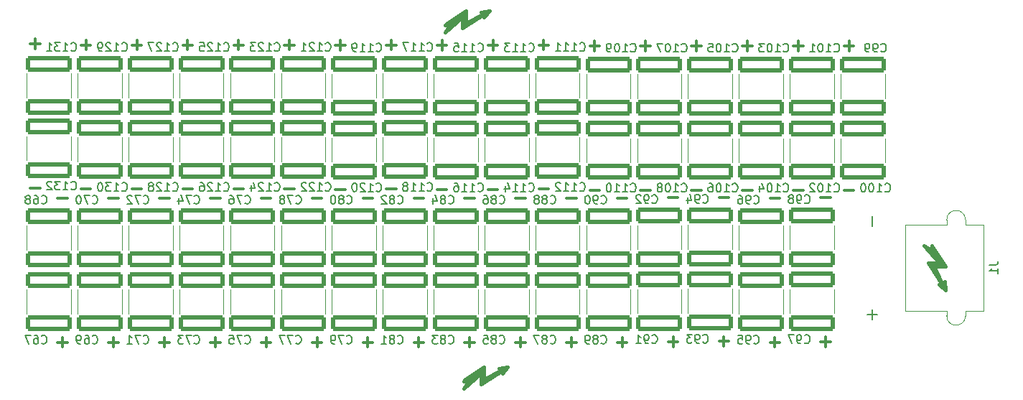
<source format=gbr>
%TF.GenerationSoftware,KiCad,Pcbnew,9.0.3*%
%TF.CreationDate,2025-08-25T21:51:57-05:00*%
%TF.ProjectId,Power-MocoBulkCapacitorPCB,506f7765-722d-44d6-9f63-6f42756c6b43,rev?*%
%TF.SameCoordinates,Original*%
%TF.FileFunction,Legend,Bot*%
%TF.FilePolarity,Positive*%
%FSLAX46Y46*%
G04 Gerber Fmt 4.6, Leading zero omitted, Abs format (unit mm)*
G04 Created by KiCad (PCBNEW 9.0.3) date 2025-08-25 21:51:57*
%MOMM*%
%LPD*%
G01*
G04 APERTURE LIST*
G04 Aperture macros list*
%AMRoundRect*
0 Rectangle with rounded corners*
0 $1 Rounding radius*
0 $2 $3 $4 $5 $6 $7 $8 $9 X,Y pos of 4 corners*
0 Add a 4 corners polygon primitive as box body*
4,1,4,$2,$3,$4,$5,$6,$7,$8,$9,$2,$3,0*
0 Add four circle primitives for the rounded corners*
1,1,$1+$1,$2,$3*
1,1,$1+$1,$4,$5*
1,1,$1+$1,$6,$7*
1,1,$1+$1,$8,$9*
0 Add four rect primitives between the rounded corners*
20,1,$1+$1,$2,$3,$4,$5,0*
20,1,$1+$1,$4,$5,$6,$7,0*
20,1,$1+$1,$6,$7,$8,$9,0*
20,1,$1+$1,$8,$9,$2,$3,0*%
G04 Aperture macros list end*
%ADD10C,0.300000*%
%ADD11C,0.150000*%
%ADD12C,0.120000*%
%ADD13C,0.381000*%
%ADD14C,3.200000*%
%ADD15RoundRect,0.250000X-2.450000X0.650000X-2.450000X-0.650000X2.450000X-0.650000X2.450000X0.650000X0*%
%ADD16RoundRect,0.250000X2.450000X-0.650000X2.450000X0.650000X-2.450000X0.650000X-2.450000X-0.650000X0*%
%ADD17C,1.400000*%
%ADD18R,3.500000X3.500000*%
%ADD19C,3.500000*%
G04 APERTURE END LIST*
D10*
X141554510Y-62770600D02*
X142697368Y-62770600D01*
X121445489Y-44729400D02*
X120302632Y-44729400D01*
X120874060Y-45300828D02*
X120874060Y-44157971D01*
X163445489Y-44729400D02*
X162302632Y-44729400D01*
X162874060Y-45300828D02*
X162874060Y-44157971D01*
X195554510Y-79720600D02*
X196697368Y-79720600D01*
X196125939Y-79149171D02*
X196125939Y-80292028D01*
X147554510Y-79770600D02*
X148697368Y-79770600D01*
X148125939Y-79199171D02*
X148125939Y-80342028D01*
X139445489Y-61779400D02*
X138302632Y-61779400D01*
X141554510Y-79770600D02*
X142697368Y-79770600D01*
X142125939Y-79199171D02*
X142125939Y-80342028D01*
X109445489Y-61729400D02*
X108302632Y-61729400D01*
X151445489Y-61779400D02*
X150302632Y-61779400D01*
X177554510Y-62720600D02*
X178697368Y-62720600D01*
X199445489Y-61829400D02*
X198302632Y-61829400D01*
X153554510Y-79770600D02*
X154697368Y-79770600D01*
X154125939Y-79199171D02*
X154125939Y-80342028D01*
X175445489Y-44829400D02*
X174302632Y-44829400D01*
X174874060Y-45400828D02*
X174874060Y-44257971D01*
X111554510Y-79770600D02*
X112697368Y-79770600D01*
X112125939Y-79199171D02*
X112125939Y-80342028D01*
X157445489Y-61779400D02*
X156302632Y-61779400D01*
X145445489Y-44729400D02*
X144302632Y-44729400D01*
X144874060Y-45300828D02*
X144874060Y-44157971D01*
X175445489Y-61829400D02*
X174302632Y-61829400D01*
X159554510Y-79770600D02*
X160697368Y-79770600D01*
X160125939Y-79199171D02*
X160125939Y-80342028D01*
X181445489Y-44829400D02*
X180302632Y-44829400D01*
X180874060Y-45400828D02*
X180874060Y-44257971D01*
X153554510Y-62770600D02*
X154697368Y-62770600D01*
X199445489Y-44829400D02*
X198302632Y-44829400D01*
X198874060Y-45400828D02*
X198874060Y-44257971D01*
X189554510Y-62770600D02*
X190697368Y-62770600D01*
X105554510Y-62770600D02*
X106697368Y-62770600D01*
X193445489Y-61829400D02*
X192302632Y-61829400D01*
X133445489Y-44729400D02*
X132302632Y-44729400D01*
X132874060Y-45300828D02*
X132874060Y-44157971D01*
X165554510Y-79770600D02*
X166697368Y-79770600D01*
X166125939Y-79199171D02*
X166125939Y-80342028D01*
X111554510Y-62770600D02*
X112697368Y-62770600D01*
X147554510Y-62770600D02*
X148697368Y-62770600D01*
X127445489Y-61729400D02*
X126302632Y-61729400D01*
X135554510Y-79770600D02*
X136697368Y-79770600D01*
X136125939Y-79199171D02*
X136125939Y-80342028D01*
X187445489Y-61829400D02*
X186302632Y-61829400D01*
X157445489Y-44779400D02*
X156302632Y-44779400D01*
X156874060Y-45350828D02*
X156874060Y-44207971D01*
X171554510Y-79770600D02*
X172697368Y-79770600D01*
X172125939Y-79199171D02*
X172125939Y-80342028D01*
X117554510Y-79770600D02*
X118697368Y-79770600D01*
X118125939Y-79199171D02*
X118125939Y-80342028D01*
X169445489Y-44829400D02*
X168302632Y-44829400D01*
X168874060Y-45400828D02*
X168874060Y-44257971D01*
X183554510Y-79670600D02*
X184697368Y-79670600D01*
X184125939Y-79099171D02*
X184125939Y-80242028D01*
X163445489Y-61729400D02*
X162302632Y-61729400D01*
X127445489Y-44729400D02*
X126302632Y-44729400D01*
X126874060Y-45300828D02*
X126874060Y-44157971D01*
X159554510Y-62770600D02*
X160697368Y-62770600D01*
X105554510Y-79770600D02*
X106697368Y-79770600D01*
X106125939Y-79199171D02*
X106125939Y-80342028D01*
X181445489Y-61829400D02*
X180302632Y-61829400D01*
X187445489Y-44829400D02*
X186302632Y-44829400D01*
X186874060Y-45400828D02*
X186874060Y-44257971D01*
X115445489Y-61729400D02*
X114302632Y-61729400D01*
X103445489Y-61579400D02*
X102302632Y-61579400D01*
X193445489Y-44829400D02*
X192302632Y-44829400D01*
X192874060Y-45400828D02*
X192874060Y-44257971D01*
X123554510Y-62770600D02*
X124697368Y-62770600D01*
X177554510Y-79720600D02*
X178697368Y-79720600D01*
X178125939Y-79149171D02*
X178125939Y-80292028D01*
X109445489Y-44729400D02*
X108302632Y-44729400D01*
X108874060Y-45300828D02*
X108874060Y-44157971D01*
X117554510Y-62770600D02*
X118697368Y-62770600D01*
X195554510Y-62720600D02*
X196697368Y-62720600D01*
X129554510Y-62770600D02*
X130697368Y-62770600D01*
X165554510Y-62770600D02*
X166697368Y-62770600D01*
X171554510Y-62770600D02*
X172697368Y-62770600D01*
X129554510Y-79770600D02*
X130697368Y-79770600D01*
X130125939Y-79199171D02*
X130125939Y-80342028D01*
X103445489Y-44579400D02*
X102302632Y-44579400D01*
X102874060Y-45150828D02*
X102874060Y-44007971D01*
X123554510Y-79770600D02*
X124697368Y-79770600D01*
X124125939Y-79199171D02*
X124125939Y-80342028D01*
X145445489Y-61729400D02*
X144302632Y-61729400D01*
X133445489Y-61729400D02*
X132302632Y-61729400D01*
X169445489Y-61829400D02*
X168302632Y-61829400D01*
X115445489Y-44729400D02*
X114302632Y-44729400D01*
X114874060Y-45300828D02*
X114874060Y-44157971D01*
X189554510Y-79770600D02*
X190697368Y-79770600D01*
X190125939Y-79199171D02*
X190125939Y-80342028D01*
X139445489Y-44779400D02*
X138302632Y-44779400D01*
X138874060Y-45350828D02*
X138874060Y-44207971D01*
X121445489Y-61729400D02*
X120302632Y-61729400D01*
X135554510Y-62770600D02*
X136697368Y-62770600D01*
X151445489Y-44779400D02*
X150302632Y-44779400D01*
X150874060Y-45350828D02*
X150874060Y-44207971D01*
X183554510Y-62670600D02*
X184697368Y-62670600D01*
D11*
X191119047Y-45459580D02*
X191166666Y-45507200D01*
X191166666Y-45507200D02*
X191309523Y-45554819D01*
X191309523Y-45554819D02*
X191404761Y-45554819D01*
X191404761Y-45554819D02*
X191547618Y-45507200D01*
X191547618Y-45507200D02*
X191642856Y-45411961D01*
X191642856Y-45411961D02*
X191690475Y-45316723D01*
X191690475Y-45316723D02*
X191738094Y-45126247D01*
X191738094Y-45126247D02*
X191738094Y-44983390D01*
X191738094Y-44983390D02*
X191690475Y-44792914D01*
X191690475Y-44792914D02*
X191642856Y-44697676D01*
X191642856Y-44697676D02*
X191547618Y-44602438D01*
X191547618Y-44602438D02*
X191404761Y-44554819D01*
X191404761Y-44554819D02*
X191309523Y-44554819D01*
X191309523Y-44554819D02*
X191166666Y-44602438D01*
X191166666Y-44602438D02*
X191119047Y-44650057D01*
X190166666Y-45554819D02*
X190738094Y-45554819D01*
X190452380Y-45554819D02*
X190452380Y-44554819D01*
X190452380Y-44554819D02*
X190547618Y-44697676D01*
X190547618Y-44697676D02*
X190642856Y-44792914D01*
X190642856Y-44792914D02*
X190738094Y-44840533D01*
X189547618Y-44554819D02*
X189452380Y-44554819D01*
X189452380Y-44554819D02*
X189357142Y-44602438D01*
X189357142Y-44602438D02*
X189309523Y-44650057D01*
X189309523Y-44650057D02*
X189261904Y-44745295D01*
X189261904Y-44745295D02*
X189214285Y-44935771D01*
X189214285Y-44935771D02*
X189214285Y-45173866D01*
X189214285Y-45173866D02*
X189261904Y-45364342D01*
X189261904Y-45364342D02*
X189309523Y-45459580D01*
X189309523Y-45459580D02*
X189357142Y-45507200D01*
X189357142Y-45507200D02*
X189452380Y-45554819D01*
X189452380Y-45554819D02*
X189547618Y-45554819D01*
X189547618Y-45554819D02*
X189642856Y-45507200D01*
X189642856Y-45507200D02*
X189690475Y-45459580D01*
X189690475Y-45459580D02*
X189738094Y-45364342D01*
X189738094Y-45364342D02*
X189785713Y-45173866D01*
X189785713Y-45173866D02*
X189785713Y-44935771D01*
X189785713Y-44935771D02*
X189738094Y-44745295D01*
X189738094Y-44745295D02*
X189690475Y-44650057D01*
X189690475Y-44650057D02*
X189642856Y-44602438D01*
X189642856Y-44602438D02*
X189547618Y-44554819D01*
X188880951Y-44554819D02*
X188261904Y-44554819D01*
X188261904Y-44554819D02*
X188595237Y-44935771D01*
X188595237Y-44935771D02*
X188452380Y-44935771D01*
X188452380Y-44935771D02*
X188357142Y-44983390D01*
X188357142Y-44983390D02*
X188309523Y-45031009D01*
X188309523Y-45031009D02*
X188261904Y-45126247D01*
X188261904Y-45126247D02*
X188261904Y-45364342D01*
X188261904Y-45364342D02*
X188309523Y-45459580D01*
X188309523Y-45459580D02*
X188357142Y-45507200D01*
X188357142Y-45507200D02*
X188452380Y-45554819D01*
X188452380Y-45554819D02*
X188738094Y-45554819D01*
X188738094Y-45554819D02*
X188833332Y-45507200D01*
X188833332Y-45507200D02*
X188880951Y-45459580D01*
X109642857Y-79859580D02*
X109690476Y-79907200D01*
X109690476Y-79907200D02*
X109833333Y-79954819D01*
X109833333Y-79954819D02*
X109928571Y-79954819D01*
X109928571Y-79954819D02*
X110071428Y-79907200D01*
X110071428Y-79907200D02*
X110166666Y-79811961D01*
X110166666Y-79811961D02*
X110214285Y-79716723D01*
X110214285Y-79716723D02*
X110261904Y-79526247D01*
X110261904Y-79526247D02*
X110261904Y-79383390D01*
X110261904Y-79383390D02*
X110214285Y-79192914D01*
X110214285Y-79192914D02*
X110166666Y-79097676D01*
X110166666Y-79097676D02*
X110071428Y-79002438D01*
X110071428Y-79002438D02*
X109928571Y-78954819D01*
X109928571Y-78954819D02*
X109833333Y-78954819D01*
X109833333Y-78954819D02*
X109690476Y-79002438D01*
X109690476Y-79002438D02*
X109642857Y-79050057D01*
X108785714Y-78954819D02*
X108976190Y-78954819D01*
X108976190Y-78954819D02*
X109071428Y-79002438D01*
X109071428Y-79002438D02*
X109119047Y-79050057D01*
X109119047Y-79050057D02*
X109214285Y-79192914D01*
X109214285Y-79192914D02*
X109261904Y-79383390D01*
X109261904Y-79383390D02*
X109261904Y-79764342D01*
X109261904Y-79764342D02*
X109214285Y-79859580D01*
X109214285Y-79859580D02*
X109166666Y-79907200D01*
X109166666Y-79907200D02*
X109071428Y-79954819D01*
X109071428Y-79954819D02*
X108880952Y-79954819D01*
X108880952Y-79954819D02*
X108785714Y-79907200D01*
X108785714Y-79907200D02*
X108738095Y-79859580D01*
X108738095Y-79859580D02*
X108690476Y-79764342D01*
X108690476Y-79764342D02*
X108690476Y-79526247D01*
X108690476Y-79526247D02*
X108738095Y-79431009D01*
X108738095Y-79431009D02*
X108785714Y-79383390D01*
X108785714Y-79383390D02*
X108880952Y-79335771D01*
X108880952Y-79335771D02*
X109071428Y-79335771D01*
X109071428Y-79335771D02*
X109166666Y-79383390D01*
X109166666Y-79383390D02*
X109214285Y-79431009D01*
X109214285Y-79431009D02*
X109261904Y-79526247D01*
X108214285Y-79954819D02*
X108023809Y-79954819D01*
X108023809Y-79954819D02*
X107928571Y-79907200D01*
X107928571Y-79907200D02*
X107880952Y-79859580D01*
X107880952Y-79859580D02*
X107785714Y-79716723D01*
X107785714Y-79716723D02*
X107738095Y-79526247D01*
X107738095Y-79526247D02*
X107738095Y-79145295D01*
X107738095Y-79145295D02*
X107785714Y-79050057D01*
X107785714Y-79050057D02*
X107833333Y-79002438D01*
X107833333Y-79002438D02*
X107928571Y-78954819D01*
X107928571Y-78954819D02*
X108119047Y-78954819D01*
X108119047Y-78954819D02*
X108214285Y-79002438D01*
X108214285Y-79002438D02*
X108261904Y-79050057D01*
X108261904Y-79050057D02*
X108309523Y-79145295D01*
X108309523Y-79145295D02*
X108309523Y-79383390D01*
X108309523Y-79383390D02*
X108261904Y-79478628D01*
X108261904Y-79478628D02*
X108214285Y-79526247D01*
X108214285Y-79526247D02*
X108119047Y-79573866D01*
X108119047Y-79573866D02*
X107928571Y-79573866D01*
X107928571Y-79573866D02*
X107833333Y-79526247D01*
X107833333Y-79526247D02*
X107785714Y-79478628D01*
X107785714Y-79478628D02*
X107738095Y-79383390D01*
X179119047Y-61959580D02*
X179166666Y-62007200D01*
X179166666Y-62007200D02*
X179309523Y-62054819D01*
X179309523Y-62054819D02*
X179404761Y-62054819D01*
X179404761Y-62054819D02*
X179547618Y-62007200D01*
X179547618Y-62007200D02*
X179642856Y-61911961D01*
X179642856Y-61911961D02*
X179690475Y-61816723D01*
X179690475Y-61816723D02*
X179738094Y-61626247D01*
X179738094Y-61626247D02*
X179738094Y-61483390D01*
X179738094Y-61483390D02*
X179690475Y-61292914D01*
X179690475Y-61292914D02*
X179642856Y-61197676D01*
X179642856Y-61197676D02*
X179547618Y-61102438D01*
X179547618Y-61102438D02*
X179404761Y-61054819D01*
X179404761Y-61054819D02*
X179309523Y-61054819D01*
X179309523Y-61054819D02*
X179166666Y-61102438D01*
X179166666Y-61102438D02*
X179119047Y-61150057D01*
X178166666Y-62054819D02*
X178738094Y-62054819D01*
X178452380Y-62054819D02*
X178452380Y-61054819D01*
X178452380Y-61054819D02*
X178547618Y-61197676D01*
X178547618Y-61197676D02*
X178642856Y-61292914D01*
X178642856Y-61292914D02*
X178738094Y-61340533D01*
X177547618Y-61054819D02*
X177452380Y-61054819D01*
X177452380Y-61054819D02*
X177357142Y-61102438D01*
X177357142Y-61102438D02*
X177309523Y-61150057D01*
X177309523Y-61150057D02*
X177261904Y-61245295D01*
X177261904Y-61245295D02*
X177214285Y-61435771D01*
X177214285Y-61435771D02*
X177214285Y-61673866D01*
X177214285Y-61673866D02*
X177261904Y-61864342D01*
X177261904Y-61864342D02*
X177309523Y-61959580D01*
X177309523Y-61959580D02*
X177357142Y-62007200D01*
X177357142Y-62007200D02*
X177452380Y-62054819D01*
X177452380Y-62054819D02*
X177547618Y-62054819D01*
X177547618Y-62054819D02*
X177642856Y-62007200D01*
X177642856Y-62007200D02*
X177690475Y-61959580D01*
X177690475Y-61959580D02*
X177738094Y-61864342D01*
X177738094Y-61864342D02*
X177785713Y-61673866D01*
X177785713Y-61673866D02*
X177785713Y-61435771D01*
X177785713Y-61435771D02*
X177738094Y-61245295D01*
X177738094Y-61245295D02*
X177690475Y-61150057D01*
X177690475Y-61150057D02*
X177642856Y-61102438D01*
X177642856Y-61102438D02*
X177547618Y-61054819D01*
X176642856Y-61483390D02*
X176738094Y-61435771D01*
X176738094Y-61435771D02*
X176785713Y-61388152D01*
X176785713Y-61388152D02*
X176833332Y-61292914D01*
X176833332Y-61292914D02*
X176833332Y-61245295D01*
X176833332Y-61245295D02*
X176785713Y-61150057D01*
X176785713Y-61150057D02*
X176738094Y-61102438D01*
X176738094Y-61102438D02*
X176642856Y-61054819D01*
X176642856Y-61054819D02*
X176452380Y-61054819D01*
X176452380Y-61054819D02*
X176357142Y-61102438D01*
X176357142Y-61102438D02*
X176309523Y-61150057D01*
X176309523Y-61150057D02*
X176261904Y-61245295D01*
X176261904Y-61245295D02*
X176261904Y-61292914D01*
X176261904Y-61292914D02*
X176309523Y-61388152D01*
X176309523Y-61388152D02*
X176357142Y-61435771D01*
X176357142Y-61435771D02*
X176452380Y-61483390D01*
X176452380Y-61483390D02*
X176642856Y-61483390D01*
X176642856Y-61483390D02*
X176738094Y-61531009D01*
X176738094Y-61531009D02*
X176785713Y-61578628D01*
X176785713Y-61578628D02*
X176833332Y-61673866D01*
X176833332Y-61673866D02*
X176833332Y-61864342D01*
X176833332Y-61864342D02*
X176785713Y-61959580D01*
X176785713Y-61959580D02*
X176738094Y-62007200D01*
X176738094Y-62007200D02*
X176642856Y-62054819D01*
X176642856Y-62054819D02*
X176452380Y-62054819D01*
X176452380Y-62054819D02*
X176357142Y-62007200D01*
X176357142Y-62007200D02*
X176309523Y-61959580D01*
X176309523Y-61959580D02*
X176261904Y-61864342D01*
X176261904Y-61864342D02*
X176261904Y-61673866D01*
X176261904Y-61673866D02*
X176309523Y-61578628D01*
X176309523Y-61578628D02*
X176357142Y-61531009D01*
X176357142Y-61531009D02*
X176452380Y-61483390D01*
X193642857Y-63309580D02*
X193690476Y-63357200D01*
X193690476Y-63357200D02*
X193833333Y-63404819D01*
X193833333Y-63404819D02*
X193928571Y-63404819D01*
X193928571Y-63404819D02*
X194071428Y-63357200D01*
X194071428Y-63357200D02*
X194166666Y-63261961D01*
X194166666Y-63261961D02*
X194214285Y-63166723D01*
X194214285Y-63166723D02*
X194261904Y-62976247D01*
X194261904Y-62976247D02*
X194261904Y-62833390D01*
X194261904Y-62833390D02*
X194214285Y-62642914D01*
X194214285Y-62642914D02*
X194166666Y-62547676D01*
X194166666Y-62547676D02*
X194071428Y-62452438D01*
X194071428Y-62452438D02*
X193928571Y-62404819D01*
X193928571Y-62404819D02*
X193833333Y-62404819D01*
X193833333Y-62404819D02*
X193690476Y-62452438D01*
X193690476Y-62452438D02*
X193642857Y-62500057D01*
X193166666Y-63404819D02*
X192976190Y-63404819D01*
X192976190Y-63404819D02*
X192880952Y-63357200D01*
X192880952Y-63357200D02*
X192833333Y-63309580D01*
X192833333Y-63309580D02*
X192738095Y-63166723D01*
X192738095Y-63166723D02*
X192690476Y-62976247D01*
X192690476Y-62976247D02*
X192690476Y-62595295D01*
X192690476Y-62595295D02*
X192738095Y-62500057D01*
X192738095Y-62500057D02*
X192785714Y-62452438D01*
X192785714Y-62452438D02*
X192880952Y-62404819D01*
X192880952Y-62404819D02*
X193071428Y-62404819D01*
X193071428Y-62404819D02*
X193166666Y-62452438D01*
X193166666Y-62452438D02*
X193214285Y-62500057D01*
X193214285Y-62500057D02*
X193261904Y-62595295D01*
X193261904Y-62595295D02*
X193261904Y-62833390D01*
X193261904Y-62833390D02*
X193214285Y-62928628D01*
X193214285Y-62928628D02*
X193166666Y-62976247D01*
X193166666Y-62976247D02*
X193071428Y-63023866D01*
X193071428Y-63023866D02*
X192880952Y-63023866D01*
X192880952Y-63023866D02*
X192785714Y-62976247D01*
X192785714Y-62976247D02*
X192738095Y-62928628D01*
X192738095Y-62928628D02*
X192690476Y-62833390D01*
X192119047Y-62833390D02*
X192214285Y-62785771D01*
X192214285Y-62785771D02*
X192261904Y-62738152D01*
X192261904Y-62738152D02*
X192309523Y-62642914D01*
X192309523Y-62642914D02*
X192309523Y-62595295D01*
X192309523Y-62595295D02*
X192261904Y-62500057D01*
X192261904Y-62500057D02*
X192214285Y-62452438D01*
X192214285Y-62452438D02*
X192119047Y-62404819D01*
X192119047Y-62404819D02*
X191928571Y-62404819D01*
X191928571Y-62404819D02*
X191833333Y-62452438D01*
X191833333Y-62452438D02*
X191785714Y-62500057D01*
X191785714Y-62500057D02*
X191738095Y-62595295D01*
X191738095Y-62595295D02*
X191738095Y-62642914D01*
X191738095Y-62642914D02*
X191785714Y-62738152D01*
X191785714Y-62738152D02*
X191833333Y-62785771D01*
X191833333Y-62785771D02*
X191928571Y-62833390D01*
X191928571Y-62833390D02*
X192119047Y-62833390D01*
X192119047Y-62833390D02*
X192214285Y-62881009D01*
X192214285Y-62881009D02*
X192261904Y-62928628D01*
X192261904Y-62928628D02*
X192309523Y-63023866D01*
X192309523Y-63023866D02*
X192309523Y-63214342D01*
X192309523Y-63214342D02*
X192261904Y-63309580D01*
X192261904Y-63309580D02*
X192214285Y-63357200D01*
X192214285Y-63357200D02*
X192119047Y-63404819D01*
X192119047Y-63404819D02*
X191928571Y-63404819D01*
X191928571Y-63404819D02*
X191833333Y-63357200D01*
X191833333Y-63357200D02*
X191785714Y-63309580D01*
X191785714Y-63309580D02*
X191738095Y-63214342D01*
X191738095Y-63214342D02*
X191738095Y-63023866D01*
X191738095Y-63023866D02*
X191785714Y-62928628D01*
X191785714Y-62928628D02*
X191833333Y-62881009D01*
X191833333Y-62881009D02*
X191928571Y-62833390D01*
X215454819Y-70666666D02*
X216169104Y-70666666D01*
X216169104Y-70666666D02*
X216311961Y-70619047D01*
X216311961Y-70619047D02*
X216407200Y-70523809D01*
X216407200Y-70523809D02*
X216454819Y-70380952D01*
X216454819Y-70380952D02*
X216454819Y-70285714D01*
X216454819Y-71666666D02*
X216454819Y-71095238D01*
X216454819Y-71380952D02*
X215454819Y-71380952D01*
X215454819Y-71380952D02*
X215597676Y-71285714D01*
X215597676Y-71285714D02*
X215692914Y-71190476D01*
X215692914Y-71190476D02*
X215740533Y-71095238D01*
X201614700Y-75928571D02*
X201614700Y-77071429D01*
X202186128Y-76500000D02*
X201043271Y-76500000D01*
X201614700Y-64928571D02*
X201614700Y-66071429D01*
X169642857Y-63359580D02*
X169690476Y-63407200D01*
X169690476Y-63407200D02*
X169833333Y-63454819D01*
X169833333Y-63454819D02*
X169928571Y-63454819D01*
X169928571Y-63454819D02*
X170071428Y-63407200D01*
X170071428Y-63407200D02*
X170166666Y-63311961D01*
X170166666Y-63311961D02*
X170214285Y-63216723D01*
X170214285Y-63216723D02*
X170261904Y-63026247D01*
X170261904Y-63026247D02*
X170261904Y-62883390D01*
X170261904Y-62883390D02*
X170214285Y-62692914D01*
X170214285Y-62692914D02*
X170166666Y-62597676D01*
X170166666Y-62597676D02*
X170071428Y-62502438D01*
X170071428Y-62502438D02*
X169928571Y-62454819D01*
X169928571Y-62454819D02*
X169833333Y-62454819D01*
X169833333Y-62454819D02*
X169690476Y-62502438D01*
X169690476Y-62502438D02*
X169642857Y-62550057D01*
X169166666Y-63454819D02*
X168976190Y-63454819D01*
X168976190Y-63454819D02*
X168880952Y-63407200D01*
X168880952Y-63407200D02*
X168833333Y-63359580D01*
X168833333Y-63359580D02*
X168738095Y-63216723D01*
X168738095Y-63216723D02*
X168690476Y-63026247D01*
X168690476Y-63026247D02*
X168690476Y-62645295D01*
X168690476Y-62645295D02*
X168738095Y-62550057D01*
X168738095Y-62550057D02*
X168785714Y-62502438D01*
X168785714Y-62502438D02*
X168880952Y-62454819D01*
X168880952Y-62454819D02*
X169071428Y-62454819D01*
X169071428Y-62454819D02*
X169166666Y-62502438D01*
X169166666Y-62502438D02*
X169214285Y-62550057D01*
X169214285Y-62550057D02*
X169261904Y-62645295D01*
X169261904Y-62645295D02*
X169261904Y-62883390D01*
X169261904Y-62883390D02*
X169214285Y-62978628D01*
X169214285Y-62978628D02*
X169166666Y-63026247D01*
X169166666Y-63026247D02*
X169071428Y-63073866D01*
X169071428Y-63073866D02*
X168880952Y-63073866D01*
X168880952Y-63073866D02*
X168785714Y-63026247D01*
X168785714Y-63026247D02*
X168738095Y-62978628D01*
X168738095Y-62978628D02*
X168690476Y-62883390D01*
X168071428Y-62454819D02*
X167976190Y-62454819D01*
X167976190Y-62454819D02*
X167880952Y-62502438D01*
X167880952Y-62502438D02*
X167833333Y-62550057D01*
X167833333Y-62550057D02*
X167785714Y-62645295D01*
X167785714Y-62645295D02*
X167738095Y-62835771D01*
X167738095Y-62835771D02*
X167738095Y-63073866D01*
X167738095Y-63073866D02*
X167785714Y-63264342D01*
X167785714Y-63264342D02*
X167833333Y-63359580D01*
X167833333Y-63359580D02*
X167880952Y-63407200D01*
X167880952Y-63407200D02*
X167976190Y-63454819D01*
X167976190Y-63454819D02*
X168071428Y-63454819D01*
X168071428Y-63454819D02*
X168166666Y-63407200D01*
X168166666Y-63407200D02*
X168214285Y-63359580D01*
X168214285Y-63359580D02*
X168261904Y-63264342D01*
X168261904Y-63264342D02*
X168309523Y-63073866D01*
X168309523Y-63073866D02*
X168309523Y-62835771D01*
X168309523Y-62835771D02*
X168261904Y-62645295D01*
X168261904Y-62645295D02*
X168214285Y-62550057D01*
X168214285Y-62550057D02*
X168166666Y-62502438D01*
X168166666Y-62502438D02*
X168071428Y-62454819D01*
X125119047Y-61859580D02*
X125166666Y-61907200D01*
X125166666Y-61907200D02*
X125309523Y-61954819D01*
X125309523Y-61954819D02*
X125404761Y-61954819D01*
X125404761Y-61954819D02*
X125547618Y-61907200D01*
X125547618Y-61907200D02*
X125642856Y-61811961D01*
X125642856Y-61811961D02*
X125690475Y-61716723D01*
X125690475Y-61716723D02*
X125738094Y-61526247D01*
X125738094Y-61526247D02*
X125738094Y-61383390D01*
X125738094Y-61383390D02*
X125690475Y-61192914D01*
X125690475Y-61192914D02*
X125642856Y-61097676D01*
X125642856Y-61097676D02*
X125547618Y-61002438D01*
X125547618Y-61002438D02*
X125404761Y-60954819D01*
X125404761Y-60954819D02*
X125309523Y-60954819D01*
X125309523Y-60954819D02*
X125166666Y-61002438D01*
X125166666Y-61002438D02*
X125119047Y-61050057D01*
X124166666Y-61954819D02*
X124738094Y-61954819D01*
X124452380Y-61954819D02*
X124452380Y-60954819D01*
X124452380Y-60954819D02*
X124547618Y-61097676D01*
X124547618Y-61097676D02*
X124642856Y-61192914D01*
X124642856Y-61192914D02*
X124738094Y-61240533D01*
X123785713Y-61050057D02*
X123738094Y-61002438D01*
X123738094Y-61002438D02*
X123642856Y-60954819D01*
X123642856Y-60954819D02*
X123404761Y-60954819D01*
X123404761Y-60954819D02*
X123309523Y-61002438D01*
X123309523Y-61002438D02*
X123261904Y-61050057D01*
X123261904Y-61050057D02*
X123214285Y-61145295D01*
X123214285Y-61145295D02*
X123214285Y-61240533D01*
X123214285Y-61240533D02*
X123261904Y-61383390D01*
X123261904Y-61383390D02*
X123833332Y-61954819D01*
X123833332Y-61954819D02*
X123214285Y-61954819D01*
X122357142Y-60954819D02*
X122547618Y-60954819D01*
X122547618Y-60954819D02*
X122642856Y-61002438D01*
X122642856Y-61002438D02*
X122690475Y-61050057D01*
X122690475Y-61050057D02*
X122785713Y-61192914D01*
X122785713Y-61192914D02*
X122833332Y-61383390D01*
X122833332Y-61383390D02*
X122833332Y-61764342D01*
X122833332Y-61764342D02*
X122785713Y-61859580D01*
X122785713Y-61859580D02*
X122738094Y-61907200D01*
X122738094Y-61907200D02*
X122642856Y-61954819D01*
X122642856Y-61954819D02*
X122452380Y-61954819D01*
X122452380Y-61954819D02*
X122357142Y-61907200D01*
X122357142Y-61907200D02*
X122309523Y-61859580D01*
X122309523Y-61859580D02*
X122261904Y-61764342D01*
X122261904Y-61764342D02*
X122261904Y-61526247D01*
X122261904Y-61526247D02*
X122309523Y-61431009D01*
X122309523Y-61431009D02*
X122357142Y-61383390D01*
X122357142Y-61383390D02*
X122452380Y-61335771D01*
X122452380Y-61335771D02*
X122642856Y-61335771D01*
X122642856Y-61335771D02*
X122738094Y-61383390D01*
X122738094Y-61383390D02*
X122785713Y-61431009D01*
X122785713Y-61431009D02*
X122833332Y-61526247D01*
X173119047Y-61959580D02*
X173166666Y-62007200D01*
X173166666Y-62007200D02*
X173309523Y-62054819D01*
X173309523Y-62054819D02*
X173404761Y-62054819D01*
X173404761Y-62054819D02*
X173547618Y-62007200D01*
X173547618Y-62007200D02*
X173642856Y-61911961D01*
X173642856Y-61911961D02*
X173690475Y-61816723D01*
X173690475Y-61816723D02*
X173738094Y-61626247D01*
X173738094Y-61626247D02*
X173738094Y-61483390D01*
X173738094Y-61483390D02*
X173690475Y-61292914D01*
X173690475Y-61292914D02*
X173642856Y-61197676D01*
X173642856Y-61197676D02*
X173547618Y-61102438D01*
X173547618Y-61102438D02*
X173404761Y-61054819D01*
X173404761Y-61054819D02*
X173309523Y-61054819D01*
X173309523Y-61054819D02*
X173166666Y-61102438D01*
X173166666Y-61102438D02*
X173119047Y-61150057D01*
X172166666Y-62054819D02*
X172738094Y-62054819D01*
X172452380Y-62054819D02*
X172452380Y-61054819D01*
X172452380Y-61054819D02*
X172547618Y-61197676D01*
X172547618Y-61197676D02*
X172642856Y-61292914D01*
X172642856Y-61292914D02*
X172738094Y-61340533D01*
X171214285Y-62054819D02*
X171785713Y-62054819D01*
X171499999Y-62054819D02*
X171499999Y-61054819D01*
X171499999Y-61054819D02*
X171595237Y-61197676D01*
X171595237Y-61197676D02*
X171690475Y-61292914D01*
X171690475Y-61292914D02*
X171785713Y-61340533D01*
X170595237Y-61054819D02*
X170499999Y-61054819D01*
X170499999Y-61054819D02*
X170404761Y-61102438D01*
X170404761Y-61102438D02*
X170357142Y-61150057D01*
X170357142Y-61150057D02*
X170309523Y-61245295D01*
X170309523Y-61245295D02*
X170261904Y-61435771D01*
X170261904Y-61435771D02*
X170261904Y-61673866D01*
X170261904Y-61673866D02*
X170309523Y-61864342D01*
X170309523Y-61864342D02*
X170357142Y-61959580D01*
X170357142Y-61959580D02*
X170404761Y-62007200D01*
X170404761Y-62007200D02*
X170499999Y-62054819D01*
X170499999Y-62054819D02*
X170595237Y-62054819D01*
X170595237Y-62054819D02*
X170690475Y-62007200D01*
X170690475Y-62007200D02*
X170738094Y-61959580D01*
X170738094Y-61959580D02*
X170785713Y-61864342D01*
X170785713Y-61864342D02*
X170833332Y-61673866D01*
X170833332Y-61673866D02*
X170833332Y-61435771D01*
X170833332Y-61435771D02*
X170785713Y-61245295D01*
X170785713Y-61245295D02*
X170738094Y-61150057D01*
X170738094Y-61150057D02*
X170690475Y-61102438D01*
X170690475Y-61102438D02*
X170595237Y-61054819D01*
X163642857Y-79859580D02*
X163690476Y-79907200D01*
X163690476Y-79907200D02*
X163833333Y-79954819D01*
X163833333Y-79954819D02*
X163928571Y-79954819D01*
X163928571Y-79954819D02*
X164071428Y-79907200D01*
X164071428Y-79907200D02*
X164166666Y-79811961D01*
X164166666Y-79811961D02*
X164214285Y-79716723D01*
X164214285Y-79716723D02*
X164261904Y-79526247D01*
X164261904Y-79526247D02*
X164261904Y-79383390D01*
X164261904Y-79383390D02*
X164214285Y-79192914D01*
X164214285Y-79192914D02*
X164166666Y-79097676D01*
X164166666Y-79097676D02*
X164071428Y-79002438D01*
X164071428Y-79002438D02*
X163928571Y-78954819D01*
X163928571Y-78954819D02*
X163833333Y-78954819D01*
X163833333Y-78954819D02*
X163690476Y-79002438D01*
X163690476Y-79002438D02*
X163642857Y-79050057D01*
X163071428Y-79383390D02*
X163166666Y-79335771D01*
X163166666Y-79335771D02*
X163214285Y-79288152D01*
X163214285Y-79288152D02*
X163261904Y-79192914D01*
X163261904Y-79192914D02*
X163261904Y-79145295D01*
X163261904Y-79145295D02*
X163214285Y-79050057D01*
X163214285Y-79050057D02*
X163166666Y-79002438D01*
X163166666Y-79002438D02*
X163071428Y-78954819D01*
X163071428Y-78954819D02*
X162880952Y-78954819D01*
X162880952Y-78954819D02*
X162785714Y-79002438D01*
X162785714Y-79002438D02*
X162738095Y-79050057D01*
X162738095Y-79050057D02*
X162690476Y-79145295D01*
X162690476Y-79145295D02*
X162690476Y-79192914D01*
X162690476Y-79192914D02*
X162738095Y-79288152D01*
X162738095Y-79288152D02*
X162785714Y-79335771D01*
X162785714Y-79335771D02*
X162880952Y-79383390D01*
X162880952Y-79383390D02*
X163071428Y-79383390D01*
X163071428Y-79383390D02*
X163166666Y-79431009D01*
X163166666Y-79431009D02*
X163214285Y-79478628D01*
X163214285Y-79478628D02*
X163261904Y-79573866D01*
X163261904Y-79573866D02*
X163261904Y-79764342D01*
X163261904Y-79764342D02*
X163214285Y-79859580D01*
X163214285Y-79859580D02*
X163166666Y-79907200D01*
X163166666Y-79907200D02*
X163071428Y-79954819D01*
X163071428Y-79954819D02*
X162880952Y-79954819D01*
X162880952Y-79954819D02*
X162785714Y-79907200D01*
X162785714Y-79907200D02*
X162738095Y-79859580D01*
X162738095Y-79859580D02*
X162690476Y-79764342D01*
X162690476Y-79764342D02*
X162690476Y-79573866D01*
X162690476Y-79573866D02*
X162738095Y-79478628D01*
X162738095Y-79478628D02*
X162785714Y-79431009D01*
X162785714Y-79431009D02*
X162880952Y-79383390D01*
X162357142Y-78954819D02*
X161690476Y-78954819D01*
X161690476Y-78954819D02*
X162119047Y-79954819D01*
X149119047Y-61859580D02*
X149166666Y-61907200D01*
X149166666Y-61907200D02*
X149309523Y-61954819D01*
X149309523Y-61954819D02*
X149404761Y-61954819D01*
X149404761Y-61954819D02*
X149547618Y-61907200D01*
X149547618Y-61907200D02*
X149642856Y-61811961D01*
X149642856Y-61811961D02*
X149690475Y-61716723D01*
X149690475Y-61716723D02*
X149738094Y-61526247D01*
X149738094Y-61526247D02*
X149738094Y-61383390D01*
X149738094Y-61383390D02*
X149690475Y-61192914D01*
X149690475Y-61192914D02*
X149642856Y-61097676D01*
X149642856Y-61097676D02*
X149547618Y-61002438D01*
X149547618Y-61002438D02*
X149404761Y-60954819D01*
X149404761Y-60954819D02*
X149309523Y-60954819D01*
X149309523Y-60954819D02*
X149166666Y-61002438D01*
X149166666Y-61002438D02*
X149119047Y-61050057D01*
X148166666Y-61954819D02*
X148738094Y-61954819D01*
X148452380Y-61954819D02*
X148452380Y-60954819D01*
X148452380Y-60954819D02*
X148547618Y-61097676D01*
X148547618Y-61097676D02*
X148642856Y-61192914D01*
X148642856Y-61192914D02*
X148738094Y-61240533D01*
X147214285Y-61954819D02*
X147785713Y-61954819D01*
X147499999Y-61954819D02*
X147499999Y-60954819D01*
X147499999Y-60954819D02*
X147595237Y-61097676D01*
X147595237Y-61097676D02*
X147690475Y-61192914D01*
X147690475Y-61192914D02*
X147785713Y-61240533D01*
X146642856Y-61383390D02*
X146738094Y-61335771D01*
X146738094Y-61335771D02*
X146785713Y-61288152D01*
X146785713Y-61288152D02*
X146833332Y-61192914D01*
X146833332Y-61192914D02*
X146833332Y-61145295D01*
X146833332Y-61145295D02*
X146785713Y-61050057D01*
X146785713Y-61050057D02*
X146738094Y-61002438D01*
X146738094Y-61002438D02*
X146642856Y-60954819D01*
X146642856Y-60954819D02*
X146452380Y-60954819D01*
X146452380Y-60954819D02*
X146357142Y-61002438D01*
X146357142Y-61002438D02*
X146309523Y-61050057D01*
X146309523Y-61050057D02*
X146261904Y-61145295D01*
X146261904Y-61145295D02*
X146261904Y-61192914D01*
X146261904Y-61192914D02*
X146309523Y-61288152D01*
X146309523Y-61288152D02*
X146357142Y-61335771D01*
X146357142Y-61335771D02*
X146452380Y-61383390D01*
X146452380Y-61383390D02*
X146642856Y-61383390D01*
X146642856Y-61383390D02*
X146738094Y-61431009D01*
X146738094Y-61431009D02*
X146785713Y-61478628D01*
X146785713Y-61478628D02*
X146833332Y-61573866D01*
X146833332Y-61573866D02*
X146833332Y-61764342D01*
X146833332Y-61764342D02*
X146785713Y-61859580D01*
X146785713Y-61859580D02*
X146738094Y-61907200D01*
X146738094Y-61907200D02*
X146642856Y-61954819D01*
X146642856Y-61954819D02*
X146452380Y-61954819D01*
X146452380Y-61954819D02*
X146357142Y-61907200D01*
X146357142Y-61907200D02*
X146309523Y-61859580D01*
X146309523Y-61859580D02*
X146261904Y-61764342D01*
X146261904Y-61764342D02*
X146261904Y-61573866D01*
X146261904Y-61573866D02*
X146309523Y-61478628D01*
X146309523Y-61478628D02*
X146357142Y-61431009D01*
X146357142Y-61431009D02*
X146452380Y-61383390D01*
X175642857Y-79809580D02*
X175690476Y-79857200D01*
X175690476Y-79857200D02*
X175833333Y-79904819D01*
X175833333Y-79904819D02*
X175928571Y-79904819D01*
X175928571Y-79904819D02*
X176071428Y-79857200D01*
X176071428Y-79857200D02*
X176166666Y-79761961D01*
X176166666Y-79761961D02*
X176214285Y-79666723D01*
X176214285Y-79666723D02*
X176261904Y-79476247D01*
X176261904Y-79476247D02*
X176261904Y-79333390D01*
X176261904Y-79333390D02*
X176214285Y-79142914D01*
X176214285Y-79142914D02*
X176166666Y-79047676D01*
X176166666Y-79047676D02*
X176071428Y-78952438D01*
X176071428Y-78952438D02*
X175928571Y-78904819D01*
X175928571Y-78904819D02*
X175833333Y-78904819D01*
X175833333Y-78904819D02*
X175690476Y-78952438D01*
X175690476Y-78952438D02*
X175642857Y-79000057D01*
X175166666Y-79904819D02*
X174976190Y-79904819D01*
X174976190Y-79904819D02*
X174880952Y-79857200D01*
X174880952Y-79857200D02*
X174833333Y-79809580D01*
X174833333Y-79809580D02*
X174738095Y-79666723D01*
X174738095Y-79666723D02*
X174690476Y-79476247D01*
X174690476Y-79476247D02*
X174690476Y-79095295D01*
X174690476Y-79095295D02*
X174738095Y-79000057D01*
X174738095Y-79000057D02*
X174785714Y-78952438D01*
X174785714Y-78952438D02*
X174880952Y-78904819D01*
X174880952Y-78904819D02*
X175071428Y-78904819D01*
X175071428Y-78904819D02*
X175166666Y-78952438D01*
X175166666Y-78952438D02*
X175214285Y-79000057D01*
X175214285Y-79000057D02*
X175261904Y-79095295D01*
X175261904Y-79095295D02*
X175261904Y-79333390D01*
X175261904Y-79333390D02*
X175214285Y-79428628D01*
X175214285Y-79428628D02*
X175166666Y-79476247D01*
X175166666Y-79476247D02*
X175071428Y-79523866D01*
X175071428Y-79523866D02*
X174880952Y-79523866D01*
X174880952Y-79523866D02*
X174785714Y-79476247D01*
X174785714Y-79476247D02*
X174738095Y-79428628D01*
X174738095Y-79428628D02*
X174690476Y-79333390D01*
X173738095Y-79904819D02*
X174309523Y-79904819D01*
X174023809Y-79904819D02*
X174023809Y-78904819D01*
X174023809Y-78904819D02*
X174119047Y-79047676D01*
X174119047Y-79047676D02*
X174214285Y-79142914D01*
X174214285Y-79142914D02*
X174309523Y-79190533D01*
X139642857Y-63359580D02*
X139690476Y-63407200D01*
X139690476Y-63407200D02*
X139833333Y-63454819D01*
X139833333Y-63454819D02*
X139928571Y-63454819D01*
X139928571Y-63454819D02*
X140071428Y-63407200D01*
X140071428Y-63407200D02*
X140166666Y-63311961D01*
X140166666Y-63311961D02*
X140214285Y-63216723D01*
X140214285Y-63216723D02*
X140261904Y-63026247D01*
X140261904Y-63026247D02*
X140261904Y-62883390D01*
X140261904Y-62883390D02*
X140214285Y-62692914D01*
X140214285Y-62692914D02*
X140166666Y-62597676D01*
X140166666Y-62597676D02*
X140071428Y-62502438D01*
X140071428Y-62502438D02*
X139928571Y-62454819D01*
X139928571Y-62454819D02*
X139833333Y-62454819D01*
X139833333Y-62454819D02*
X139690476Y-62502438D01*
X139690476Y-62502438D02*
X139642857Y-62550057D01*
X139071428Y-62883390D02*
X139166666Y-62835771D01*
X139166666Y-62835771D02*
X139214285Y-62788152D01*
X139214285Y-62788152D02*
X139261904Y-62692914D01*
X139261904Y-62692914D02*
X139261904Y-62645295D01*
X139261904Y-62645295D02*
X139214285Y-62550057D01*
X139214285Y-62550057D02*
X139166666Y-62502438D01*
X139166666Y-62502438D02*
X139071428Y-62454819D01*
X139071428Y-62454819D02*
X138880952Y-62454819D01*
X138880952Y-62454819D02*
X138785714Y-62502438D01*
X138785714Y-62502438D02*
X138738095Y-62550057D01*
X138738095Y-62550057D02*
X138690476Y-62645295D01*
X138690476Y-62645295D02*
X138690476Y-62692914D01*
X138690476Y-62692914D02*
X138738095Y-62788152D01*
X138738095Y-62788152D02*
X138785714Y-62835771D01*
X138785714Y-62835771D02*
X138880952Y-62883390D01*
X138880952Y-62883390D02*
X139071428Y-62883390D01*
X139071428Y-62883390D02*
X139166666Y-62931009D01*
X139166666Y-62931009D02*
X139214285Y-62978628D01*
X139214285Y-62978628D02*
X139261904Y-63073866D01*
X139261904Y-63073866D02*
X139261904Y-63264342D01*
X139261904Y-63264342D02*
X139214285Y-63359580D01*
X139214285Y-63359580D02*
X139166666Y-63407200D01*
X139166666Y-63407200D02*
X139071428Y-63454819D01*
X139071428Y-63454819D02*
X138880952Y-63454819D01*
X138880952Y-63454819D02*
X138785714Y-63407200D01*
X138785714Y-63407200D02*
X138738095Y-63359580D01*
X138738095Y-63359580D02*
X138690476Y-63264342D01*
X138690476Y-63264342D02*
X138690476Y-63073866D01*
X138690476Y-63073866D02*
X138738095Y-62978628D01*
X138738095Y-62978628D02*
X138785714Y-62931009D01*
X138785714Y-62931009D02*
X138880952Y-62883390D01*
X138071428Y-62454819D02*
X137976190Y-62454819D01*
X137976190Y-62454819D02*
X137880952Y-62502438D01*
X137880952Y-62502438D02*
X137833333Y-62550057D01*
X137833333Y-62550057D02*
X137785714Y-62645295D01*
X137785714Y-62645295D02*
X137738095Y-62835771D01*
X137738095Y-62835771D02*
X137738095Y-63073866D01*
X137738095Y-63073866D02*
X137785714Y-63264342D01*
X137785714Y-63264342D02*
X137833333Y-63359580D01*
X137833333Y-63359580D02*
X137880952Y-63407200D01*
X137880952Y-63407200D02*
X137976190Y-63454819D01*
X137976190Y-63454819D02*
X138071428Y-63454819D01*
X138071428Y-63454819D02*
X138166666Y-63407200D01*
X138166666Y-63407200D02*
X138214285Y-63359580D01*
X138214285Y-63359580D02*
X138261904Y-63264342D01*
X138261904Y-63264342D02*
X138309523Y-63073866D01*
X138309523Y-63073866D02*
X138309523Y-62835771D01*
X138309523Y-62835771D02*
X138261904Y-62645295D01*
X138261904Y-62645295D02*
X138214285Y-62550057D01*
X138214285Y-62550057D02*
X138166666Y-62502438D01*
X138166666Y-62502438D02*
X138071428Y-62454819D01*
X137119047Y-61859580D02*
X137166666Y-61907200D01*
X137166666Y-61907200D02*
X137309523Y-61954819D01*
X137309523Y-61954819D02*
X137404761Y-61954819D01*
X137404761Y-61954819D02*
X137547618Y-61907200D01*
X137547618Y-61907200D02*
X137642856Y-61811961D01*
X137642856Y-61811961D02*
X137690475Y-61716723D01*
X137690475Y-61716723D02*
X137738094Y-61526247D01*
X137738094Y-61526247D02*
X137738094Y-61383390D01*
X137738094Y-61383390D02*
X137690475Y-61192914D01*
X137690475Y-61192914D02*
X137642856Y-61097676D01*
X137642856Y-61097676D02*
X137547618Y-61002438D01*
X137547618Y-61002438D02*
X137404761Y-60954819D01*
X137404761Y-60954819D02*
X137309523Y-60954819D01*
X137309523Y-60954819D02*
X137166666Y-61002438D01*
X137166666Y-61002438D02*
X137119047Y-61050057D01*
X136166666Y-61954819D02*
X136738094Y-61954819D01*
X136452380Y-61954819D02*
X136452380Y-60954819D01*
X136452380Y-60954819D02*
X136547618Y-61097676D01*
X136547618Y-61097676D02*
X136642856Y-61192914D01*
X136642856Y-61192914D02*
X136738094Y-61240533D01*
X135785713Y-61050057D02*
X135738094Y-61002438D01*
X135738094Y-61002438D02*
X135642856Y-60954819D01*
X135642856Y-60954819D02*
X135404761Y-60954819D01*
X135404761Y-60954819D02*
X135309523Y-61002438D01*
X135309523Y-61002438D02*
X135261904Y-61050057D01*
X135261904Y-61050057D02*
X135214285Y-61145295D01*
X135214285Y-61145295D02*
X135214285Y-61240533D01*
X135214285Y-61240533D02*
X135261904Y-61383390D01*
X135261904Y-61383390D02*
X135833332Y-61954819D01*
X135833332Y-61954819D02*
X135214285Y-61954819D01*
X134833332Y-61050057D02*
X134785713Y-61002438D01*
X134785713Y-61002438D02*
X134690475Y-60954819D01*
X134690475Y-60954819D02*
X134452380Y-60954819D01*
X134452380Y-60954819D02*
X134357142Y-61002438D01*
X134357142Y-61002438D02*
X134309523Y-61050057D01*
X134309523Y-61050057D02*
X134261904Y-61145295D01*
X134261904Y-61145295D02*
X134261904Y-61240533D01*
X134261904Y-61240533D02*
X134309523Y-61383390D01*
X134309523Y-61383390D02*
X134880951Y-61954819D01*
X134880951Y-61954819D02*
X134261904Y-61954819D01*
X167119047Y-45359580D02*
X167166666Y-45407200D01*
X167166666Y-45407200D02*
X167309523Y-45454819D01*
X167309523Y-45454819D02*
X167404761Y-45454819D01*
X167404761Y-45454819D02*
X167547618Y-45407200D01*
X167547618Y-45407200D02*
X167642856Y-45311961D01*
X167642856Y-45311961D02*
X167690475Y-45216723D01*
X167690475Y-45216723D02*
X167738094Y-45026247D01*
X167738094Y-45026247D02*
X167738094Y-44883390D01*
X167738094Y-44883390D02*
X167690475Y-44692914D01*
X167690475Y-44692914D02*
X167642856Y-44597676D01*
X167642856Y-44597676D02*
X167547618Y-44502438D01*
X167547618Y-44502438D02*
X167404761Y-44454819D01*
X167404761Y-44454819D02*
X167309523Y-44454819D01*
X167309523Y-44454819D02*
X167166666Y-44502438D01*
X167166666Y-44502438D02*
X167119047Y-44550057D01*
X166166666Y-45454819D02*
X166738094Y-45454819D01*
X166452380Y-45454819D02*
X166452380Y-44454819D01*
X166452380Y-44454819D02*
X166547618Y-44597676D01*
X166547618Y-44597676D02*
X166642856Y-44692914D01*
X166642856Y-44692914D02*
X166738094Y-44740533D01*
X165214285Y-45454819D02*
X165785713Y-45454819D01*
X165499999Y-45454819D02*
X165499999Y-44454819D01*
X165499999Y-44454819D02*
X165595237Y-44597676D01*
X165595237Y-44597676D02*
X165690475Y-44692914D01*
X165690475Y-44692914D02*
X165785713Y-44740533D01*
X164261904Y-45454819D02*
X164833332Y-45454819D01*
X164547618Y-45454819D02*
X164547618Y-44454819D01*
X164547618Y-44454819D02*
X164642856Y-44597676D01*
X164642856Y-44597676D02*
X164738094Y-44692914D01*
X164738094Y-44692914D02*
X164833332Y-44740533D01*
X103642857Y-79859580D02*
X103690476Y-79907200D01*
X103690476Y-79907200D02*
X103833333Y-79954819D01*
X103833333Y-79954819D02*
X103928571Y-79954819D01*
X103928571Y-79954819D02*
X104071428Y-79907200D01*
X104071428Y-79907200D02*
X104166666Y-79811961D01*
X104166666Y-79811961D02*
X104214285Y-79716723D01*
X104214285Y-79716723D02*
X104261904Y-79526247D01*
X104261904Y-79526247D02*
X104261904Y-79383390D01*
X104261904Y-79383390D02*
X104214285Y-79192914D01*
X104214285Y-79192914D02*
X104166666Y-79097676D01*
X104166666Y-79097676D02*
X104071428Y-79002438D01*
X104071428Y-79002438D02*
X103928571Y-78954819D01*
X103928571Y-78954819D02*
X103833333Y-78954819D01*
X103833333Y-78954819D02*
X103690476Y-79002438D01*
X103690476Y-79002438D02*
X103642857Y-79050057D01*
X102785714Y-78954819D02*
X102976190Y-78954819D01*
X102976190Y-78954819D02*
X103071428Y-79002438D01*
X103071428Y-79002438D02*
X103119047Y-79050057D01*
X103119047Y-79050057D02*
X103214285Y-79192914D01*
X103214285Y-79192914D02*
X103261904Y-79383390D01*
X103261904Y-79383390D02*
X103261904Y-79764342D01*
X103261904Y-79764342D02*
X103214285Y-79859580D01*
X103214285Y-79859580D02*
X103166666Y-79907200D01*
X103166666Y-79907200D02*
X103071428Y-79954819D01*
X103071428Y-79954819D02*
X102880952Y-79954819D01*
X102880952Y-79954819D02*
X102785714Y-79907200D01*
X102785714Y-79907200D02*
X102738095Y-79859580D01*
X102738095Y-79859580D02*
X102690476Y-79764342D01*
X102690476Y-79764342D02*
X102690476Y-79526247D01*
X102690476Y-79526247D02*
X102738095Y-79431009D01*
X102738095Y-79431009D02*
X102785714Y-79383390D01*
X102785714Y-79383390D02*
X102880952Y-79335771D01*
X102880952Y-79335771D02*
X103071428Y-79335771D01*
X103071428Y-79335771D02*
X103166666Y-79383390D01*
X103166666Y-79383390D02*
X103214285Y-79431009D01*
X103214285Y-79431009D02*
X103261904Y-79526247D01*
X102357142Y-78954819D02*
X101690476Y-78954819D01*
X101690476Y-78954819D02*
X102119047Y-79954819D01*
X119119047Y-45359580D02*
X119166666Y-45407200D01*
X119166666Y-45407200D02*
X119309523Y-45454819D01*
X119309523Y-45454819D02*
X119404761Y-45454819D01*
X119404761Y-45454819D02*
X119547618Y-45407200D01*
X119547618Y-45407200D02*
X119642856Y-45311961D01*
X119642856Y-45311961D02*
X119690475Y-45216723D01*
X119690475Y-45216723D02*
X119738094Y-45026247D01*
X119738094Y-45026247D02*
X119738094Y-44883390D01*
X119738094Y-44883390D02*
X119690475Y-44692914D01*
X119690475Y-44692914D02*
X119642856Y-44597676D01*
X119642856Y-44597676D02*
X119547618Y-44502438D01*
X119547618Y-44502438D02*
X119404761Y-44454819D01*
X119404761Y-44454819D02*
X119309523Y-44454819D01*
X119309523Y-44454819D02*
X119166666Y-44502438D01*
X119166666Y-44502438D02*
X119119047Y-44550057D01*
X118166666Y-45454819D02*
X118738094Y-45454819D01*
X118452380Y-45454819D02*
X118452380Y-44454819D01*
X118452380Y-44454819D02*
X118547618Y-44597676D01*
X118547618Y-44597676D02*
X118642856Y-44692914D01*
X118642856Y-44692914D02*
X118738094Y-44740533D01*
X117785713Y-44550057D02*
X117738094Y-44502438D01*
X117738094Y-44502438D02*
X117642856Y-44454819D01*
X117642856Y-44454819D02*
X117404761Y-44454819D01*
X117404761Y-44454819D02*
X117309523Y-44502438D01*
X117309523Y-44502438D02*
X117261904Y-44550057D01*
X117261904Y-44550057D02*
X117214285Y-44645295D01*
X117214285Y-44645295D02*
X117214285Y-44740533D01*
X117214285Y-44740533D02*
X117261904Y-44883390D01*
X117261904Y-44883390D02*
X117833332Y-45454819D01*
X117833332Y-45454819D02*
X117214285Y-45454819D01*
X116880951Y-44454819D02*
X116214285Y-44454819D01*
X116214285Y-44454819D02*
X116642856Y-45454819D01*
X181642857Y-79759580D02*
X181690476Y-79807200D01*
X181690476Y-79807200D02*
X181833333Y-79854819D01*
X181833333Y-79854819D02*
X181928571Y-79854819D01*
X181928571Y-79854819D02*
X182071428Y-79807200D01*
X182071428Y-79807200D02*
X182166666Y-79711961D01*
X182166666Y-79711961D02*
X182214285Y-79616723D01*
X182214285Y-79616723D02*
X182261904Y-79426247D01*
X182261904Y-79426247D02*
X182261904Y-79283390D01*
X182261904Y-79283390D02*
X182214285Y-79092914D01*
X182214285Y-79092914D02*
X182166666Y-78997676D01*
X182166666Y-78997676D02*
X182071428Y-78902438D01*
X182071428Y-78902438D02*
X181928571Y-78854819D01*
X181928571Y-78854819D02*
X181833333Y-78854819D01*
X181833333Y-78854819D02*
X181690476Y-78902438D01*
X181690476Y-78902438D02*
X181642857Y-78950057D01*
X181166666Y-79854819D02*
X180976190Y-79854819D01*
X180976190Y-79854819D02*
X180880952Y-79807200D01*
X180880952Y-79807200D02*
X180833333Y-79759580D01*
X180833333Y-79759580D02*
X180738095Y-79616723D01*
X180738095Y-79616723D02*
X180690476Y-79426247D01*
X180690476Y-79426247D02*
X180690476Y-79045295D01*
X180690476Y-79045295D02*
X180738095Y-78950057D01*
X180738095Y-78950057D02*
X180785714Y-78902438D01*
X180785714Y-78902438D02*
X180880952Y-78854819D01*
X180880952Y-78854819D02*
X181071428Y-78854819D01*
X181071428Y-78854819D02*
X181166666Y-78902438D01*
X181166666Y-78902438D02*
X181214285Y-78950057D01*
X181214285Y-78950057D02*
X181261904Y-79045295D01*
X181261904Y-79045295D02*
X181261904Y-79283390D01*
X181261904Y-79283390D02*
X181214285Y-79378628D01*
X181214285Y-79378628D02*
X181166666Y-79426247D01*
X181166666Y-79426247D02*
X181071428Y-79473866D01*
X181071428Y-79473866D02*
X180880952Y-79473866D01*
X180880952Y-79473866D02*
X180785714Y-79426247D01*
X180785714Y-79426247D02*
X180738095Y-79378628D01*
X180738095Y-79378628D02*
X180690476Y-79283390D01*
X180357142Y-78854819D02*
X179738095Y-78854819D01*
X179738095Y-78854819D02*
X180071428Y-79235771D01*
X180071428Y-79235771D02*
X179928571Y-79235771D01*
X179928571Y-79235771D02*
X179833333Y-79283390D01*
X179833333Y-79283390D02*
X179785714Y-79331009D01*
X179785714Y-79331009D02*
X179738095Y-79426247D01*
X179738095Y-79426247D02*
X179738095Y-79664342D01*
X179738095Y-79664342D02*
X179785714Y-79759580D01*
X179785714Y-79759580D02*
X179833333Y-79807200D01*
X179833333Y-79807200D02*
X179928571Y-79854819D01*
X179928571Y-79854819D02*
X180214285Y-79854819D01*
X180214285Y-79854819D02*
X180309523Y-79807200D01*
X180309523Y-79807200D02*
X180357142Y-79759580D01*
X131119047Y-45359580D02*
X131166666Y-45407200D01*
X131166666Y-45407200D02*
X131309523Y-45454819D01*
X131309523Y-45454819D02*
X131404761Y-45454819D01*
X131404761Y-45454819D02*
X131547618Y-45407200D01*
X131547618Y-45407200D02*
X131642856Y-45311961D01*
X131642856Y-45311961D02*
X131690475Y-45216723D01*
X131690475Y-45216723D02*
X131738094Y-45026247D01*
X131738094Y-45026247D02*
X131738094Y-44883390D01*
X131738094Y-44883390D02*
X131690475Y-44692914D01*
X131690475Y-44692914D02*
X131642856Y-44597676D01*
X131642856Y-44597676D02*
X131547618Y-44502438D01*
X131547618Y-44502438D02*
X131404761Y-44454819D01*
X131404761Y-44454819D02*
X131309523Y-44454819D01*
X131309523Y-44454819D02*
X131166666Y-44502438D01*
X131166666Y-44502438D02*
X131119047Y-44550057D01*
X130166666Y-45454819D02*
X130738094Y-45454819D01*
X130452380Y-45454819D02*
X130452380Y-44454819D01*
X130452380Y-44454819D02*
X130547618Y-44597676D01*
X130547618Y-44597676D02*
X130642856Y-44692914D01*
X130642856Y-44692914D02*
X130738094Y-44740533D01*
X129785713Y-44550057D02*
X129738094Y-44502438D01*
X129738094Y-44502438D02*
X129642856Y-44454819D01*
X129642856Y-44454819D02*
X129404761Y-44454819D01*
X129404761Y-44454819D02*
X129309523Y-44502438D01*
X129309523Y-44502438D02*
X129261904Y-44550057D01*
X129261904Y-44550057D02*
X129214285Y-44645295D01*
X129214285Y-44645295D02*
X129214285Y-44740533D01*
X129214285Y-44740533D02*
X129261904Y-44883390D01*
X129261904Y-44883390D02*
X129833332Y-45454819D01*
X129833332Y-45454819D02*
X129214285Y-45454819D01*
X128880951Y-44454819D02*
X128261904Y-44454819D01*
X128261904Y-44454819D02*
X128595237Y-44835771D01*
X128595237Y-44835771D02*
X128452380Y-44835771D01*
X128452380Y-44835771D02*
X128357142Y-44883390D01*
X128357142Y-44883390D02*
X128309523Y-44931009D01*
X128309523Y-44931009D02*
X128261904Y-45026247D01*
X128261904Y-45026247D02*
X128261904Y-45264342D01*
X128261904Y-45264342D02*
X128309523Y-45359580D01*
X128309523Y-45359580D02*
X128357142Y-45407200D01*
X128357142Y-45407200D02*
X128452380Y-45454819D01*
X128452380Y-45454819D02*
X128738094Y-45454819D01*
X128738094Y-45454819D02*
X128833332Y-45407200D01*
X128833332Y-45407200D02*
X128880951Y-45359580D01*
X109642857Y-63359580D02*
X109690476Y-63407200D01*
X109690476Y-63407200D02*
X109833333Y-63454819D01*
X109833333Y-63454819D02*
X109928571Y-63454819D01*
X109928571Y-63454819D02*
X110071428Y-63407200D01*
X110071428Y-63407200D02*
X110166666Y-63311961D01*
X110166666Y-63311961D02*
X110214285Y-63216723D01*
X110214285Y-63216723D02*
X110261904Y-63026247D01*
X110261904Y-63026247D02*
X110261904Y-62883390D01*
X110261904Y-62883390D02*
X110214285Y-62692914D01*
X110214285Y-62692914D02*
X110166666Y-62597676D01*
X110166666Y-62597676D02*
X110071428Y-62502438D01*
X110071428Y-62502438D02*
X109928571Y-62454819D01*
X109928571Y-62454819D02*
X109833333Y-62454819D01*
X109833333Y-62454819D02*
X109690476Y-62502438D01*
X109690476Y-62502438D02*
X109642857Y-62550057D01*
X109309523Y-62454819D02*
X108642857Y-62454819D01*
X108642857Y-62454819D02*
X109071428Y-63454819D01*
X108071428Y-62454819D02*
X107976190Y-62454819D01*
X107976190Y-62454819D02*
X107880952Y-62502438D01*
X107880952Y-62502438D02*
X107833333Y-62550057D01*
X107833333Y-62550057D02*
X107785714Y-62645295D01*
X107785714Y-62645295D02*
X107738095Y-62835771D01*
X107738095Y-62835771D02*
X107738095Y-63073866D01*
X107738095Y-63073866D02*
X107785714Y-63264342D01*
X107785714Y-63264342D02*
X107833333Y-63359580D01*
X107833333Y-63359580D02*
X107880952Y-63407200D01*
X107880952Y-63407200D02*
X107976190Y-63454819D01*
X107976190Y-63454819D02*
X108071428Y-63454819D01*
X108071428Y-63454819D02*
X108166666Y-63407200D01*
X108166666Y-63407200D02*
X108214285Y-63359580D01*
X108214285Y-63359580D02*
X108261904Y-63264342D01*
X108261904Y-63264342D02*
X108309523Y-63073866D01*
X108309523Y-63073866D02*
X108309523Y-62835771D01*
X108309523Y-62835771D02*
X108261904Y-62645295D01*
X108261904Y-62645295D02*
X108214285Y-62550057D01*
X108214285Y-62550057D02*
X108166666Y-62502438D01*
X108166666Y-62502438D02*
X108071428Y-62454819D01*
X187642857Y-63359580D02*
X187690476Y-63407200D01*
X187690476Y-63407200D02*
X187833333Y-63454819D01*
X187833333Y-63454819D02*
X187928571Y-63454819D01*
X187928571Y-63454819D02*
X188071428Y-63407200D01*
X188071428Y-63407200D02*
X188166666Y-63311961D01*
X188166666Y-63311961D02*
X188214285Y-63216723D01*
X188214285Y-63216723D02*
X188261904Y-63026247D01*
X188261904Y-63026247D02*
X188261904Y-62883390D01*
X188261904Y-62883390D02*
X188214285Y-62692914D01*
X188214285Y-62692914D02*
X188166666Y-62597676D01*
X188166666Y-62597676D02*
X188071428Y-62502438D01*
X188071428Y-62502438D02*
X187928571Y-62454819D01*
X187928571Y-62454819D02*
X187833333Y-62454819D01*
X187833333Y-62454819D02*
X187690476Y-62502438D01*
X187690476Y-62502438D02*
X187642857Y-62550057D01*
X187166666Y-63454819D02*
X186976190Y-63454819D01*
X186976190Y-63454819D02*
X186880952Y-63407200D01*
X186880952Y-63407200D02*
X186833333Y-63359580D01*
X186833333Y-63359580D02*
X186738095Y-63216723D01*
X186738095Y-63216723D02*
X186690476Y-63026247D01*
X186690476Y-63026247D02*
X186690476Y-62645295D01*
X186690476Y-62645295D02*
X186738095Y-62550057D01*
X186738095Y-62550057D02*
X186785714Y-62502438D01*
X186785714Y-62502438D02*
X186880952Y-62454819D01*
X186880952Y-62454819D02*
X187071428Y-62454819D01*
X187071428Y-62454819D02*
X187166666Y-62502438D01*
X187166666Y-62502438D02*
X187214285Y-62550057D01*
X187214285Y-62550057D02*
X187261904Y-62645295D01*
X187261904Y-62645295D02*
X187261904Y-62883390D01*
X187261904Y-62883390D02*
X187214285Y-62978628D01*
X187214285Y-62978628D02*
X187166666Y-63026247D01*
X187166666Y-63026247D02*
X187071428Y-63073866D01*
X187071428Y-63073866D02*
X186880952Y-63073866D01*
X186880952Y-63073866D02*
X186785714Y-63026247D01*
X186785714Y-63026247D02*
X186738095Y-62978628D01*
X186738095Y-62978628D02*
X186690476Y-62883390D01*
X185833333Y-62454819D02*
X186023809Y-62454819D01*
X186023809Y-62454819D02*
X186119047Y-62502438D01*
X186119047Y-62502438D02*
X186166666Y-62550057D01*
X186166666Y-62550057D02*
X186261904Y-62692914D01*
X186261904Y-62692914D02*
X186309523Y-62883390D01*
X186309523Y-62883390D02*
X186309523Y-63264342D01*
X186309523Y-63264342D02*
X186261904Y-63359580D01*
X186261904Y-63359580D02*
X186214285Y-63407200D01*
X186214285Y-63407200D02*
X186119047Y-63454819D01*
X186119047Y-63454819D02*
X185928571Y-63454819D01*
X185928571Y-63454819D02*
X185833333Y-63407200D01*
X185833333Y-63407200D02*
X185785714Y-63359580D01*
X185785714Y-63359580D02*
X185738095Y-63264342D01*
X185738095Y-63264342D02*
X185738095Y-63026247D01*
X185738095Y-63026247D02*
X185785714Y-62931009D01*
X185785714Y-62931009D02*
X185833333Y-62883390D01*
X185833333Y-62883390D02*
X185928571Y-62835771D01*
X185928571Y-62835771D02*
X186119047Y-62835771D01*
X186119047Y-62835771D02*
X186214285Y-62883390D01*
X186214285Y-62883390D02*
X186261904Y-62931009D01*
X186261904Y-62931009D02*
X186309523Y-63026247D01*
X143119047Y-45409580D02*
X143166666Y-45457200D01*
X143166666Y-45457200D02*
X143309523Y-45504819D01*
X143309523Y-45504819D02*
X143404761Y-45504819D01*
X143404761Y-45504819D02*
X143547618Y-45457200D01*
X143547618Y-45457200D02*
X143642856Y-45361961D01*
X143642856Y-45361961D02*
X143690475Y-45266723D01*
X143690475Y-45266723D02*
X143738094Y-45076247D01*
X143738094Y-45076247D02*
X143738094Y-44933390D01*
X143738094Y-44933390D02*
X143690475Y-44742914D01*
X143690475Y-44742914D02*
X143642856Y-44647676D01*
X143642856Y-44647676D02*
X143547618Y-44552438D01*
X143547618Y-44552438D02*
X143404761Y-44504819D01*
X143404761Y-44504819D02*
X143309523Y-44504819D01*
X143309523Y-44504819D02*
X143166666Y-44552438D01*
X143166666Y-44552438D02*
X143119047Y-44600057D01*
X142166666Y-45504819D02*
X142738094Y-45504819D01*
X142452380Y-45504819D02*
X142452380Y-44504819D01*
X142452380Y-44504819D02*
X142547618Y-44647676D01*
X142547618Y-44647676D02*
X142642856Y-44742914D01*
X142642856Y-44742914D02*
X142738094Y-44790533D01*
X141214285Y-45504819D02*
X141785713Y-45504819D01*
X141499999Y-45504819D02*
X141499999Y-44504819D01*
X141499999Y-44504819D02*
X141595237Y-44647676D01*
X141595237Y-44647676D02*
X141690475Y-44742914D01*
X141690475Y-44742914D02*
X141785713Y-44790533D01*
X140738094Y-45504819D02*
X140547618Y-45504819D01*
X140547618Y-45504819D02*
X140452380Y-45457200D01*
X140452380Y-45457200D02*
X140404761Y-45409580D01*
X140404761Y-45409580D02*
X140309523Y-45266723D01*
X140309523Y-45266723D02*
X140261904Y-45076247D01*
X140261904Y-45076247D02*
X140261904Y-44695295D01*
X140261904Y-44695295D02*
X140309523Y-44600057D01*
X140309523Y-44600057D02*
X140357142Y-44552438D01*
X140357142Y-44552438D02*
X140452380Y-44504819D01*
X140452380Y-44504819D02*
X140642856Y-44504819D01*
X140642856Y-44504819D02*
X140738094Y-44552438D01*
X140738094Y-44552438D02*
X140785713Y-44600057D01*
X140785713Y-44600057D02*
X140833332Y-44695295D01*
X140833332Y-44695295D02*
X140833332Y-44933390D01*
X140833332Y-44933390D02*
X140785713Y-45028628D01*
X140785713Y-45028628D02*
X140738094Y-45076247D01*
X140738094Y-45076247D02*
X140642856Y-45123866D01*
X140642856Y-45123866D02*
X140452380Y-45123866D01*
X140452380Y-45123866D02*
X140357142Y-45076247D01*
X140357142Y-45076247D02*
X140309523Y-45028628D01*
X140309523Y-45028628D02*
X140261904Y-44933390D01*
X127642857Y-79859580D02*
X127690476Y-79907200D01*
X127690476Y-79907200D02*
X127833333Y-79954819D01*
X127833333Y-79954819D02*
X127928571Y-79954819D01*
X127928571Y-79954819D02*
X128071428Y-79907200D01*
X128071428Y-79907200D02*
X128166666Y-79811961D01*
X128166666Y-79811961D02*
X128214285Y-79716723D01*
X128214285Y-79716723D02*
X128261904Y-79526247D01*
X128261904Y-79526247D02*
X128261904Y-79383390D01*
X128261904Y-79383390D02*
X128214285Y-79192914D01*
X128214285Y-79192914D02*
X128166666Y-79097676D01*
X128166666Y-79097676D02*
X128071428Y-79002438D01*
X128071428Y-79002438D02*
X127928571Y-78954819D01*
X127928571Y-78954819D02*
X127833333Y-78954819D01*
X127833333Y-78954819D02*
X127690476Y-79002438D01*
X127690476Y-79002438D02*
X127642857Y-79050057D01*
X127309523Y-78954819D02*
X126642857Y-78954819D01*
X126642857Y-78954819D02*
X127071428Y-79954819D01*
X125785714Y-78954819D02*
X126261904Y-78954819D01*
X126261904Y-78954819D02*
X126309523Y-79431009D01*
X126309523Y-79431009D02*
X126261904Y-79383390D01*
X126261904Y-79383390D02*
X126166666Y-79335771D01*
X126166666Y-79335771D02*
X125928571Y-79335771D01*
X125928571Y-79335771D02*
X125833333Y-79383390D01*
X125833333Y-79383390D02*
X125785714Y-79431009D01*
X125785714Y-79431009D02*
X125738095Y-79526247D01*
X125738095Y-79526247D02*
X125738095Y-79764342D01*
X125738095Y-79764342D02*
X125785714Y-79859580D01*
X125785714Y-79859580D02*
X125833333Y-79907200D01*
X125833333Y-79907200D02*
X125928571Y-79954819D01*
X125928571Y-79954819D02*
X126166666Y-79954819D01*
X126166666Y-79954819D02*
X126261904Y-79907200D01*
X126261904Y-79907200D02*
X126309523Y-79859580D01*
X185119047Y-61959580D02*
X185166666Y-62007200D01*
X185166666Y-62007200D02*
X185309523Y-62054819D01*
X185309523Y-62054819D02*
X185404761Y-62054819D01*
X185404761Y-62054819D02*
X185547618Y-62007200D01*
X185547618Y-62007200D02*
X185642856Y-61911961D01*
X185642856Y-61911961D02*
X185690475Y-61816723D01*
X185690475Y-61816723D02*
X185738094Y-61626247D01*
X185738094Y-61626247D02*
X185738094Y-61483390D01*
X185738094Y-61483390D02*
X185690475Y-61292914D01*
X185690475Y-61292914D02*
X185642856Y-61197676D01*
X185642856Y-61197676D02*
X185547618Y-61102438D01*
X185547618Y-61102438D02*
X185404761Y-61054819D01*
X185404761Y-61054819D02*
X185309523Y-61054819D01*
X185309523Y-61054819D02*
X185166666Y-61102438D01*
X185166666Y-61102438D02*
X185119047Y-61150057D01*
X184166666Y-62054819D02*
X184738094Y-62054819D01*
X184452380Y-62054819D02*
X184452380Y-61054819D01*
X184452380Y-61054819D02*
X184547618Y-61197676D01*
X184547618Y-61197676D02*
X184642856Y-61292914D01*
X184642856Y-61292914D02*
X184738094Y-61340533D01*
X183547618Y-61054819D02*
X183452380Y-61054819D01*
X183452380Y-61054819D02*
X183357142Y-61102438D01*
X183357142Y-61102438D02*
X183309523Y-61150057D01*
X183309523Y-61150057D02*
X183261904Y-61245295D01*
X183261904Y-61245295D02*
X183214285Y-61435771D01*
X183214285Y-61435771D02*
X183214285Y-61673866D01*
X183214285Y-61673866D02*
X183261904Y-61864342D01*
X183261904Y-61864342D02*
X183309523Y-61959580D01*
X183309523Y-61959580D02*
X183357142Y-62007200D01*
X183357142Y-62007200D02*
X183452380Y-62054819D01*
X183452380Y-62054819D02*
X183547618Y-62054819D01*
X183547618Y-62054819D02*
X183642856Y-62007200D01*
X183642856Y-62007200D02*
X183690475Y-61959580D01*
X183690475Y-61959580D02*
X183738094Y-61864342D01*
X183738094Y-61864342D02*
X183785713Y-61673866D01*
X183785713Y-61673866D02*
X183785713Y-61435771D01*
X183785713Y-61435771D02*
X183738094Y-61245295D01*
X183738094Y-61245295D02*
X183690475Y-61150057D01*
X183690475Y-61150057D02*
X183642856Y-61102438D01*
X183642856Y-61102438D02*
X183547618Y-61054819D01*
X182357142Y-61054819D02*
X182547618Y-61054819D01*
X182547618Y-61054819D02*
X182642856Y-61102438D01*
X182642856Y-61102438D02*
X182690475Y-61150057D01*
X182690475Y-61150057D02*
X182785713Y-61292914D01*
X182785713Y-61292914D02*
X182833332Y-61483390D01*
X182833332Y-61483390D02*
X182833332Y-61864342D01*
X182833332Y-61864342D02*
X182785713Y-61959580D01*
X182785713Y-61959580D02*
X182738094Y-62007200D01*
X182738094Y-62007200D02*
X182642856Y-62054819D01*
X182642856Y-62054819D02*
X182452380Y-62054819D01*
X182452380Y-62054819D02*
X182357142Y-62007200D01*
X182357142Y-62007200D02*
X182309523Y-61959580D01*
X182309523Y-61959580D02*
X182261904Y-61864342D01*
X182261904Y-61864342D02*
X182261904Y-61626247D01*
X182261904Y-61626247D02*
X182309523Y-61531009D01*
X182309523Y-61531009D02*
X182357142Y-61483390D01*
X182357142Y-61483390D02*
X182452380Y-61435771D01*
X182452380Y-61435771D02*
X182642856Y-61435771D01*
X182642856Y-61435771D02*
X182738094Y-61483390D01*
X182738094Y-61483390D02*
X182785713Y-61531009D01*
X182785713Y-61531009D02*
X182833332Y-61626247D01*
X197119047Y-45459580D02*
X197166666Y-45507200D01*
X197166666Y-45507200D02*
X197309523Y-45554819D01*
X197309523Y-45554819D02*
X197404761Y-45554819D01*
X197404761Y-45554819D02*
X197547618Y-45507200D01*
X197547618Y-45507200D02*
X197642856Y-45411961D01*
X197642856Y-45411961D02*
X197690475Y-45316723D01*
X197690475Y-45316723D02*
X197738094Y-45126247D01*
X197738094Y-45126247D02*
X197738094Y-44983390D01*
X197738094Y-44983390D02*
X197690475Y-44792914D01*
X197690475Y-44792914D02*
X197642856Y-44697676D01*
X197642856Y-44697676D02*
X197547618Y-44602438D01*
X197547618Y-44602438D02*
X197404761Y-44554819D01*
X197404761Y-44554819D02*
X197309523Y-44554819D01*
X197309523Y-44554819D02*
X197166666Y-44602438D01*
X197166666Y-44602438D02*
X197119047Y-44650057D01*
X196166666Y-45554819D02*
X196738094Y-45554819D01*
X196452380Y-45554819D02*
X196452380Y-44554819D01*
X196452380Y-44554819D02*
X196547618Y-44697676D01*
X196547618Y-44697676D02*
X196642856Y-44792914D01*
X196642856Y-44792914D02*
X196738094Y-44840533D01*
X195547618Y-44554819D02*
X195452380Y-44554819D01*
X195452380Y-44554819D02*
X195357142Y-44602438D01*
X195357142Y-44602438D02*
X195309523Y-44650057D01*
X195309523Y-44650057D02*
X195261904Y-44745295D01*
X195261904Y-44745295D02*
X195214285Y-44935771D01*
X195214285Y-44935771D02*
X195214285Y-45173866D01*
X195214285Y-45173866D02*
X195261904Y-45364342D01*
X195261904Y-45364342D02*
X195309523Y-45459580D01*
X195309523Y-45459580D02*
X195357142Y-45507200D01*
X195357142Y-45507200D02*
X195452380Y-45554819D01*
X195452380Y-45554819D02*
X195547618Y-45554819D01*
X195547618Y-45554819D02*
X195642856Y-45507200D01*
X195642856Y-45507200D02*
X195690475Y-45459580D01*
X195690475Y-45459580D02*
X195738094Y-45364342D01*
X195738094Y-45364342D02*
X195785713Y-45173866D01*
X195785713Y-45173866D02*
X195785713Y-44935771D01*
X195785713Y-44935771D02*
X195738094Y-44745295D01*
X195738094Y-44745295D02*
X195690475Y-44650057D01*
X195690475Y-44650057D02*
X195642856Y-44602438D01*
X195642856Y-44602438D02*
X195547618Y-44554819D01*
X194261904Y-45554819D02*
X194833332Y-45554819D01*
X194547618Y-45554819D02*
X194547618Y-44554819D01*
X194547618Y-44554819D02*
X194642856Y-44697676D01*
X194642856Y-44697676D02*
X194738094Y-44792914D01*
X194738094Y-44792914D02*
X194833332Y-44840533D01*
X161119047Y-45409580D02*
X161166666Y-45457200D01*
X161166666Y-45457200D02*
X161309523Y-45504819D01*
X161309523Y-45504819D02*
X161404761Y-45504819D01*
X161404761Y-45504819D02*
X161547618Y-45457200D01*
X161547618Y-45457200D02*
X161642856Y-45361961D01*
X161642856Y-45361961D02*
X161690475Y-45266723D01*
X161690475Y-45266723D02*
X161738094Y-45076247D01*
X161738094Y-45076247D02*
X161738094Y-44933390D01*
X161738094Y-44933390D02*
X161690475Y-44742914D01*
X161690475Y-44742914D02*
X161642856Y-44647676D01*
X161642856Y-44647676D02*
X161547618Y-44552438D01*
X161547618Y-44552438D02*
X161404761Y-44504819D01*
X161404761Y-44504819D02*
X161309523Y-44504819D01*
X161309523Y-44504819D02*
X161166666Y-44552438D01*
X161166666Y-44552438D02*
X161119047Y-44600057D01*
X160166666Y-45504819D02*
X160738094Y-45504819D01*
X160452380Y-45504819D02*
X160452380Y-44504819D01*
X160452380Y-44504819D02*
X160547618Y-44647676D01*
X160547618Y-44647676D02*
X160642856Y-44742914D01*
X160642856Y-44742914D02*
X160738094Y-44790533D01*
X159214285Y-45504819D02*
X159785713Y-45504819D01*
X159499999Y-45504819D02*
X159499999Y-44504819D01*
X159499999Y-44504819D02*
X159595237Y-44647676D01*
X159595237Y-44647676D02*
X159690475Y-44742914D01*
X159690475Y-44742914D02*
X159785713Y-44790533D01*
X158880951Y-44504819D02*
X158261904Y-44504819D01*
X158261904Y-44504819D02*
X158595237Y-44885771D01*
X158595237Y-44885771D02*
X158452380Y-44885771D01*
X158452380Y-44885771D02*
X158357142Y-44933390D01*
X158357142Y-44933390D02*
X158309523Y-44981009D01*
X158309523Y-44981009D02*
X158261904Y-45076247D01*
X158261904Y-45076247D02*
X158261904Y-45314342D01*
X158261904Y-45314342D02*
X158309523Y-45409580D01*
X158309523Y-45409580D02*
X158357142Y-45457200D01*
X158357142Y-45457200D02*
X158452380Y-45504819D01*
X158452380Y-45504819D02*
X158738094Y-45504819D01*
X158738094Y-45504819D02*
X158833332Y-45457200D01*
X158833332Y-45457200D02*
X158880951Y-45409580D01*
X187642857Y-79859580D02*
X187690476Y-79907200D01*
X187690476Y-79907200D02*
X187833333Y-79954819D01*
X187833333Y-79954819D02*
X187928571Y-79954819D01*
X187928571Y-79954819D02*
X188071428Y-79907200D01*
X188071428Y-79907200D02*
X188166666Y-79811961D01*
X188166666Y-79811961D02*
X188214285Y-79716723D01*
X188214285Y-79716723D02*
X188261904Y-79526247D01*
X188261904Y-79526247D02*
X188261904Y-79383390D01*
X188261904Y-79383390D02*
X188214285Y-79192914D01*
X188214285Y-79192914D02*
X188166666Y-79097676D01*
X188166666Y-79097676D02*
X188071428Y-79002438D01*
X188071428Y-79002438D02*
X187928571Y-78954819D01*
X187928571Y-78954819D02*
X187833333Y-78954819D01*
X187833333Y-78954819D02*
X187690476Y-79002438D01*
X187690476Y-79002438D02*
X187642857Y-79050057D01*
X187166666Y-79954819D02*
X186976190Y-79954819D01*
X186976190Y-79954819D02*
X186880952Y-79907200D01*
X186880952Y-79907200D02*
X186833333Y-79859580D01*
X186833333Y-79859580D02*
X186738095Y-79716723D01*
X186738095Y-79716723D02*
X186690476Y-79526247D01*
X186690476Y-79526247D02*
X186690476Y-79145295D01*
X186690476Y-79145295D02*
X186738095Y-79050057D01*
X186738095Y-79050057D02*
X186785714Y-79002438D01*
X186785714Y-79002438D02*
X186880952Y-78954819D01*
X186880952Y-78954819D02*
X187071428Y-78954819D01*
X187071428Y-78954819D02*
X187166666Y-79002438D01*
X187166666Y-79002438D02*
X187214285Y-79050057D01*
X187214285Y-79050057D02*
X187261904Y-79145295D01*
X187261904Y-79145295D02*
X187261904Y-79383390D01*
X187261904Y-79383390D02*
X187214285Y-79478628D01*
X187214285Y-79478628D02*
X187166666Y-79526247D01*
X187166666Y-79526247D02*
X187071428Y-79573866D01*
X187071428Y-79573866D02*
X186880952Y-79573866D01*
X186880952Y-79573866D02*
X186785714Y-79526247D01*
X186785714Y-79526247D02*
X186738095Y-79478628D01*
X186738095Y-79478628D02*
X186690476Y-79383390D01*
X185785714Y-78954819D02*
X186261904Y-78954819D01*
X186261904Y-78954819D02*
X186309523Y-79431009D01*
X186309523Y-79431009D02*
X186261904Y-79383390D01*
X186261904Y-79383390D02*
X186166666Y-79335771D01*
X186166666Y-79335771D02*
X185928571Y-79335771D01*
X185928571Y-79335771D02*
X185833333Y-79383390D01*
X185833333Y-79383390D02*
X185785714Y-79431009D01*
X185785714Y-79431009D02*
X185738095Y-79526247D01*
X185738095Y-79526247D02*
X185738095Y-79764342D01*
X185738095Y-79764342D02*
X185785714Y-79859580D01*
X185785714Y-79859580D02*
X185833333Y-79907200D01*
X185833333Y-79907200D02*
X185928571Y-79954819D01*
X185928571Y-79954819D02*
X186166666Y-79954819D01*
X186166666Y-79954819D02*
X186261904Y-79907200D01*
X186261904Y-79907200D02*
X186309523Y-79859580D01*
X143119047Y-61909580D02*
X143166666Y-61957200D01*
X143166666Y-61957200D02*
X143309523Y-62004819D01*
X143309523Y-62004819D02*
X143404761Y-62004819D01*
X143404761Y-62004819D02*
X143547618Y-61957200D01*
X143547618Y-61957200D02*
X143642856Y-61861961D01*
X143642856Y-61861961D02*
X143690475Y-61766723D01*
X143690475Y-61766723D02*
X143738094Y-61576247D01*
X143738094Y-61576247D02*
X143738094Y-61433390D01*
X143738094Y-61433390D02*
X143690475Y-61242914D01*
X143690475Y-61242914D02*
X143642856Y-61147676D01*
X143642856Y-61147676D02*
X143547618Y-61052438D01*
X143547618Y-61052438D02*
X143404761Y-61004819D01*
X143404761Y-61004819D02*
X143309523Y-61004819D01*
X143309523Y-61004819D02*
X143166666Y-61052438D01*
X143166666Y-61052438D02*
X143119047Y-61100057D01*
X142166666Y-62004819D02*
X142738094Y-62004819D01*
X142452380Y-62004819D02*
X142452380Y-61004819D01*
X142452380Y-61004819D02*
X142547618Y-61147676D01*
X142547618Y-61147676D02*
X142642856Y-61242914D01*
X142642856Y-61242914D02*
X142738094Y-61290533D01*
X141785713Y-61100057D02*
X141738094Y-61052438D01*
X141738094Y-61052438D02*
X141642856Y-61004819D01*
X141642856Y-61004819D02*
X141404761Y-61004819D01*
X141404761Y-61004819D02*
X141309523Y-61052438D01*
X141309523Y-61052438D02*
X141261904Y-61100057D01*
X141261904Y-61100057D02*
X141214285Y-61195295D01*
X141214285Y-61195295D02*
X141214285Y-61290533D01*
X141214285Y-61290533D02*
X141261904Y-61433390D01*
X141261904Y-61433390D02*
X141833332Y-62004819D01*
X141833332Y-62004819D02*
X141214285Y-62004819D01*
X140595237Y-61004819D02*
X140499999Y-61004819D01*
X140499999Y-61004819D02*
X140404761Y-61052438D01*
X140404761Y-61052438D02*
X140357142Y-61100057D01*
X140357142Y-61100057D02*
X140309523Y-61195295D01*
X140309523Y-61195295D02*
X140261904Y-61385771D01*
X140261904Y-61385771D02*
X140261904Y-61623866D01*
X140261904Y-61623866D02*
X140309523Y-61814342D01*
X140309523Y-61814342D02*
X140357142Y-61909580D01*
X140357142Y-61909580D02*
X140404761Y-61957200D01*
X140404761Y-61957200D02*
X140499999Y-62004819D01*
X140499999Y-62004819D02*
X140595237Y-62004819D01*
X140595237Y-62004819D02*
X140690475Y-61957200D01*
X140690475Y-61957200D02*
X140738094Y-61909580D01*
X140738094Y-61909580D02*
X140785713Y-61814342D01*
X140785713Y-61814342D02*
X140833332Y-61623866D01*
X140833332Y-61623866D02*
X140833332Y-61385771D01*
X140833332Y-61385771D02*
X140785713Y-61195295D01*
X140785713Y-61195295D02*
X140738094Y-61100057D01*
X140738094Y-61100057D02*
X140690475Y-61052438D01*
X140690475Y-61052438D02*
X140595237Y-61004819D01*
X107119046Y-45359580D02*
X107166665Y-45407200D01*
X107166665Y-45407200D02*
X107309522Y-45454819D01*
X107309522Y-45454819D02*
X107404760Y-45454819D01*
X107404760Y-45454819D02*
X107547617Y-45407200D01*
X107547617Y-45407200D02*
X107642855Y-45311961D01*
X107642855Y-45311961D02*
X107690474Y-45216723D01*
X107690474Y-45216723D02*
X107738093Y-45026247D01*
X107738093Y-45026247D02*
X107738093Y-44883390D01*
X107738093Y-44883390D02*
X107690474Y-44692914D01*
X107690474Y-44692914D02*
X107642855Y-44597676D01*
X107642855Y-44597676D02*
X107547617Y-44502438D01*
X107547617Y-44502438D02*
X107404760Y-44454819D01*
X107404760Y-44454819D02*
X107309522Y-44454819D01*
X107309522Y-44454819D02*
X107166665Y-44502438D01*
X107166665Y-44502438D02*
X107119046Y-44550057D01*
X106166665Y-45454819D02*
X106738093Y-45454819D01*
X106452379Y-45454819D02*
X106452379Y-44454819D01*
X106452379Y-44454819D02*
X106547617Y-44597676D01*
X106547617Y-44597676D02*
X106642855Y-44692914D01*
X106642855Y-44692914D02*
X106738093Y-44740533D01*
X105833331Y-44454819D02*
X105214284Y-44454819D01*
X105214284Y-44454819D02*
X105547617Y-44835771D01*
X105547617Y-44835771D02*
X105404760Y-44835771D01*
X105404760Y-44835771D02*
X105309522Y-44883390D01*
X105309522Y-44883390D02*
X105261903Y-44931009D01*
X105261903Y-44931009D02*
X105214284Y-45026247D01*
X105214284Y-45026247D02*
X105214284Y-45264342D01*
X105214284Y-45264342D02*
X105261903Y-45359580D01*
X105261903Y-45359580D02*
X105309522Y-45407200D01*
X105309522Y-45407200D02*
X105404760Y-45454819D01*
X105404760Y-45454819D02*
X105690474Y-45454819D01*
X105690474Y-45454819D02*
X105785712Y-45407200D01*
X105785712Y-45407200D02*
X105833331Y-45359580D01*
X104261903Y-45454819D02*
X104833331Y-45454819D01*
X104547617Y-45454819D02*
X104547617Y-44454819D01*
X104547617Y-44454819D02*
X104642855Y-44597676D01*
X104642855Y-44597676D02*
X104738093Y-44692914D01*
X104738093Y-44692914D02*
X104833331Y-44740533D01*
X173119047Y-45459580D02*
X173166666Y-45507200D01*
X173166666Y-45507200D02*
X173309523Y-45554819D01*
X173309523Y-45554819D02*
X173404761Y-45554819D01*
X173404761Y-45554819D02*
X173547618Y-45507200D01*
X173547618Y-45507200D02*
X173642856Y-45411961D01*
X173642856Y-45411961D02*
X173690475Y-45316723D01*
X173690475Y-45316723D02*
X173738094Y-45126247D01*
X173738094Y-45126247D02*
X173738094Y-44983390D01*
X173738094Y-44983390D02*
X173690475Y-44792914D01*
X173690475Y-44792914D02*
X173642856Y-44697676D01*
X173642856Y-44697676D02*
X173547618Y-44602438D01*
X173547618Y-44602438D02*
X173404761Y-44554819D01*
X173404761Y-44554819D02*
X173309523Y-44554819D01*
X173309523Y-44554819D02*
X173166666Y-44602438D01*
X173166666Y-44602438D02*
X173119047Y-44650057D01*
X172166666Y-45554819D02*
X172738094Y-45554819D01*
X172452380Y-45554819D02*
X172452380Y-44554819D01*
X172452380Y-44554819D02*
X172547618Y-44697676D01*
X172547618Y-44697676D02*
X172642856Y-44792914D01*
X172642856Y-44792914D02*
X172738094Y-44840533D01*
X171547618Y-44554819D02*
X171452380Y-44554819D01*
X171452380Y-44554819D02*
X171357142Y-44602438D01*
X171357142Y-44602438D02*
X171309523Y-44650057D01*
X171309523Y-44650057D02*
X171261904Y-44745295D01*
X171261904Y-44745295D02*
X171214285Y-44935771D01*
X171214285Y-44935771D02*
X171214285Y-45173866D01*
X171214285Y-45173866D02*
X171261904Y-45364342D01*
X171261904Y-45364342D02*
X171309523Y-45459580D01*
X171309523Y-45459580D02*
X171357142Y-45507200D01*
X171357142Y-45507200D02*
X171452380Y-45554819D01*
X171452380Y-45554819D02*
X171547618Y-45554819D01*
X171547618Y-45554819D02*
X171642856Y-45507200D01*
X171642856Y-45507200D02*
X171690475Y-45459580D01*
X171690475Y-45459580D02*
X171738094Y-45364342D01*
X171738094Y-45364342D02*
X171785713Y-45173866D01*
X171785713Y-45173866D02*
X171785713Y-44935771D01*
X171785713Y-44935771D02*
X171738094Y-44745295D01*
X171738094Y-44745295D02*
X171690475Y-44650057D01*
X171690475Y-44650057D02*
X171642856Y-44602438D01*
X171642856Y-44602438D02*
X171547618Y-44554819D01*
X170738094Y-45554819D02*
X170547618Y-45554819D01*
X170547618Y-45554819D02*
X170452380Y-45507200D01*
X170452380Y-45507200D02*
X170404761Y-45459580D01*
X170404761Y-45459580D02*
X170309523Y-45316723D01*
X170309523Y-45316723D02*
X170261904Y-45126247D01*
X170261904Y-45126247D02*
X170261904Y-44745295D01*
X170261904Y-44745295D02*
X170309523Y-44650057D01*
X170309523Y-44650057D02*
X170357142Y-44602438D01*
X170357142Y-44602438D02*
X170452380Y-44554819D01*
X170452380Y-44554819D02*
X170642856Y-44554819D01*
X170642856Y-44554819D02*
X170738094Y-44602438D01*
X170738094Y-44602438D02*
X170785713Y-44650057D01*
X170785713Y-44650057D02*
X170833332Y-44745295D01*
X170833332Y-44745295D02*
X170833332Y-44983390D01*
X170833332Y-44983390D02*
X170785713Y-45078628D01*
X170785713Y-45078628D02*
X170738094Y-45126247D01*
X170738094Y-45126247D02*
X170642856Y-45173866D01*
X170642856Y-45173866D02*
X170452380Y-45173866D01*
X170452380Y-45173866D02*
X170357142Y-45126247D01*
X170357142Y-45126247D02*
X170309523Y-45078628D01*
X170309523Y-45078628D02*
X170261904Y-44983390D01*
X137119047Y-45359580D02*
X137166666Y-45407200D01*
X137166666Y-45407200D02*
X137309523Y-45454819D01*
X137309523Y-45454819D02*
X137404761Y-45454819D01*
X137404761Y-45454819D02*
X137547618Y-45407200D01*
X137547618Y-45407200D02*
X137642856Y-45311961D01*
X137642856Y-45311961D02*
X137690475Y-45216723D01*
X137690475Y-45216723D02*
X137738094Y-45026247D01*
X137738094Y-45026247D02*
X137738094Y-44883390D01*
X137738094Y-44883390D02*
X137690475Y-44692914D01*
X137690475Y-44692914D02*
X137642856Y-44597676D01*
X137642856Y-44597676D02*
X137547618Y-44502438D01*
X137547618Y-44502438D02*
X137404761Y-44454819D01*
X137404761Y-44454819D02*
X137309523Y-44454819D01*
X137309523Y-44454819D02*
X137166666Y-44502438D01*
X137166666Y-44502438D02*
X137119047Y-44550057D01*
X136166666Y-45454819D02*
X136738094Y-45454819D01*
X136452380Y-45454819D02*
X136452380Y-44454819D01*
X136452380Y-44454819D02*
X136547618Y-44597676D01*
X136547618Y-44597676D02*
X136642856Y-44692914D01*
X136642856Y-44692914D02*
X136738094Y-44740533D01*
X135785713Y-44550057D02*
X135738094Y-44502438D01*
X135738094Y-44502438D02*
X135642856Y-44454819D01*
X135642856Y-44454819D02*
X135404761Y-44454819D01*
X135404761Y-44454819D02*
X135309523Y-44502438D01*
X135309523Y-44502438D02*
X135261904Y-44550057D01*
X135261904Y-44550057D02*
X135214285Y-44645295D01*
X135214285Y-44645295D02*
X135214285Y-44740533D01*
X135214285Y-44740533D02*
X135261904Y-44883390D01*
X135261904Y-44883390D02*
X135833332Y-45454819D01*
X135833332Y-45454819D02*
X135214285Y-45454819D01*
X134261904Y-45454819D02*
X134833332Y-45454819D01*
X134547618Y-45454819D02*
X134547618Y-44454819D01*
X134547618Y-44454819D02*
X134642856Y-44597676D01*
X134642856Y-44597676D02*
X134738094Y-44692914D01*
X134738094Y-44692914D02*
X134833332Y-44740533D01*
X145642857Y-79859580D02*
X145690476Y-79907200D01*
X145690476Y-79907200D02*
X145833333Y-79954819D01*
X145833333Y-79954819D02*
X145928571Y-79954819D01*
X145928571Y-79954819D02*
X146071428Y-79907200D01*
X146071428Y-79907200D02*
X146166666Y-79811961D01*
X146166666Y-79811961D02*
X146214285Y-79716723D01*
X146214285Y-79716723D02*
X146261904Y-79526247D01*
X146261904Y-79526247D02*
X146261904Y-79383390D01*
X146261904Y-79383390D02*
X146214285Y-79192914D01*
X146214285Y-79192914D02*
X146166666Y-79097676D01*
X146166666Y-79097676D02*
X146071428Y-79002438D01*
X146071428Y-79002438D02*
X145928571Y-78954819D01*
X145928571Y-78954819D02*
X145833333Y-78954819D01*
X145833333Y-78954819D02*
X145690476Y-79002438D01*
X145690476Y-79002438D02*
X145642857Y-79050057D01*
X145071428Y-79383390D02*
X145166666Y-79335771D01*
X145166666Y-79335771D02*
X145214285Y-79288152D01*
X145214285Y-79288152D02*
X145261904Y-79192914D01*
X145261904Y-79192914D02*
X145261904Y-79145295D01*
X145261904Y-79145295D02*
X145214285Y-79050057D01*
X145214285Y-79050057D02*
X145166666Y-79002438D01*
X145166666Y-79002438D02*
X145071428Y-78954819D01*
X145071428Y-78954819D02*
X144880952Y-78954819D01*
X144880952Y-78954819D02*
X144785714Y-79002438D01*
X144785714Y-79002438D02*
X144738095Y-79050057D01*
X144738095Y-79050057D02*
X144690476Y-79145295D01*
X144690476Y-79145295D02*
X144690476Y-79192914D01*
X144690476Y-79192914D02*
X144738095Y-79288152D01*
X144738095Y-79288152D02*
X144785714Y-79335771D01*
X144785714Y-79335771D02*
X144880952Y-79383390D01*
X144880952Y-79383390D02*
X145071428Y-79383390D01*
X145071428Y-79383390D02*
X145166666Y-79431009D01*
X145166666Y-79431009D02*
X145214285Y-79478628D01*
X145214285Y-79478628D02*
X145261904Y-79573866D01*
X145261904Y-79573866D02*
X145261904Y-79764342D01*
X145261904Y-79764342D02*
X145214285Y-79859580D01*
X145214285Y-79859580D02*
X145166666Y-79907200D01*
X145166666Y-79907200D02*
X145071428Y-79954819D01*
X145071428Y-79954819D02*
X144880952Y-79954819D01*
X144880952Y-79954819D02*
X144785714Y-79907200D01*
X144785714Y-79907200D02*
X144738095Y-79859580D01*
X144738095Y-79859580D02*
X144690476Y-79764342D01*
X144690476Y-79764342D02*
X144690476Y-79573866D01*
X144690476Y-79573866D02*
X144738095Y-79478628D01*
X144738095Y-79478628D02*
X144785714Y-79431009D01*
X144785714Y-79431009D02*
X144880952Y-79383390D01*
X143738095Y-79954819D02*
X144309523Y-79954819D01*
X144023809Y-79954819D02*
X144023809Y-78954819D01*
X144023809Y-78954819D02*
X144119047Y-79097676D01*
X144119047Y-79097676D02*
X144214285Y-79192914D01*
X144214285Y-79192914D02*
X144309523Y-79240533D01*
X185119047Y-45459580D02*
X185166666Y-45507200D01*
X185166666Y-45507200D02*
X185309523Y-45554819D01*
X185309523Y-45554819D02*
X185404761Y-45554819D01*
X185404761Y-45554819D02*
X185547618Y-45507200D01*
X185547618Y-45507200D02*
X185642856Y-45411961D01*
X185642856Y-45411961D02*
X185690475Y-45316723D01*
X185690475Y-45316723D02*
X185738094Y-45126247D01*
X185738094Y-45126247D02*
X185738094Y-44983390D01*
X185738094Y-44983390D02*
X185690475Y-44792914D01*
X185690475Y-44792914D02*
X185642856Y-44697676D01*
X185642856Y-44697676D02*
X185547618Y-44602438D01*
X185547618Y-44602438D02*
X185404761Y-44554819D01*
X185404761Y-44554819D02*
X185309523Y-44554819D01*
X185309523Y-44554819D02*
X185166666Y-44602438D01*
X185166666Y-44602438D02*
X185119047Y-44650057D01*
X184166666Y-45554819D02*
X184738094Y-45554819D01*
X184452380Y-45554819D02*
X184452380Y-44554819D01*
X184452380Y-44554819D02*
X184547618Y-44697676D01*
X184547618Y-44697676D02*
X184642856Y-44792914D01*
X184642856Y-44792914D02*
X184738094Y-44840533D01*
X183547618Y-44554819D02*
X183452380Y-44554819D01*
X183452380Y-44554819D02*
X183357142Y-44602438D01*
X183357142Y-44602438D02*
X183309523Y-44650057D01*
X183309523Y-44650057D02*
X183261904Y-44745295D01*
X183261904Y-44745295D02*
X183214285Y-44935771D01*
X183214285Y-44935771D02*
X183214285Y-45173866D01*
X183214285Y-45173866D02*
X183261904Y-45364342D01*
X183261904Y-45364342D02*
X183309523Y-45459580D01*
X183309523Y-45459580D02*
X183357142Y-45507200D01*
X183357142Y-45507200D02*
X183452380Y-45554819D01*
X183452380Y-45554819D02*
X183547618Y-45554819D01*
X183547618Y-45554819D02*
X183642856Y-45507200D01*
X183642856Y-45507200D02*
X183690475Y-45459580D01*
X183690475Y-45459580D02*
X183738094Y-45364342D01*
X183738094Y-45364342D02*
X183785713Y-45173866D01*
X183785713Y-45173866D02*
X183785713Y-44935771D01*
X183785713Y-44935771D02*
X183738094Y-44745295D01*
X183738094Y-44745295D02*
X183690475Y-44650057D01*
X183690475Y-44650057D02*
X183642856Y-44602438D01*
X183642856Y-44602438D02*
X183547618Y-44554819D01*
X182309523Y-44554819D02*
X182785713Y-44554819D01*
X182785713Y-44554819D02*
X182833332Y-45031009D01*
X182833332Y-45031009D02*
X182785713Y-44983390D01*
X182785713Y-44983390D02*
X182690475Y-44935771D01*
X182690475Y-44935771D02*
X182452380Y-44935771D01*
X182452380Y-44935771D02*
X182357142Y-44983390D01*
X182357142Y-44983390D02*
X182309523Y-45031009D01*
X182309523Y-45031009D02*
X182261904Y-45126247D01*
X182261904Y-45126247D02*
X182261904Y-45364342D01*
X182261904Y-45364342D02*
X182309523Y-45459580D01*
X182309523Y-45459580D02*
X182357142Y-45507200D01*
X182357142Y-45507200D02*
X182452380Y-45554819D01*
X182452380Y-45554819D02*
X182690475Y-45554819D01*
X182690475Y-45554819D02*
X182785713Y-45507200D01*
X182785713Y-45507200D02*
X182833332Y-45459580D01*
X113119047Y-45359580D02*
X113166666Y-45407200D01*
X113166666Y-45407200D02*
X113309523Y-45454819D01*
X113309523Y-45454819D02*
X113404761Y-45454819D01*
X113404761Y-45454819D02*
X113547618Y-45407200D01*
X113547618Y-45407200D02*
X113642856Y-45311961D01*
X113642856Y-45311961D02*
X113690475Y-45216723D01*
X113690475Y-45216723D02*
X113738094Y-45026247D01*
X113738094Y-45026247D02*
X113738094Y-44883390D01*
X113738094Y-44883390D02*
X113690475Y-44692914D01*
X113690475Y-44692914D02*
X113642856Y-44597676D01*
X113642856Y-44597676D02*
X113547618Y-44502438D01*
X113547618Y-44502438D02*
X113404761Y-44454819D01*
X113404761Y-44454819D02*
X113309523Y-44454819D01*
X113309523Y-44454819D02*
X113166666Y-44502438D01*
X113166666Y-44502438D02*
X113119047Y-44550057D01*
X112166666Y-45454819D02*
X112738094Y-45454819D01*
X112452380Y-45454819D02*
X112452380Y-44454819D01*
X112452380Y-44454819D02*
X112547618Y-44597676D01*
X112547618Y-44597676D02*
X112642856Y-44692914D01*
X112642856Y-44692914D02*
X112738094Y-44740533D01*
X111785713Y-44550057D02*
X111738094Y-44502438D01*
X111738094Y-44502438D02*
X111642856Y-44454819D01*
X111642856Y-44454819D02*
X111404761Y-44454819D01*
X111404761Y-44454819D02*
X111309523Y-44502438D01*
X111309523Y-44502438D02*
X111261904Y-44550057D01*
X111261904Y-44550057D02*
X111214285Y-44645295D01*
X111214285Y-44645295D02*
X111214285Y-44740533D01*
X111214285Y-44740533D02*
X111261904Y-44883390D01*
X111261904Y-44883390D02*
X111833332Y-45454819D01*
X111833332Y-45454819D02*
X111214285Y-45454819D01*
X110738094Y-45454819D02*
X110547618Y-45454819D01*
X110547618Y-45454819D02*
X110452380Y-45407200D01*
X110452380Y-45407200D02*
X110404761Y-45359580D01*
X110404761Y-45359580D02*
X110309523Y-45216723D01*
X110309523Y-45216723D02*
X110261904Y-45026247D01*
X110261904Y-45026247D02*
X110261904Y-44645295D01*
X110261904Y-44645295D02*
X110309523Y-44550057D01*
X110309523Y-44550057D02*
X110357142Y-44502438D01*
X110357142Y-44502438D02*
X110452380Y-44454819D01*
X110452380Y-44454819D02*
X110642856Y-44454819D01*
X110642856Y-44454819D02*
X110738094Y-44502438D01*
X110738094Y-44502438D02*
X110785713Y-44550057D01*
X110785713Y-44550057D02*
X110833332Y-44645295D01*
X110833332Y-44645295D02*
X110833332Y-44883390D01*
X110833332Y-44883390D02*
X110785713Y-44978628D01*
X110785713Y-44978628D02*
X110738094Y-45026247D01*
X110738094Y-45026247D02*
X110642856Y-45073866D01*
X110642856Y-45073866D02*
X110452380Y-45073866D01*
X110452380Y-45073866D02*
X110357142Y-45026247D01*
X110357142Y-45026247D02*
X110309523Y-44978628D01*
X110309523Y-44978628D02*
X110261904Y-44883390D01*
X161119047Y-61909580D02*
X161166666Y-61957200D01*
X161166666Y-61957200D02*
X161309523Y-62004819D01*
X161309523Y-62004819D02*
X161404761Y-62004819D01*
X161404761Y-62004819D02*
X161547618Y-61957200D01*
X161547618Y-61957200D02*
X161642856Y-61861961D01*
X161642856Y-61861961D02*
X161690475Y-61766723D01*
X161690475Y-61766723D02*
X161738094Y-61576247D01*
X161738094Y-61576247D02*
X161738094Y-61433390D01*
X161738094Y-61433390D02*
X161690475Y-61242914D01*
X161690475Y-61242914D02*
X161642856Y-61147676D01*
X161642856Y-61147676D02*
X161547618Y-61052438D01*
X161547618Y-61052438D02*
X161404761Y-61004819D01*
X161404761Y-61004819D02*
X161309523Y-61004819D01*
X161309523Y-61004819D02*
X161166666Y-61052438D01*
X161166666Y-61052438D02*
X161119047Y-61100057D01*
X160166666Y-62004819D02*
X160738094Y-62004819D01*
X160452380Y-62004819D02*
X160452380Y-61004819D01*
X160452380Y-61004819D02*
X160547618Y-61147676D01*
X160547618Y-61147676D02*
X160642856Y-61242914D01*
X160642856Y-61242914D02*
X160738094Y-61290533D01*
X159214285Y-62004819D02*
X159785713Y-62004819D01*
X159499999Y-62004819D02*
X159499999Y-61004819D01*
X159499999Y-61004819D02*
X159595237Y-61147676D01*
X159595237Y-61147676D02*
X159690475Y-61242914D01*
X159690475Y-61242914D02*
X159785713Y-61290533D01*
X158357142Y-61338152D02*
X158357142Y-62004819D01*
X158595237Y-60957200D02*
X158833332Y-61671485D01*
X158833332Y-61671485D02*
X158214285Y-61671485D01*
X151642857Y-63359580D02*
X151690476Y-63407200D01*
X151690476Y-63407200D02*
X151833333Y-63454819D01*
X151833333Y-63454819D02*
X151928571Y-63454819D01*
X151928571Y-63454819D02*
X152071428Y-63407200D01*
X152071428Y-63407200D02*
X152166666Y-63311961D01*
X152166666Y-63311961D02*
X152214285Y-63216723D01*
X152214285Y-63216723D02*
X152261904Y-63026247D01*
X152261904Y-63026247D02*
X152261904Y-62883390D01*
X152261904Y-62883390D02*
X152214285Y-62692914D01*
X152214285Y-62692914D02*
X152166666Y-62597676D01*
X152166666Y-62597676D02*
X152071428Y-62502438D01*
X152071428Y-62502438D02*
X151928571Y-62454819D01*
X151928571Y-62454819D02*
X151833333Y-62454819D01*
X151833333Y-62454819D02*
X151690476Y-62502438D01*
X151690476Y-62502438D02*
X151642857Y-62550057D01*
X151071428Y-62883390D02*
X151166666Y-62835771D01*
X151166666Y-62835771D02*
X151214285Y-62788152D01*
X151214285Y-62788152D02*
X151261904Y-62692914D01*
X151261904Y-62692914D02*
X151261904Y-62645295D01*
X151261904Y-62645295D02*
X151214285Y-62550057D01*
X151214285Y-62550057D02*
X151166666Y-62502438D01*
X151166666Y-62502438D02*
X151071428Y-62454819D01*
X151071428Y-62454819D02*
X150880952Y-62454819D01*
X150880952Y-62454819D02*
X150785714Y-62502438D01*
X150785714Y-62502438D02*
X150738095Y-62550057D01*
X150738095Y-62550057D02*
X150690476Y-62645295D01*
X150690476Y-62645295D02*
X150690476Y-62692914D01*
X150690476Y-62692914D02*
X150738095Y-62788152D01*
X150738095Y-62788152D02*
X150785714Y-62835771D01*
X150785714Y-62835771D02*
X150880952Y-62883390D01*
X150880952Y-62883390D02*
X151071428Y-62883390D01*
X151071428Y-62883390D02*
X151166666Y-62931009D01*
X151166666Y-62931009D02*
X151214285Y-62978628D01*
X151214285Y-62978628D02*
X151261904Y-63073866D01*
X151261904Y-63073866D02*
X151261904Y-63264342D01*
X151261904Y-63264342D02*
X151214285Y-63359580D01*
X151214285Y-63359580D02*
X151166666Y-63407200D01*
X151166666Y-63407200D02*
X151071428Y-63454819D01*
X151071428Y-63454819D02*
X150880952Y-63454819D01*
X150880952Y-63454819D02*
X150785714Y-63407200D01*
X150785714Y-63407200D02*
X150738095Y-63359580D01*
X150738095Y-63359580D02*
X150690476Y-63264342D01*
X150690476Y-63264342D02*
X150690476Y-63073866D01*
X150690476Y-63073866D02*
X150738095Y-62978628D01*
X150738095Y-62978628D02*
X150785714Y-62931009D01*
X150785714Y-62931009D02*
X150880952Y-62883390D01*
X149833333Y-62788152D02*
X149833333Y-63454819D01*
X150071428Y-62407200D02*
X150309523Y-63121485D01*
X150309523Y-63121485D02*
X149690476Y-63121485D01*
X193642857Y-79809580D02*
X193690476Y-79857200D01*
X193690476Y-79857200D02*
X193833333Y-79904819D01*
X193833333Y-79904819D02*
X193928571Y-79904819D01*
X193928571Y-79904819D02*
X194071428Y-79857200D01*
X194071428Y-79857200D02*
X194166666Y-79761961D01*
X194166666Y-79761961D02*
X194214285Y-79666723D01*
X194214285Y-79666723D02*
X194261904Y-79476247D01*
X194261904Y-79476247D02*
X194261904Y-79333390D01*
X194261904Y-79333390D02*
X194214285Y-79142914D01*
X194214285Y-79142914D02*
X194166666Y-79047676D01*
X194166666Y-79047676D02*
X194071428Y-78952438D01*
X194071428Y-78952438D02*
X193928571Y-78904819D01*
X193928571Y-78904819D02*
X193833333Y-78904819D01*
X193833333Y-78904819D02*
X193690476Y-78952438D01*
X193690476Y-78952438D02*
X193642857Y-79000057D01*
X193166666Y-79904819D02*
X192976190Y-79904819D01*
X192976190Y-79904819D02*
X192880952Y-79857200D01*
X192880952Y-79857200D02*
X192833333Y-79809580D01*
X192833333Y-79809580D02*
X192738095Y-79666723D01*
X192738095Y-79666723D02*
X192690476Y-79476247D01*
X192690476Y-79476247D02*
X192690476Y-79095295D01*
X192690476Y-79095295D02*
X192738095Y-79000057D01*
X192738095Y-79000057D02*
X192785714Y-78952438D01*
X192785714Y-78952438D02*
X192880952Y-78904819D01*
X192880952Y-78904819D02*
X193071428Y-78904819D01*
X193071428Y-78904819D02*
X193166666Y-78952438D01*
X193166666Y-78952438D02*
X193214285Y-79000057D01*
X193214285Y-79000057D02*
X193261904Y-79095295D01*
X193261904Y-79095295D02*
X193261904Y-79333390D01*
X193261904Y-79333390D02*
X193214285Y-79428628D01*
X193214285Y-79428628D02*
X193166666Y-79476247D01*
X193166666Y-79476247D02*
X193071428Y-79523866D01*
X193071428Y-79523866D02*
X192880952Y-79523866D01*
X192880952Y-79523866D02*
X192785714Y-79476247D01*
X192785714Y-79476247D02*
X192738095Y-79428628D01*
X192738095Y-79428628D02*
X192690476Y-79333390D01*
X192357142Y-78904819D02*
X191690476Y-78904819D01*
X191690476Y-78904819D02*
X192119047Y-79904819D01*
X115642857Y-63359580D02*
X115690476Y-63407200D01*
X115690476Y-63407200D02*
X115833333Y-63454819D01*
X115833333Y-63454819D02*
X115928571Y-63454819D01*
X115928571Y-63454819D02*
X116071428Y-63407200D01*
X116071428Y-63407200D02*
X116166666Y-63311961D01*
X116166666Y-63311961D02*
X116214285Y-63216723D01*
X116214285Y-63216723D02*
X116261904Y-63026247D01*
X116261904Y-63026247D02*
X116261904Y-62883390D01*
X116261904Y-62883390D02*
X116214285Y-62692914D01*
X116214285Y-62692914D02*
X116166666Y-62597676D01*
X116166666Y-62597676D02*
X116071428Y-62502438D01*
X116071428Y-62502438D02*
X115928571Y-62454819D01*
X115928571Y-62454819D02*
X115833333Y-62454819D01*
X115833333Y-62454819D02*
X115690476Y-62502438D01*
X115690476Y-62502438D02*
X115642857Y-62550057D01*
X115309523Y-62454819D02*
X114642857Y-62454819D01*
X114642857Y-62454819D02*
X115071428Y-63454819D01*
X114309523Y-62550057D02*
X114261904Y-62502438D01*
X114261904Y-62502438D02*
X114166666Y-62454819D01*
X114166666Y-62454819D02*
X113928571Y-62454819D01*
X113928571Y-62454819D02*
X113833333Y-62502438D01*
X113833333Y-62502438D02*
X113785714Y-62550057D01*
X113785714Y-62550057D02*
X113738095Y-62645295D01*
X113738095Y-62645295D02*
X113738095Y-62740533D01*
X113738095Y-62740533D02*
X113785714Y-62883390D01*
X113785714Y-62883390D02*
X114357142Y-63454819D01*
X114357142Y-63454819D02*
X113738095Y-63454819D01*
X163642857Y-63359580D02*
X163690476Y-63407200D01*
X163690476Y-63407200D02*
X163833333Y-63454819D01*
X163833333Y-63454819D02*
X163928571Y-63454819D01*
X163928571Y-63454819D02*
X164071428Y-63407200D01*
X164071428Y-63407200D02*
X164166666Y-63311961D01*
X164166666Y-63311961D02*
X164214285Y-63216723D01*
X164214285Y-63216723D02*
X164261904Y-63026247D01*
X164261904Y-63026247D02*
X164261904Y-62883390D01*
X164261904Y-62883390D02*
X164214285Y-62692914D01*
X164214285Y-62692914D02*
X164166666Y-62597676D01*
X164166666Y-62597676D02*
X164071428Y-62502438D01*
X164071428Y-62502438D02*
X163928571Y-62454819D01*
X163928571Y-62454819D02*
X163833333Y-62454819D01*
X163833333Y-62454819D02*
X163690476Y-62502438D01*
X163690476Y-62502438D02*
X163642857Y-62550057D01*
X163071428Y-62883390D02*
X163166666Y-62835771D01*
X163166666Y-62835771D02*
X163214285Y-62788152D01*
X163214285Y-62788152D02*
X163261904Y-62692914D01*
X163261904Y-62692914D02*
X163261904Y-62645295D01*
X163261904Y-62645295D02*
X163214285Y-62550057D01*
X163214285Y-62550057D02*
X163166666Y-62502438D01*
X163166666Y-62502438D02*
X163071428Y-62454819D01*
X163071428Y-62454819D02*
X162880952Y-62454819D01*
X162880952Y-62454819D02*
X162785714Y-62502438D01*
X162785714Y-62502438D02*
X162738095Y-62550057D01*
X162738095Y-62550057D02*
X162690476Y-62645295D01*
X162690476Y-62645295D02*
X162690476Y-62692914D01*
X162690476Y-62692914D02*
X162738095Y-62788152D01*
X162738095Y-62788152D02*
X162785714Y-62835771D01*
X162785714Y-62835771D02*
X162880952Y-62883390D01*
X162880952Y-62883390D02*
X163071428Y-62883390D01*
X163071428Y-62883390D02*
X163166666Y-62931009D01*
X163166666Y-62931009D02*
X163214285Y-62978628D01*
X163214285Y-62978628D02*
X163261904Y-63073866D01*
X163261904Y-63073866D02*
X163261904Y-63264342D01*
X163261904Y-63264342D02*
X163214285Y-63359580D01*
X163214285Y-63359580D02*
X163166666Y-63407200D01*
X163166666Y-63407200D02*
X163071428Y-63454819D01*
X163071428Y-63454819D02*
X162880952Y-63454819D01*
X162880952Y-63454819D02*
X162785714Y-63407200D01*
X162785714Y-63407200D02*
X162738095Y-63359580D01*
X162738095Y-63359580D02*
X162690476Y-63264342D01*
X162690476Y-63264342D02*
X162690476Y-63073866D01*
X162690476Y-63073866D02*
X162738095Y-62978628D01*
X162738095Y-62978628D02*
X162785714Y-62931009D01*
X162785714Y-62931009D02*
X162880952Y-62883390D01*
X162119047Y-62883390D02*
X162214285Y-62835771D01*
X162214285Y-62835771D02*
X162261904Y-62788152D01*
X162261904Y-62788152D02*
X162309523Y-62692914D01*
X162309523Y-62692914D02*
X162309523Y-62645295D01*
X162309523Y-62645295D02*
X162261904Y-62550057D01*
X162261904Y-62550057D02*
X162214285Y-62502438D01*
X162214285Y-62502438D02*
X162119047Y-62454819D01*
X162119047Y-62454819D02*
X161928571Y-62454819D01*
X161928571Y-62454819D02*
X161833333Y-62502438D01*
X161833333Y-62502438D02*
X161785714Y-62550057D01*
X161785714Y-62550057D02*
X161738095Y-62645295D01*
X161738095Y-62645295D02*
X161738095Y-62692914D01*
X161738095Y-62692914D02*
X161785714Y-62788152D01*
X161785714Y-62788152D02*
X161833333Y-62835771D01*
X161833333Y-62835771D02*
X161928571Y-62883390D01*
X161928571Y-62883390D02*
X162119047Y-62883390D01*
X162119047Y-62883390D02*
X162214285Y-62931009D01*
X162214285Y-62931009D02*
X162261904Y-62978628D01*
X162261904Y-62978628D02*
X162309523Y-63073866D01*
X162309523Y-63073866D02*
X162309523Y-63264342D01*
X162309523Y-63264342D02*
X162261904Y-63359580D01*
X162261904Y-63359580D02*
X162214285Y-63407200D01*
X162214285Y-63407200D02*
X162119047Y-63454819D01*
X162119047Y-63454819D02*
X161928571Y-63454819D01*
X161928571Y-63454819D02*
X161833333Y-63407200D01*
X161833333Y-63407200D02*
X161785714Y-63359580D01*
X161785714Y-63359580D02*
X161738095Y-63264342D01*
X161738095Y-63264342D02*
X161738095Y-63073866D01*
X161738095Y-63073866D02*
X161785714Y-62978628D01*
X161785714Y-62978628D02*
X161833333Y-62931009D01*
X161833333Y-62931009D02*
X161928571Y-62883390D01*
X145642857Y-63359580D02*
X145690476Y-63407200D01*
X145690476Y-63407200D02*
X145833333Y-63454819D01*
X145833333Y-63454819D02*
X145928571Y-63454819D01*
X145928571Y-63454819D02*
X146071428Y-63407200D01*
X146071428Y-63407200D02*
X146166666Y-63311961D01*
X146166666Y-63311961D02*
X146214285Y-63216723D01*
X146214285Y-63216723D02*
X146261904Y-63026247D01*
X146261904Y-63026247D02*
X146261904Y-62883390D01*
X146261904Y-62883390D02*
X146214285Y-62692914D01*
X146214285Y-62692914D02*
X146166666Y-62597676D01*
X146166666Y-62597676D02*
X146071428Y-62502438D01*
X146071428Y-62502438D02*
X145928571Y-62454819D01*
X145928571Y-62454819D02*
X145833333Y-62454819D01*
X145833333Y-62454819D02*
X145690476Y-62502438D01*
X145690476Y-62502438D02*
X145642857Y-62550057D01*
X145071428Y-62883390D02*
X145166666Y-62835771D01*
X145166666Y-62835771D02*
X145214285Y-62788152D01*
X145214285Y-62788152D02*
X145261904Y-62692914D01*
X145261904Y-62692914D02*
X145261904Y-62645295D01*
X145261904Y-62645295D02*
X145214285Y-62550057D01*
X145214285Y-62550057D02*
X145166666Y-62502438D01*
X145166666Y-62502438D02*
X145071428Y-62454819D01*
X145071428Y-62454819D02*
X144880952Y-62454819D01*
X144880952Y-62454819D02*
X144785714Y-62502438D01*
X144785714Y-62502438D02*
X144738095Y-62550057D01*
X144738095Y-62550057D02*
X144690476Y-62645295D01*
X144690476Y-62645295D02*
X144690476Y-62692914D01*
X144690476Y-62692914D02*
X144738095Y-62788152D01*
X144738095Y-62788152D02*
X144785714Y-62835771D01*
X144785714Y-62835771D02*
X144880952Y-62883390D01*
X144880952Y-62883390D02*
X145071428Y-62883390D01*
X145071428Y-62883390D02*
X145166666Y-62931009D01*
X145166666Y-62931009D02*
X145214285Y-62978628D01*
X145214285Y-62978628D02*
X145261904Y-63073866D01*
X145261904Y-63073866D02*
X145261904Y-63264342D01*
X145261904Y-63264342D02*
X145214285Y-63359580D01*
X145214285Y-63359580D02*
X145166666Y-63407200D01*
X145166666Y-63407200D02*
X145071428Y-63454819D01*
X145071428Y-63454819D02*
X144880952Y-63454819D01*
X144880952Y-63454819D02*
X144785714Y-63407200D01*
X144785714Y-63407200D02*
X144738095Y-63359580D01*
X144738095Y-63359580D02*
X144690476Y-63264342D01*
X144690476Y-63264342D02*
X144690476Y-63073866D01*
X144690476Y-63073866D02*
X144738095Y-62978628D01*
X144738095Y-62978628D02*
X144785714Y-62931009D01*
X144785714Y-62931009D02*
X144880952Y-62883390D01*
X144309523Y-62550057D02*
X144261904Y-62502438D01*
X144261904Y-62502438D02*
X144166666Y-62454819D01*
X144166666Y-62454819D02*
X143928571Y-62454819D01*
X143928571Y-62454819D02*
X143833333Y-62502438D01*
X143833333Y-62502438D02*
X143785714Y-62550057D01*
X143785714Y-62550057D02*
X143738095Y-62645295D01*
X143738095Y-62645295D02*
X143738095Y-62740533D01*
X143738095Y-62740533D02*
X143785714Y-62883390D01*
X143785714Y-62883390D02*
X144357142Y-63454819D01*
X144357142Y-63454819D02*
X143738095Y-63454819D01*
X167119047Y-61859580D02*
X167166666Y-61907200D01*
X167166666Y-61907200D02*
X167309523Y-61954819D01*
X167309523Y-61954819D02*
X167404761Y-61954819D01*
X167404761Y-61954819D02*
X167547618Y-61907200D01*
X167547618Y-61907200D02*
X167642856Y-61811961D01*
X167642856Y-61811961D02*
X167690475Y-61716723D01*
X167690475Y-61716723D02*
X167738094Y-61526247D01*
X167738094Y-61526247D02*
X167738094Y-61383390D01*
X167738094Y-61383390D02*
X167690475Y-61192914D01*
X167690475Y-61192914D02*
X167642856Y-61097676D01*
X167642856Y-61097676D02*
X167547618Y-61002438D01*
X167547618Y-61002438D02*
X167404761Y-60954819D01*
X167404761Y-60954819D02*
X167309523Y-60954819D01*
X167309523Y-60954819D02*
X167166666Y-61002438D01*
X167166666Y-61002438D02*
X167119047Y-61050057D01*
X166166666Y-61954819D02*
X166738094Y-61954819D01*
X166452380Y-61954819D02*
X166452380Y-60954819D01*
X166452380Y-60954819D02*
X166547618Y-61097676D01*
X166547618Y-61097676D02*
X166642856Y-61192914D01*
X166642856Y-61192914D02*
X166738094Y-61240533D01*
X165214285Y-61954819D02*
X165785713Y-61954819D01*
X165499999Y-61954819D02*
X165499999Y-60954819D01*
X165499999Y-60954819D02*
X165595237Y-61097676D01*
X165595237Y-61097676D02*
X165690475Y-61192914D01*
X165690475Y-61192914D02*
X165785713Y-61240533D01*
X164833332Y-61050057D02*
X164785713Y-61002438D01*
X164785713Y-61002438D02*
X164690475Y-60954819D01*
X164690475Y-60954819D02*
X164452380Y-60954819D01*
X164452380Y-60954819D02*
X164357142Y-61002438D01*
X164357142Y-61002438D02*
X164309523Y-61050057D01*
X164309523Y-61050057D02*
X164261904Y-61145295D01*
X164261904Y-61145295D02*
X164261904Y-61240533D01*
X164261904Y-61240533D02*
X164309523Y-61383390D01*
X164309523Y-61383390D02*
X164880951Y-61954819D01*
X164880951Y-61954819D02*
X164261904Y-61954819D01*
X149119047Y-45359580D02*
X149166666Y-45407200D01*
X149166666Y-45407200D02*
X149309523Y-45454819D01*
X149309523Y-45454819D02*
X149404761Y-45454819D01*
X149404761Y-45454819D02*
X149547618Y-45407200D01*
X149547618Y-45407200D02*
X149642856Y-45311961D01*
X149642856Y-45311961D02*
X149690475Y-45216723D01*
X149690475Y-45216723D02*
X149738094Y-45026247D01*
X149738094Y-45026247D02*
X149738094Y-44883390D01*
X149738094Y-44883390D02*
X149690475Y-44692914D01*
X149690475Y-44692914D02*
X149642856Y-44597676D01*
X149642856Y-44597676D02*
X149547618Y-44502438D01*
X149547618Y-44502438D02*
X149404761Y-44454819D01*
X149404761Y-44454819D02*
X149309523Y-44454819D01*
X149309523Y-44454819D02*
X149166666Y-44502438D01*
X149166666Y-44502438D02*
X149119047Y-44550057D01*
X148166666Y-45454819D02*
X148738094Y-45454819D01*
X148452380Y-45454819D02*
X148452380Y-44454819D01*
X148452380Y-44454819D02*
X148547618Y-44597676D01*
X148547618Y-44597676D02*
X148642856Y-44692914D01*
X148642856Y-44692914D02*
X148738094Y-44740533D01*
X147214285Y-45454819D02*
X147785713Y-45454819D01*
X147499999Y-45454819D02*
X147499999Y-44454819D01*
X147499999Y-44454819D02*
X147595237Y-44597676D01*
X147595237Y-44597676D02*
X147690475Y-44692914D01*
X147690475Y-44692914D02*
X147785713Y-44740533D01*
X146880951Y-44454819D02*
X146214285Y-44454819D01*
X146214285Y-44454819D02*
X146642856Y-45454819D01*
X169642857Y-79859580D02*
X169690476Y-79907200D01*
X169690476Y-79907200D02*
X169833333Y-79954819D01*
X169833333Y-79954819D02*
X169928571Y-79954819D01*
X169928571Y-79954819D02*
X170071428Y-79907200D01*
X170071428Y-79907200D02*
X170166666Y-79811961D01*
X170166666Y-79811961D02*
X170214285Y-79716723D01*
X170214285Y-79716723D02*
X170261904Y-79526247D01*
X170261904Y-79526247D02*
X170261904Y-79383390D01*
X170261904Y-79383390D02*
X170214285Y-79192914D01*
X170214285Y-79192914D02*
X170166666Y-79097676D01*
X170166666Y-79097676D02*
X170071428Y-79002438D01*
X170071428Y-79002438D02*
X169928571Y-78954819D01*
X169928571Y-78954819D02*
X169833333Y-78954819D01*
X169833333Y-78954819D02*
X169690476Y-79002438D01*
X169690476Y-79002438D02*
X169642857Y-79050057D01*
X169071428Y-79383390D02*
X169166666Y-79335771D01*
X169166666Y-79335771D02*
X169214285Y-79288152D01*
X169214285Y-79288152D02*
X169261904Y-79192914D01*
X169261904Y-79192914D02*
X169261904Y-79145295D01*
X169261904Y-79145295D02*
X169214285Y-79050057D01*
X169214285Y-79050057D02*
X169166666Y-79002438D01*
X169166666Y-79002438D02*
X169071428Y-78954819D01*
X169071428Y-78954819D02*
X168880952Y-78954819D01*
X168880952Y-78954819D02*
X168785714Y-79002438D01*
X168785714Y-79002438D02*
X168738095Y-79050057D01*
X168738095Y-79050057D02*
X168690476Y-79145295D01*
X168690476Y-79145295D02*
X168690476Y-79192914D01*
X168690476Y-79192914D02*
X168738095Y-79288152D01*
X168738095Y-79288152D02*
X168785714Y-79335771D01*
X168785714Y-79335771D02*
X168880952Y-79383390D01*
X168880952Y-79383390D02*
X169071428Y-79383390D01*
X169071428Y-79383390D02*
X169166666Y-79431009D01*
X169166666Y-79431009D02*
X169214285Y-79478628D01*
X169214285Y-79478628D02*
X169261904Y-79573866D01*
X169261904Y-79573866D02*
X169261904Y-79764342D01*
X169261904Y-79764342D02*
X169214285Y-79859580D01*
X169214285Y-79859580D02*
X169166666Y-79907200D01*
X169166666Y-79907200D02*
X169071428Y-79954819D01*
X169071428Y-79954819D02*
X168880952Y-79954819D01*
X168880952Y-79954819D02*
X168785714Y-79907200D01*
X168785714Y-79907200D02*
X168738095Y-79859580D01*
X168738095Y-79859580D02*
X168690476Y-79764342D01*
X168690476Y-79764342D02*
X168690476Y-79573866D01*
X168690476Y-79573866D02*
X168738095Y-79478628D01*
X168738095Y-79478628D02*
X168785714Y-79431009D01*
X168785714Y-79431009D02*
X168880952Y-79383390D01*
X168214285Y-79954819D02*
X168023809Y-79954819D01*
X168023809Y-79954819D02*
X167928571Y-79907200D01*
X167928571Y-79907200D02*
X167880952Y-79859580D01*
X167880952Y-79859580D02*
X167785714Y-79716723D01*
X167785714Y-79716723D02*
X167738095Y-79526247D01*
X167738095Y-79526247D02*
X167738095Y-79145295D01*
X167738095Y-79145295D02*
X167785714Y-79050057D01*
X167785714Y-79050057D02*
X167833333Y-79002438D01*
X167833333Y-79002438D02*
X167928571Y-78954819D01*
X167928571Y-78954819D02*
X168119047Y-78954819D01*
X168119047Y-78954819D02*
X168214285Y-79002438D01*
X168214285Y-79002438D02*
X168261904Y-79050057D01*
X168261904Y-79050057D02*
X168309523Y-79145295D01*
X168309523Y-79145295D02*
X168309523Y-79383390D01*
X168309523Y-79383390D02*
X168261904Y-79478628D01*
X168261904Y-79478628D02*
X168214285Y-79526247D01*
X168214285Y-79526247D02*
X168119047Y-79573866D01*
X168119047Y-79573866D02*
X167928571Y-79573866D01*
X167928571Y-79573866D02*
X167833333Y-79526247D01*
X167833333Y-79526247D02*
X167785714Y-79478628D01*
X167785714Y-79478628D02*
X167738095Y-79383390D01*
X155119047Y-45409580D02*
X155166666Y-45457200D01*
X155166666Y-45457200D02*
X155309523Y-45504819D01*
X155309523Y-45504819D02*
X155404761Y-45504819D01*
X155404761Y-45504819D02*
X155547618Y-45457200D01*
X155547618Y-45457200D02*
X155642856Y-45361961D01*
X155642856Y-45361961D02*
X155690475Y-45266723D01*
X155690475Y-45266723D02*
X155738094Y-45076247D01*
X155738094Y-45076247D02*
X155738094Y-44933390D01*
X155738094Y-44933390D02*
X155690475Y-44742914D01*
X155690475Y-44742914D02*
X155642856Y-44647676D01*
X155642856Y-44647676D02*
X155547618Y-44552438D01*
X155547618Y-44552438D02*
X155404761Y-44504819D01*
X155404761Y-44504819D02*
X155309523Y-44504819D01*
X155309523Y-44504819D02*
X155166666Y-44552438D01*
X155166666Y-44552438D02*
X155119047Y-44600057D01*
X154166666Y-45504819D02*
X154738094Y-45504819D01*
X154452380Y-45504819D02*
X154452380Y-44504819D01*
X154452380Y-44504819D02*
X154547618Y-44647676D01*
X154547618Y-44647676D02*
X154642856Y-44742914D01*
X154642856Y-44742914D02*
X154738094Y-44790533D01*
X153214285Y-45504819D02*
X153785713Y-45504819D01*
X153499999Y-45504819D02*
X153499999Y-44504819D01*
X153499999Y-44504819D02*
X153595237Y-44647676D01*
X153595237Y-44647676D02*
X153690475Y-44742914D01*
X153690475Y-44742914D02*
X153785713Y-44790533D01*
X152309523Y-44504819D02*
X152785713Y-44504819D01*
X152785713Y-44504819D02*
X152833332Y-44981009D01*
X152833332Y-44981009D02*
X152785713Y-44933390D01*
X152785713Y-44933390D02*
X152690475Y-44885771D01*
X152690475Y-44885771D02*
X152452380Y-44885771D01*
X152452380Y-44885771D02*
X152357142Y-44933390D01*
X152357142Y-44933390D02*
X152309523Y-44981009D01*
X152309523Y-44981009D02*
X152261904Y-45076247D01*
X152261904Y-45076247D02*
X152261904Y-45314342D01*
X152261904Y-45314342D02*
X152309523Y-45409580D01*
X152309523Y-45409580D02*
X152357142Y-45457200D01*
X152357142Y-45457200D02*
X152452380Y-45504819D01*
X152452380Y-45504819D02*
X152690475Y-45504819D01*
X152690475Y-45504819D02*
X152785713Y-45457200D01*
X152785713Y-45457200D02*
X152833332Y-45409580D01*
X202642857Y-45459580D02*
X202690476Y-45507200D01*
X202690476Y-45507200D02*
X202833333Y-45554819D01*
X202833333Y-45554819D02*
X202928571Y-45554819D01*
X202928571Y-45554819D02*
X203071428Y-45507200D01*
X203071428Y-45507200D02*
X203166666Y-45411961D01*
X203166666Y-45411961D02*
X203214285Y-45316723D01*
X203214285Y-45316723D02*
X203261904Y-45126247D01*
X203261904Y-45126247D02*
X203261904Y-44983390D01*
X203261904Y-44983390D02*
X203214285Y-44792914D01*
X203214285Y-44792914D02*
X203166666Y-44697676D01*
X203166666Y-44697676D02*
X203071428Y-44602438D01*
X203071428Y-44602438D02*
X202928571Y-44554819D01*
X202928571Y-44554819D02*
X202833333Y-44554819D01*
X202833333Y-44554819D02*
X202690476Y-44602438D01*
X202690476Y-44602438D02*
X202642857Y-44650057D01*
X202166666Y-45554819D02*
X201976190Y-45554819D01*
X201976190Y-45554819D02*
X201880952Y-45507200D01*
X201880952Y-45507200D02*
X201833333Y-45459580D01*
X201833333Y-45459580D02*
X201738095Y-45316723D01*
X201738095Y-45316723D02*
X201690476Y-45126247D01*
X201690476Y-45126247D02*
X201690476Y-44745295D01*
X201690476Y-44745295D02*
X201738095Y-44650057D01*
X201738095Y-44650057D02*
X201785714Y-44602438D01*
X201785714Y-44602438D02*
X201880952Y-44554819D01*
X201880952Y-44554819D02*
X202071428Y-44554819D01*
X202071428Y-44554819D02*
X202166666Y-44602438D01*
X202166666Y-44602438D02*
X202214285Y-44650057D01*
X202214285Y-44650057D02*
X202261904Y-44745295D01*
X202261904Y-44745295D02*
X202261904Y-44983390D01*
X202261904Y-44983390D02*
X202214285Y-45078628D01*
X202214285Y-45078628D02*
X202166666Y-45126247D01*
X202166666Y-45126247D02*
X202071428Y-45173866D01*
X202071428Y-45173866D02*
X201880952Y-45173866D01*
X201880952Y-45173866D02*
X201785714Y-45126247D01*
X201785714Y-45126247D02*
X201738095Y-45078628D01*
X201738095Y-45078628D02*
X201690476Y-44983390D01*
X201214285Y-45554819D02*
X201023809Y-45554819D01*
X201023809Y-45554819D02*
X200928571Y-45507200D01*
X200928571Y-45507200D02*
X200880952Y-45459580D01*
X200880952Y-45459580D02*
X200785714Y-45316723D01*
X200785714Y-45316723D02*
X200738095Y-45126247D01*
X200738095Y-45126247D02*
X200738095Y-44745295D01*
X200738095Y-44745295D02*
X200785714Y-44650057D01*
X200785714Y-44650057D02*
X200833333Y-44602438D01*
X200833333Y-44602438D02*
X200928571Y-44554819D01*
X200928571Y-44554819D02*
X201119047Y-44554819D01*
X201119047Y-44554819D02*
X201214285Y-44602438D01*
X201214285Y-44602438D02*
X201261904Y-44650057D01*
X201261904Y-44650057D02*
X201309523Y-44745295D01*
X201309523Y-44745295D02*
X201309523Y-44983390D01*
X201309523Y-44983390D02*
X201261904Y-45078628D01*
X201261904Y-45078628D02*
X201214285Y-45126247D01*
X201214285Y-45126247D02*
X201119047Y-45173866D01*
X201119047Y-45173866D02*
X200928571Y-45173866D01*
X200928571Y-45173866D02*
X200833333Y-45126247D01*
X200833333Y-45126247D02*
X200785714Y-45078628D01*
X200785714Y-45078628D02*
X200738095Y-44983390D01*
X127642857Y-63359580D02*
X127690476Y-63407200D01*
X127690476Y-63407200D02*
X127833333Y-63454819D01*
X127833333Y-63454819D02*
X127928571Y-63454819D01*
X127928571Y-63454819D02*
X128071428Y-63407200D01*
X128071428Y-63407200D02*
X128166666Y-63311961D01*
X128166666Y-63311961D02*
X128214285Y-63216723D01*
X128214285Y-63216723D02*
X128261904Y-63026247D01*
X128261904Y-63026247D02*
X128261904Y-62883390D01*
X128261904Y-62883390D02*
X128214285Y-62692914D01*
X128214285Y-62692914D02*
X128166666Y-62597676D01*
X128166666Y-62597676D02*
X128071428Y-62502438D01*
X128071428Y-62502438D02*
X127928571Y-62454819D01*
X127928571Y-62454819D02*
X127833333Y-62454819D01*
X127833333Y-62454819D02*
X127690476Y-62502438D01*
X127690476Y-62502438D02*
X127642857Y-62550057D01*
X127309523Y-62454819D02*
X126642857Y-62454819D01*
X126642857Y-62454819D02*
X127071428Y-63454819D01*
X125833333Y-62454819D02*
X126023809Y-62454819D01*
X126023809Y-62454819D02*
X126119047Y-62502438D01*
X126119047Y-62502438D02*
X126166666Y-62550057D01*
X126166666Y-62550057D02*
X126261904Y-62692914D01*
X126261904Y-62692914D02*
X126309523Y-62883390D01*
X126309523Y-62883390D02*
X126309523Y-63264342D01*
X126309523Y-63264342D02*
X126261904Y-63359580D01*
X126261904Y-63359580D02*
X126214285Y-63407200D01*
X126214285Y-63407200D02*
X126119047Y-63454819D01*
X126119047Y-63454819D02*
X125928571Y-63454819D01*
X125928571Y-63454819D02*
X125833333Y-63407200D01*
X125833333Y-63407200D02*
X125785714Y-63359580D01*
X125785714Y-63359580D02*
X125738095Y-63264342D01*
X125738095Y-63264342D02*
X125738095Y-63026247D01*
X125738095Y-63026247D02*
X125785714Y-62931009D01*
X125785714Y-62931009D02*
X125833333Y-62883390D01*
X125833333Y-62883390D02*
X125928571Y-62835771D01*
X125928571Y-62835771D02*
X126119047Y-62835771D01*
X126119047Y-62835771D02*
X126214285Y-62883390D01*
X126214285Y-62883390D02*
X126261904Y-62931009D01*
X126261904Y-62931009D02*
X126309523Y-63026247D01*
X151642857Y-79859580D02*
X151690476Y-79907200D01*
X151690476Y-79907200D02*
X151833333Y-79954819D01*
X151833333Y-79954819D02*
X151928571Y-79954819D01*
X151928571Y-79954819D02*
X152071428Y-79907200D01*
X152071428Y-79907200D02*
X152166666Y-79811961D01*
X152166666Y-79811961D02*
X152214285Y-79716723D01*
X152214285Y-79716723D02*
X152261904Y-79526247D01*
X152261904Y-79526247D02*
X152261904Y-79383390D01*
X152261904Y-79383390D02*
X152214285Y-79192914D01*
X152214285Y-79192914D02*
X152166666Y-79097676D01*
X152166666Y-79097676D02*
X152071428Y-79002438D01*
X152071428Y-79002438D02*
X151928571Y-78954819D01*
X151928571Y-78954819D02*
X151833333Y-78954819D01*
X151833333Y-78954819D02*
X151690476Y-79002438D01*
X151690476Y-79002438D02*
X151642857Y-79050057D01*
X151071428Y-79383390D02*
X151166666Y-79335771D01*
X151166666Y-79335771D02*
X151214285Y-79288152D01*
X151214285Y-79288152D02*
X151261904Y-79192914D01*
X151261904Y-79192914D02*
X151261904Y-79145295D01*
X151261904Y-79145295D02*
X151214285Y-79050057D01*
X151214285Y-79050057D02*
X151166666Y-79002438D01*
X151166666Y-79002438D02*
X151071428Y-78954819D01*
X151071428Y-78954819D02*
X150880952Y-78954819D01*
X150880952Y-78954819D02*
X150785714Y-79002438D01*
X150785714Y-79002438D02*
X150738095Y-79050057D01*
X150738095Y-79050057D02*
X150690476Y-79145295D01*
X150690476Y-79145295D02*
X150690476Y-79192914D01*
X150690476Y-79192914D02*
X150738095Y-79288152D01*
X150738095Y-79288152D02*
X150785714Y-79335771D01*
X150785714Y-79335771D02*
X150880952Y-79383390D01*
X150880952Y-79383390D02*
X151071428Y-79383390D01*
X151071428Y-79383390D02*
X151166666Y-79431009D01*
X151166666Y-79431009D02*
X151214285Y-79478628D01*
X151214285Y-79478628D02*
X151261904Y-79573866D01*
X151261904Y-79573866D02*
X151261904Y-79764342D01*
X151261904Y-79764342D02*
X151214285Y-79859580D01*
X151214285Y-79859580D02*
X151166666Y-79907200D01*
X151166666Y-79907200D02*
X151071428Y-79954819D01*
X151071428Y-79954819D02*
X150880952Y-79954819D01*
X150880952Y-79954819D02*
X150785714Y-79907200D01*
X150785714Y-79907200D02*
X150738095Y-79859580D01*
X150738095Y-79859580D02*
X150690476Y-79764342D01*
X150690476Y-79764342D02*
X150690476Y-79573866D01*
X150690476Y-79573866D02*
X150738095Y-79478628D01*
X150738095Y-79478628D02*
X150785714Y-79431009D01*
X150785714Y-79431009D02*
X150880952Y-79383390D01*
X150357142Y-78954819D02*
X149738095Y-78954819D01*
X149738095Y-78954819D02*
X150071428Y-79335771D01*
X150071428Y-79335771D02*
X149928571Y-79335771D01*
X149928571Y-79335771D02*
X149833333Y-79383390D01*
X149833333Y-79383390D02*
X149785714Y-79431009D01*
X149785714Y-79431009D02*
X149738095Y-79526247D01*
X149738095Y-79526247D02*
X149738095Y-79764342D01*
X149738095Y-79764342D02*
X149785714Y-79859580D01*
X149785714Y-79859580D02*
X149833333Y-79907200D01*
X149833333Y-79907200D02*
X149928571Y-79954819D01*
X149928571Y-79954819D02*
X150214285Y-79954819D01*
X150214285Y-79954819D02*
X150309523Y-79907200D01*
X150309523Y-79907200D02*
X150357142Y-79859580D01*
X155119047Y-61909580D02*
X155166666Y-61957200D01*
X155166666Y-61957200D02*
X155309523Y-62004819D01*
X155309523Y-62004819D02*
X155404761Y-62004819D01*
X155404761Y-62004819D02*
X155547618Y-61957200D01*
X155547618Y-61957200D02*
X155642856Y-61861961D01*
X155642856Y-61861961D02*
X155690475Y-61766723D01*
X155690475Y-61766723D02*
X155738094Y-61576247D01*
X155738094Y-61576247D02*
X155738094Y-61433390D01*
X155738094Y-61433390D02*
X155690475Y-61242914D01*
X155690475Y-61242914D02*
X155642856Y-61147676D01*
X155642856Y-61147676D02*
X155547618Y-61052438D01*
X155547618Y-61052438D02*
X155404761Y-61004819D01*
X155404761Y-61004819D02*
X155309523Y-61004819D01*
X155309523Y-61004819D02*
X155166666Y-61052438D01*
X155166666Y-61052438D02*
X155119047Y-61100057D01*
X154166666Y-62004819D02*
X154738094Y-62004819D01*
X154452380Y-62004819D02*
X154452380Y-61004819D01*
X154452380Y-61004819D02*
X154547618Y-61147676D01*
X154547618Y-61147676D02*
X154642856Y-61242914D01*
X154642856Y-61242914D02*
X154738094Y-61290533D01*
X153214285Y-62004819D02*
X153785713Y-62004819D01*
X153499999Y-62004819D02*
X153499999Y-61004819D01*
X153499999Y-61004819D02*
X153595237Y-61147676D01*
X153595237Y-61147676D02*
X153690475Y-61242914D01*
X153690475Y-61242914D02*
X153785713Y-61290533D01*
X152357142Y-61004819D02*
X152547618Y-61004819D01*
X152547618Y-61004819D02*
X152642856Y-61052438D01*
X152642856Y-61052438D02*
X152690475Y-61100057D01*
X152690475Y-61100057D02*
X152785713Y-61242914D01*
X152785713Y-61242914D02*
X152833332Y-61433390D01*
X152833332Y-61433390D02*
X152833332Y-61814342D01*
X152833332Y-61814342D02*
X152785713Y-61909580D01*
X152785713Y-61909580D02*
X152738094Y-61957200D01*
X152738094Y-61957200D02*
X152642856Y-62004819D01*
X152642856Y-62004819D02*
X152452380Y-62004819D01*
X152452380Y-62004819D02*
X152357142Y-61957200D01*
X152357142Y-61957200D02*
X152309523Y-61909580D01*
X152309523Y-61909580D02*
X152261904Y-61814342D01*
X152261904Y-61814342D02*
X152261904Y-61576247D01*
X152261904Y-61576247D02*
X152309523Y-61481009D01*
X152309523Y-61481009D02*
X152357142Y-61433390D01*
X152357142Y-61433390D02*
X152452380Y-61385771D01*
X152452380Y-61385771D02*
X152642856Y-61385771D01*
X152642856Y-61385771D02*
X152738094Y-61433390D01*
X152738094Y-61433390D02*
X152785713Y-61481009D01*
X152785713Y-61481009D02*
X152833332Y-61576247D01*
X119119047Y-61859580D02*
X119166666Y-61907200D01*
X119166666Y-61907200D02*
X119309523Y-61954819D01*
X119309523Y-61954819D02*
X119404761Y-61954819D01*
X119404761Y-61954819D02*
X119547618Y-61907200D01*
X119547618Y-61907200D02*
X119642856Y-61811961D01*
X119642856Y-61811961D02*
X119690475Y-61716723D01*
X119690475Y-61716723D02*
X119738094Y-61526247D01*
X119738094Y-61526247D02*
X119738094Y-61383390D01*
X119738094Y-61383390D02*
X119690475Y-61192914D01*
X119690475Y-61192914D02*
X119642856Y-61097676D01*
X119642856Y-61097676D02*
X119547618Y-61002438D01*
X119547618Y-61002438D02*
X119404761Y-60954819D01*
X119404761Y-60954819D02*
X119309523Y-60954819D01*
X119309523Y-60954819D02*
X119166666Y-61002438D01*
X119166666Y-61002438D02*
X119119047Y-61050057D01*
X118166666Y-61954819D02*
X118738094Y-61954819D01*
X118452380Y-61954819D02*
X118452380Y-60954819D01*
X118452380Y-60954819D02*
X118547618Y-61097676D01*
X118547618Y-61097676D02*
X118642856Y-61192914D01*
X118642856Y-61192914D02*
X118738094Y-61240533D01*
X117785713Y-61050057D02*
X117738094Y-61002438D01*
X117738094Y-61002438D02*
X117642856Y-60954819D01*
X117642856Y-60954819D02*
X117404761Y-60954819D01*
X117404761Y-60954819D02*
X117309523Y-61002438D01*
X117309523Y-61002438D02*
X117261904Y-61050057D01*
X117261904Y-61050057D02*
X117214285Y-61145295D01*
X117214285Y-61145295D02*
X117214285Y-61240533D01*
X117214285Y-61240533D02*
X117261904Y-61383390D01*
X117261904Y-61383390D02*
X117833332Y-61954819D01*
X117833332Y-61954819D02*
X117214285Y-61954819D01*
X116642856Y-61383390D02*
X116738094Y-61335771D01*
X116738094Y-61335771D02*
X116785713Y-61288152D01*
X116785713Y-61288152D02*
X116833332Y-61192914D01*
X116833332Y-61192914D02*
X116833332Y-61145295D01*
X116833332Y-61145295D02*
X116785713Y-61050057D01*
X116785713Y-61050057D02*
X116738094Y-61002438D01*
X116738094Y-61002438D02*
X116642856Y-60954819D01*
X116642856Y-60954819D02*
X116452380Y-60954819D01*
X116452380Y-60954819D02*
X116357142Y-61002438D01*
X116357142Y-61002438D02*
X116309523Y-61050057D01*
X116309523Y-61050057D02*
X116261904Y-61145295D01*
X116261904Y-61145295D02*
X116261904Y-61192914D01*
X116261904Y-61192914D02*
X116309523Y-61288152D01*
X116309523Y-61288152D02*
X116357142Y-61335771D01*
X116357142Y-61335771D02*
X116452380Y-61383390D01*
X116452380Y-61383390D02*
X116642856Y-61383390D01*
X116642856Y-61383390D02*
X116738094Y-61431009D01*
X116738094Y-61431009D02*
X116785713Y-61478628D01*
X116785713Y-61478628D02*
X116833332Y-61573866D01*
X116833332Y-61573866D02*
X116833332Y-61764342D01*
X116833332Y-61764342D02*
X116785713Y-61859580D01*
X116785713Y-61859580D02*
X116738094Y-61907200D01*
X116738094Y-61907200D02*
X116642856Y-61954819D01*
X116642856Y-61954819D02*
X116452380Y-61954819D01*
X116452380Y-61954819D02*
X116357142Y-61907200D01*
X116357142Y-61907200D02*
X116309523Y-61859580D01*
X116309523Y-61859580D02*
X116261904Y-61764342D01*
X116261904Y-61764342D02*
X116261904Y-61573866D01*
X116261904Y-61573866D02*
X116309523Y-61478628D01*
X116309523Y-61478628D02*
X116357142Y-61431009D01*
X116357142Y-61431009D02*
X116452380Y-61383390D01*
X157642857Y-79859580D02*
X157690476Y-79907200D01*
X157690476Y-79907200D02*
X157833333Y-79954819D01*
X157833333Y-79954819D02*
X157928571Y-79954819D01*
X157928571Y-79954819D02*
X158071428Y-79907200D01*
X158071428Y-79907200D02*
X158166666Y-79811961D01*
X158166666Y-79811961D02*
X158214285Y-79716723D01*
X158214285Y-79716723D02*
X158261904Y-79526247D01*
X158261904Y-79526247D02*
X158261904Y-79383390D01*
X158261904Y-79383390D02*
X158214285Y-79192914D01*
X158214285Y-79192914D02*
X158166666Y-79097676D01*
X158166666Y-79097676D02*
X158071428Y-79002438D01*
X158071428Y-79002438D02*
X157928571Y-78954819D01*
X157928571Y-78954819D02*
X157833333Y-78954819D01*
X157833333Y-78954819D02*
X157690476Y-79002438D01*
X157690476Y-79002438D02*
X157642857Y-79050057D01*
X157071428Y-79383390D02*
X157166666Y-79335771D01*
X157166666Y-79335771D02*
X157214285Y-79288152D01*
X157214285Y-79288152D02*
X157261904Y-79192914D01*
X157261904Y-79192914D02*
X157261904Y-79145295D01*
X157261904Y-79145295D02*
X157214285Y-79050057D01*
X157214285Y-79050057D02*
X157166666Y-79002438D01*
X157166666Y-79002438D02*
X157071428Y-78954819D01*
X157071428Y-78954819D02*
X156880952Y-78954819D01*
X156880952Y-78954819D02*
X156785714Y-79002438D01*
X156785714Y-79002438D02*
X156738095Y-79050057D01*
X156738095Y-79050057D02*
X156690476Y-79145295D01*
X156690476Y-79145295D02*
X156690476Y-79192914D01*
X156690476Y-79192914D02*
X156738095Y-79288152D01*
X156738095Y-79288152D02*
X156785714Y-79335771D01*
X156785714Y-79335771D02*
X156880952Y-79383390D01*
X156880952Y-79383390D02*
X157071428Y-79383390D01*
X157071428Y-79383390D02*
X157166666Y-79431009D01*
X157166666Y-79431009D02*
X157214285Y-79478628D01*
X157214285Y-79478628D02*
X157261904Y-79573866D01*
X157261904Y-79573866D02*
X157261904Y-79764342D01*
X157261904Y-79764342D02*
X157214285Y-79859580D01*
X157214285Y-79859580D02*
X157166666Y-79907200D01*
X157166666Y-79907200D02*
X157071428Y-79954819D01*
X157071428Y-79954819D02*
X156880952Y-79954819D01*
X156880952Y-79954819D02*
X156785714Y-79907200D01*
X156785714Y-79907200D02*
X156738095Y-79859580D01*
X156738095Y-79859580D02*
X156690476Y-79764342D01*
X156690476Y-79764342D02*
X156690476Y-79573866D01*
X156690476Y-79573866D02*
X156738095Y-79478628D01*
X156738095Y-79478628D02*
X156785714Y-79431009D01*
X156785714Y-79431009D02*
X156880952Y-79383390D01*
X155785714Y-78954819D02*
X156261904Y-78954819D01*
X156261904Y-78954819D02*
X156309523Y-79431009D01*
X156309523Y-79431009D02*
X156261904Y-79383390D01*
X156261904Y-79383390D02*
X156166666Y-79335771D01*
X156166666Y-79335771D02*
X155928571Y-79335771D01*
X155928571Y-79335771D02*
X155833333Y-79383390D01*
X155833333Y-79383390D02*
X155785714Y-79431009D01*
X155785714Y-79431009D02*
X155738095Y-79526247D01*
X155738095Y-79526247D02*
X155738095Y-79764342D01*
X155738095Y-79764342D02*
X155785714Y-79859580D01*
X155785714Y-79859580D02*
X155833333Y-79907200D01*
X155833333Y-79907200D02*
X155928571Y-79954819D01*
X155928571Y-79954819D02*
X156166666Y-79954819D01*
X156166666Y-79954819D02*
X156261904Y-79907200D01*
X156261904Y-79907200D02*
X156309523Y-79859580D01*
X131119047Y-61859580D02*
X131166666Y-61907200D01*
X131166666Y-61907200D02*
X131309523Y-61954819D01*
X131309523Y-61954819D02*
X131404761Y-61954819D01*
X131404761Y-61954819D02*
X131547618Y-61907200D01*
X131547618Y-61907200D02*
X131642856Y-61811961D01*
X131642856Y-61811961D02*
X131690475Y-61716723D01*
X131690475Y-61716723D02*
X131738094Y-61526247D01*
X131738094Y-61526247D02*
X131738094Y-61383390D01*
X131738094Y-61383390D02*
X131690475Y-61192914D01*
X131690475Y-61192914D02*
X131642856Y-61097676D01*
X131642856Y-61097676D02*
X131547618Y-61002438D01*
X131547618Y-61002438D02*
X131404761Y-60954819D01*
X131404761Y-60954819D02*
X131309523Y-60954819D01*
X131309523Y-60954819D02*
X131166666Y-61002438D01*
X131166666Y-61002438D02*
X131119047Y-61050057D01*
X130166666Y-61954819D02*
X130738094Y-61954819D01*
X130452380Y-61954819D02*
X130452380Y-60954819D01*
X130452380Y-60954819D02*
X130547618Y-61097676D01*
X130547618Y-61097676D02*
X130642856Y-61192914D01*
X130642856Y-61192914D02*
X130738094Y-61240533D01*
X129785713Y-61050057D02*
X129738094Y-61002438D01*
X129738094Y-61002438D02*
X129642856Y-60954819D01*
X129642856Y-60954819D02*
X129404761Y-60954819D01*
X129404761Y-60954819D02*
X129309523Y-61002438D01*
X129309523Y-61002438D02*
X129261904Y-61050057D01*
X129261904Y-61050057D02*
X129214285Y-61145295D01*
X129214285Y-61145295D02*
X129214285Y-61240533D01*
X129214285Y-61240533D02*
X129261904Y-61383390D01*
X129261904Y-61383390D02*
X129833332Y-61954819D01*
X129833332Y-61954819D02*
X129214285Y-61954819D01*
X128357142Y-61288152D02*
X128357142Y-61954819D01*
X128595237Y-60907200D02*
X128833332Y-61621485D01*
X128833332Y-61621485D02*
X128214285Y-61621485D01*
X179119047Y-45459580D02*
X179166666Y-45507200D01*
X179166666Y-45507200D02*
X179309523Y-45554819D01*
X179309523Y-45554819D02*
X179404761Y-45554819D01*
X179404761Y-45554819D02*
X179547618Y-45507200D01*
X179547618Y-45507200D02*
X179642856Y-45411961D01*
X179642856Y-45411961D02*
X179690475Y-45316723D01*
X179690475Y-45316723D02*
X179738094Y-45126247D01*
X179738094Y-45126247D02*
X179738094Y-44983390D01*
X179738094Y-44983390D02*
X179690475Y-44792914D01*
X179690475Y-44792914D02*
X179642856Y-44697676D01*
X179642856Y-44697676D02*
X179547618Y-44602438D01*
X179547618Y-44602438D02*
X179404761Y-44554819D01*
X179404761Y-44554819D02*
X179309523Y-44554819D01*
X179309523Y-44554819D02*
X179166666Y-44602438D01*
X179166666Y-44602438D02*
X179119047Y-44650057D01*
X178166666Y-45554819D02*
X178738094Y-45554819D01*
X178452380Y-45554819D02*
X178452380Y-44554819D01*
X178452380Y-44554819D02*
X178547618Y-44697676D01*
X178547618Y-44697676D02*
X178642856Y-44792914D01*
X178642856Y-44792914D02*
X178738094Y-44840533D01*
X177547618Y-44554819D02*
X177452380Y-44554819D01*
X177452380Y-44554819D02*
X177357142Y-44602438D01*
X177357142Y-44602438D02*
X177309523Y-44650057D01*
X177309523Y-44650057D02*
X177261904Y-44745295D01*
X177261904Y-44745295D02*
X177214285Y-44935771D01*
X177214285Y-44935771D02*
X177214285Y-45173866D01*
X177214285Y-45173866D02*
X177261904Y-45364342D01*
X177261904Y-45364342D02*
X177309523Y-45459580D01*
X177309523Y-45459580D02*
X177357142Y-45507200D01*
X177357142Y-45507200D02*
X177452380Y-45554819D01*
X177452380Y-45554819D02*
X177547618Y-45554819D01*
X177547618Y-45554819D02*
X177642856Y-45507200D01*
X177642856Y-45507200D02*
X177690475Y-45459580D01*
X177690475Y-45459580D02*
X177738094Y-45364342D01*
X177738094Y-45364342D02*
X177785713Y-45173866D01*
X177785713Y-45173866D02*
X177785713Y-44935771D01*
X177785713Y-44935771D02*
X177738094Y-44745295D01*
X177738094Y-44745295D02*
X177690475Y-44650057D01*
X177690475Y-44650057D02*
X177642856Y-44602438D01*
X177642856Y-44602438D02*
X177547618Y-44554819D01*
X176880951Y-44554819D02*
X176214285Y-44554819D01*
X176214285Y-44554819D02*
X176642856Y-45554819D01*
X197119047Y-61959580D02*
X197166666Y-62007200D01*
X197166666Y-62007200D02*
X197309523Y-62054819D01*
X197309523Y-62054819D02*
X197404761Y-62054819D01*
X197404761Y-62054819D02*
X197547618Y-62007200D01*
X197547618Y-62007200D02*
X197642856Y-61911961D01*
X197642856Y-61911961D02*
X197690475Y-61816723D01*
X197690475Y-61816723D02*
X197738094Y-61626247D01*
X197738094Y-61626247D02*
X197738094Y-61483390D01*
X197738094Y-61483390D02*
X197690475Y-61292914D01*
X197690475Y-61292914D02*
X197642856Y-61197676D01*
X197642856Y-61197676D02*
X197547618Y-61102438D01*
X197547618Y-61102438D02*
X197404761Y-61054819D01*
X197404761Y-61054819D02*
X197309523Y-61054819D01*
X197309523Y-61054819D02*
X197166666Y-61102438D01*
X197166666Y-61102438D02*
X197119047Y-61150057D01*
X196166666Y-62054819D02*
X196738094Y-62054819D01*
X196452380Y-62054819D02*
X196452380Y-61054819D01*
X196452380Y-61054819D02*
X196547618Y-61197676D01*
X196547618Y-61197676D02*
X196642856Y-61292914D01*
X196642856Y-61292914D02*
X196738094Y-61340533D01*
X195547618Y-61054819D02*
X195452380Y-61054819D01*
X195452380Y-61054819D02*
X195357142Y-61102438D01*
X195357142Y-61102438D02*
X195309523Y-61150057D01*
X195309523Y-61150057D02*
X195261904Y-61245295D01*
X195261904Y-61245295D02*
X195214285Y-61435771D01*
X195214285Y-61435771D02*
X195214285Y-61673866D01*
X195214285Y-61673866D02*
X195261904Y-61864342D01*
X195261904Y-61864342D02*
X195309523Y-61959580D01*
X195309523Y-61959580D02*
X195357142Y-62007200D01*
X195357142Y-62007200D02*
X195452380Y-62054819D01*
X195452380Y-62054819D02*
X195547618Y-62054819D01*
X195547618Y-62054819D02*
X195642856Y-62007200D01*
X195642856Y-62007200D02*
X195690475Y-61959580D01*
X195690475Y-61959580D02*
X195738094Y-61864342D01*
X195738094Y-61864342D02*
X195785713Y-61673866D01*
X195785713Y-61673866D02*
X195785713Y-61435771D01*
X195785713Y-61435771D02*
X195738094Y-61245295D01*
X195738094Y-61245295D02*
X195690475Y-61150057D01*
X195690475Y-61150057D02*
X195642856Y-61102438D01*
X195642856Y-61102438D02*
X195547618Y-61054819D01*
X194833332Y-61150057D02*
X194785713Y-61102438D01*
X194785713Y-61102438D02*
X194690475Y-61054819D01*
X194690475Y-61054819D02*
X194452380Y-61054819D01*
X194452380Y-61054819D02*
X194357142Y-61102438D01*
X194357142Y-61102438D02*
X194309523Y-61150057D01*
X194309523Y-61150057D02*
X194261904Y-61245295D01*
X194261904Y-61245295D02*
X194261904Y-61340533D01*
X194261904Y-61340533D02*
X194309523Y-61483390D01*
X194309523Y-61483390D02*
X194880951Y-62054819D01*
X194880951Y-62054819D02*
X194261904Y-62054819D01*
X157642857Y-63359580D02*
X157690476Y-63407200D01*
X157690476Y-63407200D02*
X157833333Y-63454819D01*
X157833333Y-63454819D02*
X157928571Y-63454819D01*
X157928571Y-63454819D02*
X158071428Y-63407200D01*
X158071428Y-63407200D02*
X158166666Y-63311961D01*
X158166666Y-63311961D02*
X158214285Y-63216723D01*
X158214285Y-63216723D02*
X158261904Y-63026247D01*
X158261904Y-63026247D02*
X158261904Y-62883390D01*
X158261904Y-62883390D02*
X158214285Y-62692914D01*
X158214285Y-62692914D02*
X158166666Y-62597676D01*
X158166666Y-62597676D02*
X158071428Y-62502438D01*
X158071428Y-62502438D02*
X157928571Y-62454819D01*
X157928571Y-62454819D02*
X157833333Y-62454819D01*
X157833333Y-62454819D02*
X157690476Y-62502438D01*
X157690476Y-62502438D02*
X157642857Y-62550057D01*
X157071428Y-62883390D02*
X157166666Y-62835771D01*
X157166666Y-62835771D02*
X157214285Y-62788152D01*
X157214285Y-62788152D02*
X157261904Y-62692914D01*
X157261904Y-62692914D02*
X157261904Y-62645295D01*
X157261904Y-62645295D02*
X157214285Y-62550057D01*
X157214285Y-62550057D02*
X157166666Y-62502438D01*
X157166666Y-62502438D02*
X157071428Y-62454819D01*
X157071428Y-62454819D02*
X156880952Y-62454819D01*
X156880952Y-62454819D02*
X156785714Y-62502438D01*
X156785714Y-62502438D02*
X156738095Y-62550057D01*
X156738095Y-62550057D02*
X156690476Y-62645295D01*
X156690476Y-62645295D02*
X156690476Y-62692914D01*
X156690476Y-62692914D02*
X156738095Y-62788152D01*
X156738095Y-62788152D02*
X156785714Y-62835771D01*
X156785714Y-62835771D02*
X156880952Y-62883390D01*
X156880952Y-62883390D02*
X157071428Y-62883390D01*
X157071428Y-62883390D02*
X157166666Y-62931009D01*
X157166666Y-62931009D02*
X157214285Y-62978628D01*
X157214285Y-62978628D02*
X157261904Y-63073866D01*
X157261904Y-63073866D02*
X157261904Y-63264342D01*
X157261904Y-63264342D02*
X157214285Y-63359580D01*
X157214285Y-63359580D02*
X157166666Y-63407200D01*
X157166666Y-63407200D02*
X157071428Y-63454819D01*
X157071428Y-63454819D02*
X156880952Y-63454819D01*
X156880952Y-63454819D02*
X156785714Y-63407200D01*
X156785714Y-63407200D02*
X156738095Y-63359580D01*
X156738095Y-63359580D02*
X156690476Y-63264342D01*
X156690476Y-63264342D02*
X156690476Y-63073866D01*
X156690476Y-63073866D02*
X156738095Y-62978628D01*
X156738095Y-62978628D02*
X156785714Y-62931009D01*
X156785714Y-62931009D02*
X156880952Y-62883390D01*
X155833333Y-62454819D02*
X156023809Y-62454819D01*
X156023809Y-62454819D02*
X156119047Y-62502438D01*
X156119047Y-62502438D02*
X156166666Y-62550057D01*
X156166666Y-62550057D02*
X156261904Y-62692914D01*
X156261904Y-62692914D02*
X156309523Y-62883390D01*
X156309523Y-62883390D02*
X156309523Y-63264342D01*
X156309523Y-63264342D02*
X156261904Y-63359580D01*
X156261904Y-63359580D02*
X156214285Y-63407200D01*
X156214285Y-63407200D02*
X156119047Y-63454819D01*
X156119047Y-63454819D02*
X155928571Y-63454819D01*
X155928571Y-63454819D02*
X155833333Y-63407200D01*
X155833333Y-63407200D02*
X155785714Y-63359580D01*
X155785714Y-63359580D02*
X155738095Y-63264342D01*
X155738095Y-63264342D02*
X155738095Y-63026247D01*
X155738095Y-63026247D02*
X155785714Y-62931009D01*
X155785714Y-62931009D02*
X155833333Y-62883390D01*
X155833333Y-62883390D02*
X155928571Y-62835771D01*
X155928571Y-62835771D02*
X156119047Y-62835771D01*
X156119047Y-62835771D02*
X156214285Y-62883390D01*
X156214285Y-62883390D02*
X156261904Y-62931009D01*
X156261904Y-62931009D02*
X156309523Y-63026247D01*
X121642857Y-63359580D02*
X121690476Y-63407200D01*
X121690476Y-63407200D02*
X121833333Y-63454819D01*
X121833333Y-63454819D02*
X121928571Y-63454819D01*
X121928571Y-63454819D02*
X122071428Y-63407200D01*
X122071428Y-63407200D02*
X122166666Y-63311961D01*
X122166666Y-63311961D02*
X122214285Y-63216723D01*
X122214285Y-63216723D02*
X122261904Y-63026247D01*
X122261904Y-63026247D02*
X122261904Y-62883390D01*
X122261904Y-62883390D02*
X122214285Y-62692914D01*
X122214285Y-62692914D02*
X122166666Y-62597676D01*
X122166666Y-62597676D02*
X122071428Y-62502438D01*
X122071428Y-62502438D02*
X121928571Y-62454819D01*
X121928571Y-62454819D02*
X121833333Y-62454819D01*
X121833333Y-62454819D02*
X121690476Y-62502438D01*
X121690476Y-62502438D02*
X121642857Y-62550057D01*
X121309523Y-62454819D02*
X120642857Y-62454819D01*
X120642857Y-62454819D02*
X121071428Y-63454819D01*
X119833333Y-62788152D02*
X119833333Y-63454819D01*
X120071428Y-62407200D02*
X120309523Y-63121485D01*
X120309523Y-63121485D02*
X119690476Y-63121485D01*
X133642857Y-63359580D02*
X133690476Y-63407200D01*
X133690476Y-63407200D02*
X133833333Y-63454819D01*
X133833333Y-63454819D02*
X133928571Y-63454819D01*
X133928571Y-63454819D02*
X134071428Y-63407200D01*
X134071428Y-63407200D02*
X134166666Y-63311961D01*
X134166666Y-63311961D02*
X134214285Y-63216723D01*
X134214285Y-63216723D02*
X134261904Y-63026247D01*
X134261904Y-63026247D02*
X134261904Y-62883390D01*
X134261904Y-62883390D02*
X134214285Y-62692914D01*
X134214285Y-62692914D02*
X134166666Y-62597676D01*
X134166666Y-62597676D02*
X134071428Y-62502438D01*
X134071428Y-62502438D02*
X133928571Y-62454819D01*
X133928571Y-62454819D02*
X133833333Y-62454819D01*
X133833333Y-62454819D02*
X133690476Y-62502438D01*
X133690476Y-62502438D02*
X133642857Y-62550057D01*
X133309523Y-62454819D02*
X132642857Y-62454819D01*
X132642857Y-62454819D02*
X133071428Y-63454819D01*
X132119047Y-62883390D02*
X132214285Y-62835771D01*
X132214285Y-62835771D02*
X132261904Y-62788152D01*
X132261904Y-62788152D02*
X132309523Y-62692914D01*
X132309523Y-62692914D02*
X132309523Y-62645295D01*
X132309523Y-62645295D02*
X132261904Y-62550057D01*
X132261904Y-62550057D02*
X132214285Y-62502438D01*
X132214285Y-62502438D02*
X132119047Y-62454819D01*
X132119047Y-62454819D02*
X131928571Y-62454819D01*
X131928571Y-62454819D02*
X131833333Y-62502438D01*
X131833333Y-62502438D02*
X131785714Y-62550057D01*
X131785714Y-62550057D02*
X131738095Y-62645295D01*
X131738095Y-62645295D02*
X131738095Y-62692914D01*
X131738095Y-62692914D02*
X131785714Y-62788152D01*
X131785714Y-62788152D02*
X131833333Y-62835771D01*
X131833333Y-62835771D02*
X131928571Y-62883390D01*
X131928571Y-62883390D02*
X132119047Y-62883390D01*
X132119047Y-62883390D02*
X132214285Y-62931009D01*
X132214285Y-62931009D02*
X132261904Y-62978628D01*
X132261904Y-62978628D02*
X132309523Y-63073866D01*
X132309523Y-63073866D02*
X132309523Y-63264342D01*
X132309523Y-63264342D02*
X132261904Y-63359580D01*
X132261904Y-63359580D02*
X132214285Y-63407200D01*
X132214285Y-63407200D02*
X132119047Y-63454819D01*
X132119047Y-63454819D02*
X131928571Y-63454819D01*
X131928571Y-63454819D02*
X131833333Y-63407200D01*
X131833333Y-63407200D02*
X131785714Y-63359580D01*
X131785714Y-63359580D02*
X131738095Y-63264342D01*
X131738095Y-63264342D02*
X131738095Y-63073866D01*
X131738095Y-63073866D02*
X131785714Y-62978628D01*
X131785714Y-62978628D02*
X131833333Y-62931009D01*
X131833333Y-62931009D02*
X131928571Y-62883390D01*
X115642857Y-79859580D02*
X115690476Y-79907200D01*
X115690476Y-79907200D02*
X115833333Y-79954819D01*
X115833333Y-79954819D02*
X115928571Y-79954819D01*
X115928571Y-79954819D02*
X116071428Y-79907200D01*
X116071428Y-79907200D02*
X116166666Y-79811961D01*
X116166666Y-79811961D02*
X116214285Y-79716723D01*
X116214285Y-79716723D02*
X116261904Y-79526247D01*
X116261904Y-79526247D02*
X116261904Y-79383390D01*
X116261904Y-79383390D02*
X116214285Y-79192914D01*
X116214285Y-79192914D02*
X116166666Y-79097676D01*
X116166666Y-79097676D02*
X116071428Y-79002438D01*
X116071428Y-79002438D02*
X115928571Y-78954819D01*
X115928571Y-78954819D02*
X115833333Y-78954819D01*
X115833333Y-78954819D02*
X115690476Y-79002438D01*
X115690476Y-79002438D02*
X115642857Y-79050057D01*
X115309523Y-78954819D02*
X114642857Y-78954819D01*
X114642857Y-78954819D02*
X115071428Y-79954819D01*
X113738095Y-79954819D02*
X114309523Y-79954819D01*
X114023809Y-79954819D02*
X114023809Y-78954819D01*
X114023809Y-78954819D02*
X114119047Y-79097676D01*
X114119047Y-79097676D02*
X114214285Y-79192914D01*
X114214285Y-79192914D02*
X114309523Y-79240533D01*
X121642857Y-79859580D02*
X121690476Y-79907200D01*
X121690476Y-79907200D02*
X121833333Y-79954819D01*
X121833333Y-79954819D02*
X121928571Y-79954819D01*
X121928571Y-79954819D02*
X122071428Y-79907200D01*
X122071428Y-79907200D02*
X122166666Y-79811961D01*
X122166666Y-79811961D02*
X122214285Y-79716723D01*
X122214285Y-79716723D02*
X122261904Y-79526247D01*
X122261904Y-79526247D02*
X122261904Y-79383390D01*
X122261904Y-79383390D02*
X122214285Y-79192914D01*
X122214285Y-79192914D02*
X122166666Y-79097676D01*
X122166666Y-79097676D02*
X122071428Y-79002438D01*
X122071428Y-79002438D02*
X121928571Y-78954819D01*
X121928571Y-78954819D02*
X121833333Y-78954819D01*
X121833333Y-78954819D02*
X121690476Y-79002438D01*
X121690476Y-79002438D02*
X121642857Y-79050057D01*
X121309523Y-78954819D02*
X120642857Y-78954819D01*
X120642857Y-78954819D02*
X121071428Y-79954819D01*
X120357142Y-78954819D02*
X119738095Y-78954819D01*
X119738095Y-78954819D02*
X120071428Y-79335771D01*
X120071428Y-79335771D02*
X119928571Y-79335771D01*
X119928571Y-79335771D02*
X119833333Y-79383390D01*
X119833333Y-79383390D02*
X119785714Y-79431009D01*
X119785714Y-79431009D02*
X119738095Y-79526247D01*
X119738095Y-79526247D02*
X119738095Y-79764342D01*
X119738095Y-79764342D02*
X119785714Y-79859580D01*
X119785714Y-79859580D02*
X119833333Y-79907200D01*
X119833333Y-79907200D02*
X119928571Y-79954819D01*
X119928571Y-79954819D02*
X120214285Y-79954819D01*
X120214285Y-79954819D02*
X120309523Y-79907200D01*
X120309523Y-79907200D02*
X120357142Y-79859580D01*
X139642857Y-79859580D02*
X139690476Y-79907200D01*
X139690476Y-79907200D02*
X139833333Y-79954819D01*
X139833333Y-79954819D02*
X139928571Y-79954819D01*
X139928571Y-79954819D02*
X140071428Y-79907200D01*
X140071428Y-79907200D02*
X140166666Y-79811961D01*
X140166666Y-79811961D02*
X140214285Y-79716723D01*
X140214285Y-79716723D02*
X140261904Y-79526247D01*
X140261904Y-79526247D02*
X140261904Y-79383390D01*
X140261904Y-79383390D02*
X140214285Y-79192914D01*
X140214285Y-79192914D02*
X140166666Y-79097676D01*
X140166666Y-79097676D02*
X140071428Y-79002438D01*
X140071428Y-79002438D02*
X139928571Y-78954819D01*
X139928571Y-78954819D02*
X139833333Y-78954819D01*
X139833333Y-78954819D02*
X139690476Y-79002438D01*
X139690476Y-79002438D02*
X139642857Y-79050057D01*
X139309523Y-78954819D02*
X138642857Y-78954819D01*
X138642857Y-78954819D02*
X139071428Y-79954819D01*
X138214285Y-79954819D02*
X138023809Y-79954819D01*
X138023809Y-79954819D02*
X137928571Y-79907200D01*
X137928571Y-79907200D02*
X137880952Y-79859580D01*
X137880952Y-79859580D02*
X137785714Y-79716723D01*
X137785714Y-79716723D02*
X137738095Y-79526247D01*
X137738095Y-79526247D02*
X137738095Y-79145295D01*
X137738095Y-79145295D02*
X137785714Y-79050057D01*
X137785714Y-79050057D02*
X137833333Y-79002438D01*
X137833333Y-79002438D02*
X137928571Y-78954819D01*
X137928571Y-78954819D02*
X138119047Y-78954819D01*
X138119047Y-78954819D02*
X138214285Y-79002438D01*
X138214285Y-79002438D02*
X138261904Y-79050057D01*
X138261904Y-79050057D02*
X138309523Y-79145295D01*
X138309523Y-79145295D02*
X138309523Y-79383390D01*
X138309523Y-79383390D02*
X138261904Y-79478628D01*
X138261904Y-79478628D02*
X138214285Y-79526247D01*
X138214285Y-79526247D02*
X138119047Y-79573866D01*
X138119047Y-79573866D02*
X137928571Y-79573866D01*
X137928571Y-79573866D02*
X137833333Y-79526247D01*
X137833333Y-79526247D02*
X137785714Y-79478628D01*
X137785714Y-79478628D02*
X137738095Y-79383390D01*
X133642857Y-79859580D02*
X133690476Y-79907200D01*
X133690476Y-79907200D02*
X133833333Y-79954819D01*
X133833333Y-79954819D02*
X133928571Y-79954819D01*
X133928571Y-79954819D02*
X134071428Y-79907200D01*
X134071428Y-79907200D02*
X134166666Y-79811961D01*
X134166666Y-79811961D02*
X134214285Y-79716723D01*
X134214285Y-79716723D02*
X134261904Y-79526247D01*
X134261904Y-79526247D02*
X134261904Y-79383390D01*
X134261904Y-79383390D02*
X134214285Y-79192914D01*
X134214285Y-79192914D02*
X134166666Y-79097676D01*
X134166666Y-79097676D02*
X134071428Y-79002438D01*
X134071428Y-79002438D02*
X133928571Y-78954819D01*
X133928571Y-78954819D02*
X133833333Y-78954819D01*
X133833333Y-78954819D02*
X133690476Y-79002438D01*
X133690476Y-79002438D02*
X133642857Y-79050057D01*
X133309523Y-78954819D02*
X132642857Y-78954819D01*
X132642857Y-78954819D02*
X133071428Y-79954819D01*
X132357142Y-78954819D02*
X131690476Y-78954819D01*
X131690476Y-78954819D02*
X132119047Y-79954819D01*
X113119047Y-61859580D02*
X113166666Y-61907200D01*
X113166666Y-61907200D02*
X113309523Y-61954819D01*
X113309523Y-61954819D02*
X113404761Y-61954819D01*
X113404761Y-61954819D02*
X113547618Y-61907200D01*
X113547618Y-61907200D02*
X113642856Y-61811961D01*
X113642856Y-61811961D02*
X113690475Y-61716723D01*
X113690475Y-61716723D02*
X113738094Y-61526247D01*
X113738094Y-61526247D02*
X113738094Y-61383390D01*
X113738094Y-61383390D02*
X113690475Y-61192914D01*
X113690475Y-61192914D02*
X113642856Y-61097676D01*
X113642856Y-61097676D02*
X113547618Y-61002438D01*
X113547618Y-61002438D02*
X113404761Y-60954819D01*
X113404761Y-60954819D02*
X113309523Y-60954819D01*
X113309523Y-60954819D02*
X113166666Y-61002438D01*
X113166666Y-61002438D02*
X113119047Y-61050057D01*
X112166666Y-61954819D02*
X112738094Y-61954819D01*
X112452380Y-61954819D02*
X112452380Y-60954819D01*
X112452380Y-60954819D02*
X112547618Y-61097676D01*
X112547618Y-61097676D02*
X112642856Y-61192914D01*
X112642856Y-61192914D02*
X112738094Y-61240533D01*
X111833332Y-60954819D02*
X111214285Y-60954819D01*
X111214285Y-60954819D02*
X111547618Y-61335771D01*
X111547618Y-61335771D02*
X111404761Y-61335771D01*
X111404761Y-61335771D02*
X111309523Y-61383390D01*
X111309523Y-61383390D02*
X111261904Y-61431009D01*
X111261904Y-61431009D02*
X111214285Y-61526247D01*
X111214285Y-61526247D02*
X111214285Y-61764342D01*
X111214285Y-61764342D02*
X111261904Y-61859580D01*
X111261904Y-61859580D02*
X111309523Y-61907200D01*
X111309523Y-61907200D02*
X111404761Y-61954819D01*
X111404761Y-61954819D02*
X111690475Y-61954819D01*
X111690475Y-61954819D02*
X111785713Y-61907200D01*
X111785713Y-61907200D02*
X111833332Y-61859580D01*
X110595237Y-60954819D02*
X110499999Y-60954819D01*
X110499999Y-60954819D02*
X110404761Y-61002438D01*
X110404761Y-61002438D02*
X110357142Y-61050057D01*
X110357142Y-61050057D02*
X110309523Y-61145295D01*
X110309523Y-61145295D02*
X110261904Y-61335771D01*
X110261904Y-61335771D02*
X110261904Y-61573866D01*
X110261904Y-61573866D02*
X110309523Y-61764342D01*
X110309523Y-61764342D02*
X110357142Y-61859580D01*
X110357142Y-61859580D02*
X110404761Y-61907200D01*
X110404761Y-61907200D02*
X110499999Y-61954819D01*
X110499999Y-61954819D02*
X110595237Y-61954819D01*
X110595237Y-61954819D02*
X110690475Y-61907200D01*
X110690475Y-61907200D02*
X110738094Y-61859580D01*
X110738094Y-61859580D02*
X110785713Y-61764342D01*
X110785713Y-61764342D02*
X110833332Y-61573866D01*
X110833332Y-61573866D02*
X110833332Y-61335771D01*
X110833332Y-61335771D02*
X110785713Y-61145295D01*
X110785713Y-61145295D02*
X110738094Y-61050057D01*
X110738094Y-61050057D02*
X110690475Y-61002438D01*
X110690475Y-61002438D02*
X110595237Y-60954819D01*
X191119047Y-61959580D02*
X191166666Y-62007200D01*
X191166666Y-62007200D02*
X191309523Y-62054819D01*
X191309523Y-62054819D02*
X191404761Y-62054819D01*
X191404761Y-62054819D02*
X191547618Y-62007200D01*
X191547618Y-62007200D02*
X191642856Y-61911961D01*
X191642856Y-61911961D02*
X191690475Y-61816723D01*
X191690475Y-61816723D02*
X191738094Y-61626247D01*
X191738094Y-61626247D02*
X191738094Y-61483390D01*
X191738094Y-61483390D02*
X191690475Y-61292914D01*
X191690475Y-61292914D02*
X191642856Y-61197676D01*
X191642856Y-61197676D02*
X191547618Y-61102438D01*
X191547618Y-61102438D02*
X191404761Y-61054819D01*
X191404761Y-61054819D02*
X191309523Y-61054819D01*
X191309523Y-61054819D02*
X191166666Y-61102438D01*
X191166666Y-61102438D02*
X191119047Y-61150057D01*
X190166666Y-62054819D02*
X190738094Y-62054819D01*
X190452380Y-62054819D02*
X190452380Y-61054819D01*
X190452380Y-61054819D02*
X190547618Y-61197676D01*
X190547618Y-61197676D02*
X190642856Y-61292914D01*
X190642856Y-61292914D02*
X190738094Y-61340533D01*
X189547618Y-61054819D02*
X189452380Y-61054819D01*
X189452380Y-61054819D02*
X189357142Y-61102438D01*
X189357142Y-61102438D02*
X189309523Y-61150057D01*
X189309523Y-61150057D02*
X189261904Y-61245295D01*
X189261904Y-61245295D02*
X189214285Y-61435771D01*
X189214285Y-61435771D02*
X189214285Y-61673866D01*
X189214285Y-61673866D02*
X189261904Y-61864342D01*
X189261904Y-61864342D02*
X189309523Y-61959580D01*
X189309523Y-61959580D02*
X189357142Y-62007200D01*
X189357142Y-62007200D02*
X189452380Y-62054819D01*
X189452380Y-62054819D02*
X189547618Y-62054819D01*
X189547618Y-62054819D02*
X189642856Y-62007200D01*
X189642856Y-62007200D02*
X189690475Y-61959580D01*
X189690475Y-61959580D02*
X189738094Y-61864342D01*
X189738094Y-61864342D02*
X189785713Y-61673866D01*
X189785713Y-61673866D02*
X189785713Y-61435771D01*
X189785713Y-61435771D02*
X189738094Y-61245295D01*
X189738094Y-61245295D02*
X189690475Y-61150057D01*
X189690475Y-61150057D02*
X189642856Y-61102438D01*
X189642856Y-61102438D02*
X189547618Y-61054819D01*
X188357142Y-61388152D02*
X188357142Y-62054819D01*
X188595237Y-61007200D02*
X188833332Y-61721485D01*
X188833332Y-61721485D02*
X188214285Y-61721485D01*
X203119047Y-61959580D02*
X203166666Y-62007200D01*
X203166666Y-62007200D02*
X203309523Y-62054819D01*
X203309523Y-62054819D02*
X203404761Y-62054819D01*
X203404761Y-62054819D02*
X203547618Y-62007200D01*
X203547618Y-62007200D02*
X203642856Y-61911961D01*
X203642856Y-61911961D02*
X203690475Y-61816723D01*
X203690475Y-61816723D02*
X203738094Y-61626247D01*
X203738094Y-61626247D02*
X203738094Y-61483390D01*
X203738094Y-61483390D02*
X203690475Y-61292914D01*
X203690475Y-61292914D02*
X203642856Y-61197676D01*
X203642856Y-61197676D02*
X203547618Y-61102438D01*
X203547618Y-61102438D02*
X203404761Y-61054819D01*
X203404761Y-61054819D02*
X203309523Y-61054819D01*
X203309523Y-61054819D02*
X203166666Y-61102438D01*
X203166666Y-61102438D02*
X203119047Y-61150057D01*
X202166666Y-62054819D02*
X202738094Y-62054819D01*
X202452380Y-62054819D02*
X202452380Y-61054819D01*
X202452380Y-61054819D02*
X202547618Y-61197676D01*
X202547618Y-61197676D02*
X202642856Y-61292914D01*
X202642856Y-61292914D02*
X202738094Y-61340533D01*
X201547618Y-61054819D02*
X201452380Y-61054819D01*
X201452380Y-61054819D02*
X201357142Y-61102438D01*
X201357142Y-61102438D02*
X201309523Y-61150057D01*
X201309523Y-61150057D02*
X201261904Y-61245295D01*
X201261904Y-61245295D02*
X201214285Y-61435771D01*
X201214285Y-61435771D02*
X201214285Y-61673866D01*
X201214285Y-61673866D02*
X201261904Y-61864342D01*
X201261904Y-61864342D02*
X201309523Y-61959580D01*
X201309523Y-61959580D02*
X201357142Y-62007200D01*
X201357142Y-62007200D02*
X201452380Y-62054819D01*
X201452380Y-62054819D02*
X201547618Y-62054819D01*
X201547618Y-62054819D02*
X201642856Y-62007200D01*
X201642856Y-62007200D02*
X201690475Y-61959580D01*
X201690475Y-61959580D02*
X201738094Y-61864342D01*
X201738094Y-61864342D02*
X201785713Y-61673866D01*
X201785713Y-61673866D02*
X201785713Y-61435771D01*
X201785713Y-61435771D02*
X201738094Y-61245295D01*
X201738094Y-61245295D02*
X201690475Y-61150057D01*
X201690475Y-61150057D02*
X201642856Y-61102438D01*
X201642856Y-61102438D02*
X201547618Y-61054819D01*
X200595237Y-61054819D02*
X200499999Y-61054819D01*
X200499999Y-61054819D02*
X200404761Y-61102438D01*
X200404761Y-61102438D02*
X200357142Y-61150057D01*
X200357142Y-61150057D02*
X200309523Y-61245295D01*
X200309523Y-61245295D02*
X200261904Y-61435771D01*
X200261904Y-61435771D02*
X200261904Y-61673866D01*
X200261904Y-61673866D02*
X200309523Y-61864342D01*
X200309523Y-61864342D02*
X200357142Y-61959580D01*
X200357142Y-61959580D02*
X200404761Y-62007200D01*
X200404761Y-62007200D02*
X200499999Y-62054819D01*
X200499999Y-62054819D02*
X200595237Y-62054819D01*
X200595237Y-62054819D02*
X200690475Y-62007200D01*
X200690475Y-62007200D02*
X200738094Y-61959580D01*
X200738094Y-61959580D02*
X200785713Y-61864342D01*
X200785713Y-61864342D02*
X200833332Y-61673866D01*
X200833332Y-61673866D02*
X200833332Y-61435771D01*
X200833332Y-61435771D02*
X200785713Y-61245295D01*
X200785713Y-61245295D02*
X200738094Y-61150057D01*
X200738094Y-61150057D02*
X200690475Y-61102438D01*
X200690475Y-61102438D02*
X200595237Y-61054819D01*
X107119047Y-61709580D02*
X107166666Y-61757200D01*
X107166666Y-61757200D02*
X107309523Y-61804819D01*
X107309523Y-61804819D02*
X107404761Y-61804819D01*
X107404761Y-61804819D02*
X107547618Y-61757200D01*
X107547618Y-61757200D02*
X107642856Y-61661961D01*
X107642856Y-61661961D02*
X107690475Y-61566723D01*
X107690475Y-61566723D02*
X107738094Y-61376247D01*
X107738094Y-61376247D02*
X107738094Y-61233390D01*
X107738094Y-61233390D02*
X107690475Y-61042914D01*
X107690475Y-61042914D02*
X107642856Y-60947676D01*
X107642856Y-60947676D02*
X107547618Y-60852438D01*
X107547618Y-60852438D02*
X107404761Y-60804819D01*
X107404761Y-60804819D02*
X107309523Y-60804819D01*
X107309523Y-60804819D02*
X107166666Y-60852438D01*
X107166666Y-60852438D02*
X107119047Y-60900057D01*
X106166666Y-61804819D02*
X106738094Y-61804819D01*
X106452380Y-61804819D02*
X106452380Y-60804819D01*
X106452380Y-60804819D02*
X106547618Y-60947676D01*
X106547618Y-60947676D02*
X106642856Y-61042914D01*
X106642856Y-61042914D02*
X106738094Y-61090533D01*
X105833332Y-60804819D02*
X105214285Y-60804819D01*
X105214285Y-60804819D02*
X105547618Y-61185771D01*
X105547618Y-61185771D02*
X105404761Y-61185771D01*
X105404761Y-61185771D02*
X105309523Y-61233390D01*
X105309523Y-61233390D02*
X105261904Y-61281009D01*
X105261904Y-61281009D02*
X105214285Y-61376247D01*
X105214285Y-61376247D02*
X105214285Y-61614342D01*
X105214285Y-61614342D02*
X105261904Y-61709580D01*
X105261904Y-61709580D02*
X105309523Y-61757200D01*
X105309523Y-61757200D02*
X105404761Y-61804819D01*
X105404761Y-61804819D02*
X105690475Y-61804819D01*
X105690475Y-61804819D02*
X105785713Y-61757200D01*
X105785713Y-61757200D02*
X105833332Y-61709580D01*
X104833332Y-60900057D02*
X104785713Y-60852438D01*
X104785713Y-60852438D02*
X104690475Y-60804819D01*
X104690475Y-60804819D02*
X104452380Y-60804819D01*
X104452380Y-60804819D02*
X104357142Y-60852438D01*
X104357142Y-60852438D02*
X104309523Y-60900057D01*
X104309523Y-60900057D02*
X104261904Y-60995295D01*
X104261904Y-60995295D02*
X104261904Y-61090533D01*
X104261904Y-61090533D02*
X104309523Y-61233390D01*
X104309523Y-61233390D02*
X104880951Y-61804819D01*
X104880951Y-61804819D02*
X104261904Y-61804819D01*
X181642857Y-63259580D02*
X181690476Y-63307200D01*
X181690476Y-63307200D02*
X181833333Y-63354819D01*
X181833333Y-63354819D02*
X181928571Y-63354819D01*
X181928571Y-63354819D02*
X182071428Y-63307200D01*
X182071428Y-63307200D02*
X182166666Y-63211961D01*
X182166666Y-63211961D02*
X182214285Y-63116723D01*
X182214285Y-63116723D02*
X182261904Y-62926247D01*
X182261904Y-62926247D02*
X182261904Y-62783390D01*
X182261904Y-62783390D02*
X182214285Y-62592914D01*
X182214285Y-62592914D02*
X182166666Y-62497676D01*
X182166666Y-62497676D02*
X182071428Y-62402438D01*
X182071428Y-62402438D02*
X181928571Y-62354819D01*
X181928571Y-62354819D02*
X181833333Y-62354819D01*
X181833333Y-62354819D02*
X181690476Y-62402438D01*
X181690476Y-62402438D02*
X181642857Y-62450057D01*
X181166666Y-63354819D02*
X180976190Y-63354819D01*
X180976190Y-63354819D02*
X180880952Y-63307200D01*
X180880952Y-63307200D02*
X180833333Y-63259580D01*
X180833333Y-63259580D02*
X180738095Y-63116723D01*
X180738095Y-63116723D02*
X180690476Y-62926247D01*
X180690476Y-62926247D02*
X180690476Y-62545295D01*
X180690476Y-62545295D02*
X180738095Y-62450057D01*
X180738095Y-62450057D02*
X180785714Y-62402438D01*
X180785714Y-62402438D02*
X180880952Y-62354819D01*
X180880952Y-62354819D02*
X181071428Y-62354819D01*
X181071428Y-62354819D02*
X181166666Y-62402438D01*
X181166666Y-62402438D02*
X181214285Y-62450057D01*
X181214285Y-62450057D02*
X181261904Y-62545295D01*
X181261904Y-62545295D02*
X181261904Y-62783390D01*
X181261904Y-62783390D02*
X181214285Y-62878628D01*
X181214285Y-62878628D02*
X181166666Y-62926247D01*
X181166666Y-62926247D02*
X181071428Y-62973866D01*
X181071428Y-62973866D02*
X180880952Y-62973866D01*
X180880952Y-62973866D02*
X180785714Y-62926247D01*
X180785714Y-62926247D02*
X180738095Y-62878628D01*
X180738095Y-62878628D02*
X180690476Y-62783390D01*
X179833333Y-62688152D02*
X179833333Y-63354819D01*
X180071428Y-62307200D02*
X180309523Y-63021485D01*
X180309523Y-63021485D02*
X179690476Y-63021485D01*
X103642857Y-63359580D02*
X103690476Y-63407200D01*
X103690476Y-63407200D02*
X103833333Y-63454819D01*
X103833333Y-63454819D02*
X103928571Y-63454819D01*
X103928571Y-63454819D02*
X104071428Y-63407200D01*
X104071428Y-63407200D02*
X104166666Y-63311961D01*
X104166666Y-63311961D02*
X104214285Y-63216723D01*
X104214285Y-63216723D02*
X104261904Y-63026247D01*
X104261904Y-63026247D02*
X104261904Y-62883390D01*
X104261904Y-62883390D02*
X104214285Y-62692914D01*
X104214285Y-62692914D02*
X104166666Y-62597676D01*
X104166666Y-62597676D02*
X104071428Y-62502438D01*
X104071428Y-62502438D02*
X103928571Y-62454819D01*
X103928571Y-62454819D02*
X103833333Y-62454819D01*
X103833333Y-62454819D02*
X103690476Y-62502438D01*
X103690476Y-62502438D02*
X103642857Y-62550057D01*
X102785714Y-62454819D02*
X102976190Y-62454819D01*
X102976190Y-62454819D02*
X103071428Y-62502438D01*
X103071428Y-62502438D02*
X103119047Y-62550057D01*
X103119047Y-62550057D02*
X103214285Y-62692914D01*
X103214285Y-62692914D02*
X103261904Y-62883390D01*
X103261904Y-62883390D02*
X103261904Y-63264342D01*
X103261904Y-63264342D02*
X103214285Y-63359580D01*
X103214285Y-63359580D02*
X103166666Y-63407200D01*
X103166666Y-63407200D02*
X103071428Y-63454819D01*
X103071428Y-63454819D02*
X102880952Y-63454819D01*
X102880952Y-63454819D02*
X102785714Y-63407200D01*
X102785714Y-63407200D02*
X102738095Y-63359580D01*
X102738095Y-63359580D02*
X102690476Y-63264342D01*
X102690476Y-63264342D02*
X102690476Y-63026247D01*
X102690476Y-63026247D02*
X102738095Y-62931009D01*
X102738095Y-62931009D02*
X102785714Y-62883390D01*
X102785714Y-62883390D02*
X102880952Y-62835771D01*
X102880952Y-62835771D02*
X103071428Y-62835771D01*
X103071428Y-62835771D02*
X103166666Y-62883390D01*
X103166666Y-62883390D02*
X103214285Y-62931009D01*
X103214285Y-62931009D02*
X103261904Y-63026247D01*
X102119047Y-62883390D02*
X102214285Y-62835771D01*
X102214285Y-62835771D02*
X102261904Y-62788152D01*
X102261904Y-62788152D02*
X102309523Y-62692914D01*
X102309523Y-62692914D02*
X102309523Y-62645295D01*
X102309523Y-62645295D02*
X102261904Y-62550057D01*
X102261904Y-62550057D02*
X102214285Y-62502438D01*
X102214285Y-62502438D02*
X102119047Y-62454819D01*
X102119047Y-62454819D02*
X101928571Y-62454819D01*
X101928571Y-62454819D02*
X101833333Y-62502438D01*
X101833333Y-62502438D02*
X101785714Y-62550057D01*
X101785714Y-62550057D02*
X101738095Y-62645295D01*
X101738095Y-62645295D02*
X101738095Y-62692914D01*
X101738095Y-62692914D02*
X101785714Y-62788152D01*
X101785714Y-62788152D02*
X101833333Y-62835771D01*
X101833333Y-62835771D02*
X101928571Y-62883390D01*
X101928571Y-62883390D02*
X102119047Y-62883390D01*
X102119047Y-62883390D02*
X102214285Y-62931009D01*
X102214285Y-62931009D02*
X102261904Y-62978628D01*
X102261904Y-62978628D02*
X102309523Y-63073866D01*
X102309523Y-63073866D02*
X102309523Y-63264342D01*
X102309523Y-63264342D02*
X102261904Y-63359580D01*
X102261904Y-63359580D02*
X102214285Y-63407200D01*
X102214285Y-63407200D02*
X102119047Y-63454819D01*
X102119047Y-63454819D02*
X101928571Y-63454819D01*
X101928571Y-63454819D02*
X101833333Y-63407200D01*
X101833333Y-63407200D02*
X101785714Y-63359580D01*
X101785714Y-63359580D02*
X101738095Y-63264342D01*
X101738095Y-63264342D02*
X101738095Y-63073866D01*
X101738095Y-63073866D02*
X101785714Y-62978628D01*
X101785714Y-62978628D02*
X101833333Y-62931009D01*
X101833333Y-62931009D02*
X101928571Y-62883390D01*
X175642857Y-63309580D02*
X175690476Y-63357200D01*
X175690476Y-63357200D02*
X175833333Y-63404819D01*
X175833333Y-63404819D02*
X175928571Y-63404819D01*
X175928571Y-63404819D02*
X176071428Y-63357200D01*
X176071428Y-63357200D02*
X176166666Y-63261961D01*
X176166666Y-63261961D02*
X176214285Y-63166723D01*
X176214285Y-63166723D02*
X176261904Y-62976247D01*
X176261904Y-62976247D02*
X176261904Y-62833390D01*
X176261904Y-62833390D02*
X176214285Y-62642914D01*
X176214285Y-62642914D02*
X176166666Y-62547676D01*
X176166666Y-62547676D02*
X176071428Y-62452438D01*
X176071428Y-62452438D02*
X175928571Y-62404819D01*
X175928571Y-62404819D02*
X175833333Y-62404819D01*
X175833333Y-62404819D02*
X175690476Y-62452438D01*
X175690476Y-62452438D02*
X175642857Y-62500057D01*
X175166666Y-63404819D02*
X174976190Y-63404819D01*
X174976190Y-63404819D02*
X174880952Y-63357200D01*
X174880952Y-63357200D02*
X174833333Y-63309580D01*
X174833333Y-63309580D02*
X174738095Y-63166723D01*
X174738095Y-63166723D02*
X174690476Y-62976247D01*
X174690476Y-62976247D02*
X174690476Y-62595295D01*
X174690476Y-62595295D02*
X174738095Y-62500057D01*
X174738095Y-62500057D02*
X174785714Y-62452438D01*
X174785714Y-62452438D02*
X174880952Y-62404819D01*
X174880952Y-62404819D02*
X175071428Y-62404819D01*
X175071428Y-62404819D02*
X175166666Y-62452438D01*
X175166666Y-62452438D02*
X175214285Y-62500057D01*
X175214285Y-62500057D02*
X175261904Y-62595295D01*
X175261904Y-62595295D02*
X175261904Y-62833390D01*
X175261904Y-62833390D02*
X175214285Y-62928628D01*
X175214285Y-62928628D02*
X175166666Y-62976247D01*
X175166666Y-62976247D02*
X175071428Y-63023866D01*
X175071428Y-63023866D02*
X174880952Y-63023866D01*
X174880952Y-63023866D02*
X174785714Y-62976247D01*
X174785714Y-62976247D02*
X174738095Y-62928628D01*
X174738095Y-62928628D02*
X174690476Y-62833390D01*
X174309523Y-62500057D02*
X174261904Y-62452438D01*
X174261904Y-62452438D02*
X174166666Y-62404819D01*
X174166666Y-62404819D02*
X173928571Y-62404819D01*
X173928571Y-62404819D02*
X173833333Y-62452438D01*
X173833333Y-62452438D02*
X173785714Y-62500057D01*
X173785714Y-62500057D02*
X173738095Y-62595295D01*
X173738095Y-62595295D02*
X173738095Y-62690533D01*
X173738095Y-62690533D02*
X173785714Y-62833390D01*
X173785714Y-62833390D02*
X174357142Y-63404819D01*
X174357142Y-63404819D02*
X173738095Y-63404819D01*
X125119047Y-45359580D02*
X125166666Y-45407200D01*
X125166666Y-45407200D02*
X125309523Y-45454819D01*
X125309523Y-45454819D02*
X125404761Y-45454819D01*
X125404761Y-45454819D02*
X125547618Y-45407200D01*
X125547618Y-45407200D02*
X125642856Y-45311961D01*
X125642856Y-45311961D02*
X125690475Y-45216723D01*
X125690475Y-45216723D02*
X125738094Y-45026247D01*
X125738094Y-45026247D02*
X125738094Y-44883390D01*
X125738094Y-44883390D02*
X125690475Y-44692914D01*
X125690475Y-44692914D02*
X125642856Y-44597676D01*
X125642856Y-44597676D02*
X125547618Y-44502438D01*
X125547618Y-44502438D02*
X125404761Y-44454819D01*
X125404761Y-44454819D02*
X125309523Y-44454819D01*
X125309523Y-44454819D02*
X125166666Y-44502438D01*
X125166666Y-44502438D02*
X125119047Y-44550057D01*
X124166666Y-45454819D02*
X124738094Y-45454819D01*
X124452380Y-45454819D02*
X124452380Y-44454819D01*
X124452380Y-44454819D02*
X124547618Y-44597676D01*
X124547618Y-44597676D02*
X124642856Y-44692914D01*
X124642856Y-44692914D02*
X124738094Y-44740533D01*
X123785713Y-44550057D02*
X123738094Y-44502438D01*
X123738094Y-44502438D02*
X123642856Y-44454819D01*
X123642856Y-44454819D02*
X123404761Y-44454819D01*
X123404761Y-44454819D02*
X123309523Y-44502438D01*
X123309523Y-44502438D02*
X123261904Y-44550057D01*
X123261904Y-44550057D02*
X123214285Y-44645295D01*
X123214285Y-44645295D02*
X123214285Y-44740533D01*
X123214285Y-44740533D02*
X123261904Y-44883390D01*
X123261904Y-44883390D02*
X123833332Y-45454819D01*
X123833332Y-45454819D02*
X123214285Y-45454819D01*
X122309523Y-44454819D02*
X122785713Y-44454819D01*
X122785713Y-44454819D02*
X122833332Y-44931009D01*
X122833332Y-44931009D02*
X122785713Y-44883390D01*
X122785713Y-44883390D02*
X122690475Y-44835771D01*
X122690475Y-44835771D02*
X122452380Y-44835771D01*
X122452380Y-44835771D02*
X122357142Y-44883390D01*
X122357142Y-44883390D02*
X122309523Y-44931009D01*
X122309523Y-44931009D02*
X122261904Y-45026247D01*
X122261904Y-45026247D02*
X122261904Y-45264342D01*
X122261904Y-45264342D02*
X122309523Y-45359580D01*
X122309523Y-45359580D02*
X122357142Y-45407200D01*
X122357142Y-45407200D02*
X122452380Y-45454819D01*
X122452380Y-45454819D02*
X122690475Y-45454819D01*
X122690475Y-45454819D02*
X122785713Y-45407200D01*
X122785713Y-45407200D02*
X122833332Y-45359580D01*
D12*
%TO.C,C103*%
X185890000Y-48184252D02*
X185890000Y-51015748D01*
X191110000Y-48184252D02*
X191110000Y-51015748D01*
%TO.C,C69*%
X107890000Y-76415748D02*
X107890000Y-73584252D01*
X113110000Y-76415748D02*
X113110000Y-73584252D01*
%TO.C,C108*%
X173890000Y-55734252D02*
X173890000Y-58565748D01*
X179110000Y-55734252D02*
X179110000Y-58565748D01*
%TO.C,C98*%
X191890000Y-68815748D02*
X191890000Y-65984252D01*
X197110000Y-68815748D02*
X197110000Y-65984252D01*
%TO.C,J1*%
X205490000Y-76060000D02*
X205490000Y-65940000D01*
X210390000Y-65940000D02*
X205490000Y-65940000D01*
X210390000Y-65940000D02*
X210390000Y-65350000D01*
X210390000Y-76060000D02*
X205490000Y-76060000D01*
X210390000Y-76650000D02*
X210390000Y-76060000D01*
X212610000Y-65940000D02*
X212610000Y-65350000D01*
X212610000Y-76650000D02*
X212610000Y-76060000D01*
X214710000Y-65940000D02*
X212610000Y-65940000D01*
X214710000Y-76060000D02*
X212610000Y-76060000D01*
X214710000Y-76060000D02*
X214710000Y-65940000D01*
X210390000Y-65350000D02*
G75*
G02*
X212610000Y-65350000I1110000J0D01*
G01*
X212610000Y-76650000D02*
G75*
G02*
X210390000Y-76650000I-1110000J0D01*
G01*
%TO.C,C90*%
X167890000Y-68865748D02*
X167890000Y-66034252D01*
X173110000Y-68865748D02*
X173110000Y-66034252D01*
%TO.C,C126*%
X119890000Y-55634252D02*
X119890000Y-58465748D01*
X125110000Y-55634252D02*
X125110000Y-58465748D01*
%TO.C,C110*%
X167890000Y-55734252D02*
X167890000Y-58565748D01*
X173110000Y-55734252D02*
X173110000Y-58565748D01*
%TO.C,C87*%
X161890000Y-76415748D02*
X161890000Y-73584252D01*
X167110000Y-76415748D02*
X167110000Y-73584252D01*
%TO.C,C118*%
X143890000Y-55634252D02*
X143890000Y-58465748D01*
X149110000Y-55634252D02*
X149110000Y-58465748D01*
%TO.C,C91*%
X173890000Y-76365748D02*
X173890000Y-73534252D01*
X179110000Y-76365748D02*
X179110000Y-73534252D01*
%TO.C,C80*%
X137890000Y-68865748D02*
X137890000Y-66034252D01*
X143110000Y-68865748D02*
X143110000Y-66034252D01*
%TO.C,C122*%
X131890000Y-55634252D02*
X131890000Y-58465748D01*
X137110000Y-55634252D02*
X137110000Y-58465748D01*
%TO.C,C111*%
X161890000Y-48084252D02*
X161890000Y-50915748D01*
X167110000Y-48084252D02*
X167110000Y-50915748D01*
%TO.C,C67*%
X101890000Y-76415748D02*
X101890000Y-73584252D01*
X107110000Y-76415748D02*
X107110000Y-73584252D01*
%TO.C,C127*%
X113890000Y-48084252D02*
X113890000Y-50915748D01*
X119110000Y-48084252D02*
X119110000Y-50915748D01*
D13*
%TO.C,REF\u002A\u002A*%
X151253500Y-43270000D02*
X151761500Y-42508000D01*
X151380500Y-42254000D02*
X153666500Y-40730000D01*
X151634500Y-42508000D02*
X153539500Y-41111000D01*
X151761500Y-42508000D02*
X151253500Y-42381000D01*
X153285500Y-41492000D02*
X151253500Y-43270000D01*
X153285500Y-42762000D02*
X153285500Y-41492000D01*
X153539500Y-41111000D02*
X153539500Y-42381000D01*
X153666500Y-40730000D02*
X153666500Y-42127000D01*
X153666500Y-42127000D02*
X155952500Y-40984000D01*
X155444500Y-40857000D02*
X156460500Y-40730000D01*
X155825500Y-41492000D02*
X156079500Y-40984000D01*
X155952500Y-40984000D02*
X155444500Y-40857000D01*
X156079500Y-40984000D02*
X153285500Y-42762000D01*
X156460500Y-40730000D02*
X155825500Y-41492000D01*
D12*
%TO.C,C93*%
X179890000Y-76315748D02*
X179890000Y-73484252D01*
X185110000Y-76315748D02*
X185110000Y-73484252D01*
%TO.C,C123*%
X125890000Y-48084252D02*
X125890000Y-50915748D01*
X131110000Y-48084252D02*
X131110000Y-50915748D01*
%TO.C,C70*%
X107890000Y-68865748D02*
X107890000Y-66034252D01*
X113110000Y-68865748D02*
X113110000Y-66034252D01*
%TO.C,C96*%
X185890000Y-68865748D02*
X185890000Y-66034252D01*
X191110000Y-68865748D02*
X191110000Y-66034252D01*
%TO.C,C119*%
X137890000Y-48134252D02*
X137890000Y-50965748D01*
X143110000Y-48134252D02*
X143110000Y-50965748D01*
%TO.C,C75*%
X125890000Y-76415748D02*
X125890000Y-73584252D01*
X131110000Y-76415748D02*
X131110000Y-73584252D01*
%TO.C,C106*%
X179890000Y-55734252D02*
X179890000Y-58565748D01*
X185110000Y-55734252D02*
X185110000Y-58565748D01*
%TO.C,C101*%
X191890000Y-48184252D02*
X191890000Y-51015748D01*
X197110000Y-48184252D02*
X197110000Y-51015748D01*
D13*
%TO.C,REF\u002A\u002A*%
X153396500Y-85270000D02*
X153904500Y-84508000D01*
X153523500Y-84254000D02*
X155809500Y-82730000D01*
X153777500Y-84508000D02*
X155682500Y-83111000D01*
X153904500Y-84508000D02*
X153396500Y-84381000D01*
X155428500Y-83492000D02*
X153396500Y-85270000D01*
X155428500Y-84762000D02*
X155428500Y-83492000D01*
X155682500Y-83111000D02*
X155682500Y-84381000D01*
X155809500Y-82730000D02*
X155809500Y-84127000D01*
X155809500Y-84127000D02*
X158095500Y-82984000D01*
X157587500Y-82857000D02*
X158603500Y-82730000D01*
X157968500Y-83492000D02*
X158222500Y-82984000D01*
X158095500Y-82984000D02*
X157587500Y-82857000D01*
X158222500Y-82984000D02*
X155428500Y-84762000D01*
X158603500Y-82730000D02*
X157968500Y-83492000D01*
D12*
%TO.C,C113*%
X155890000Y-48134252D02*
X155890000Y-50965748D01*
X161110000Y-48134252D02*
X161110000Y-50965748D01*
%TO.C,C95*%
X185890000Y-76415748D02*
X185890000Y-73584252D01*
X191110000Y-76415748D02*
X191110000Y-73584252D01*
D13*
%TO.C,REF\u002A\u002A*%
X207730000Y-68396500D02*
X208492000Y-68904500D01*
X208238000Y-70428500D02*
X209508000Y-70428500D01*
X208492000Y-68777500D02*
X209889000Y-70682500D01*
X208492000Y-68904500D02*
X208619000Y-68396500D01*
X208746000Y-68523500D02*
X210270000Y-70809500D01*
X208873000Y-70809500D02*
X210016000Y-73095500D01*
X209508000Y-70428500D02*
X207730000Y-68396500D01*
X209508000Y-72968500D02*
X210016000Y-73222500D01*
X209889000Y-70682500D02*
X208619000Y-70682500D01*
X210016000Y-73095500D02*
X210143000Y-72587500D01*
X210016000Y-73222500D02*
X208238000Y-70428500D01*
X210143000Y-72587500D02*
X210270000Y-73603500D01*
X210270000Y-70809500D02*
X208873000Y-70809500D01*
X210270000Y-73603500D02*
X209508000Y-72968500D01*
D12*
%TO.C,C120*%
X137890000Y-55684252D02*
X137890000Y-58515748D01*
X143110000Y-55684252D02*
X143110000Y-58515748D01*
%TO.C,C131*%
X101890000Y-48084252D02*
X101890000Y-50915748D01*
X107110000Y-48084252D02*
X107110000Y-50915748D01*
%TO.C,C109*%
X167890000Y-48184252D02*
X167890000Y-51015748D01*
X173110000Y-48184252D02*
X173110000Y-51015748D01*
%TO.C,C121*%
X131890000Y-48084252D02*
X131890000Y-50915748D01*
X137110000Y-48084252D02*
X137110000Y-50915748D01*
%TO.C,C81*%
X143890000Y-76415748D02*
X143890000Y-73584252D01*
X149110000Y-76415748D02*
X149110000Y-73584252D01*
%TO.C,C105*%
X179890000Y-48184252D02*
X179890000Y-51015748D01*
X185110000Y-48184252D02*
X185110000Y-51015748D01*
%TO.C,C129*%
X107890000Y-48084252D02*
X107890000Y-50915748D01*
X113110000Y-48084252D02*
X113110000Y-50915748D01*
%TO.C,C114*%
X155890000Y-55684252D02*
X155890000Y-58515748D01*
X161110000Y-55684252D02*
X161110000Y-58515748D01*
%TO.C,C84*%
X149890000Y-68865748D02*
X149890000Y-66034252D01*
X155110000Y-68865748D02*
X155110000Y-66034252D01*
%TO.C,C97*%
X191890000Y-76365748D02*
X191890000Y-73534252D01*
X197110000Y-76365748D02*
X197110000Y-73534252D01*
%TO.C,C72*%
X113890000Y-68865748D02*
X113890000Y-66034252D01*
X119110000Y-68865748D02*
X119110000Y-66034252D01*
%TO.C,C88*%
X161890000Y-68865748D02*
X161890000Y-66034252D01*
X167110000Y-68865748D02*
X167110000Y-66034252D01*
%TO.C,C82*%
X143890000Y-68865748D02*
X143890000Y-66034252D01*
X149110000Y-68865748D02*
X149110000Y-66034252D01*
%TO.C,C112*%
X161890000Y-55634252D02*
X161890000Y-58465748D01*
X167110000Y-55634252D02*
X167110000Y-58465748D01*
%TO.C,C117*%
X143890000Y-48084252D02*
X143890000Y-50915748D01*
X149110000Y-48084252D02*
X149110000Y-50915748D01*
%TO.C,C89*%
X167890000Y-76415748D02*
X167890000Y-73584252D01*
X173110000Y-76415748D02*
X173110000Y-73584252D01*
%TO.C,C115*%
X149890000Y-48134252D02*
X149890000Y-50965748D01*
X155110000Y-48134252D02*
X155110000Y-50965748D01*
%TO.C,C99*%
X197890000Y-48184252D02*
X197890000Y-51015748D01*
X203110000Y-48184252D02*
X203110000Y-51015748D01*
%TO.C,C76*%
X125890000Y-68865748D02*
X125890000Y-66034252D01*
X131110000Y-68865748D02*
X131110000Y-66034252D01*
%TO.C,C83*%
X149890000Y-76415748D02*
X149890000Y-73584252D01*
X155110000Y-76415748D02*
X155110000Y-73584252D01*
%TO.C,C116*%
X149890000Y-55684252D02*
X149890000Y-58515748D01*
X155110000Y-55684252D02*
X155110000Y-58515748D01*
%TO.C,C128*%
X113890000Y-55634252D02*
X113890000Y-58465748D01*
X119110000Y-55634252D02*
X119110000Y-58465748D01*
%TO.C,C85*%
X155890000Y-76415748D02*
X155890000Y-73584252D01*
X161110000Y-76415748D02*
X161110000Y-73584252D01*
%TO.C,C124*%
X125890000Y-55634252D02*
X125890000Y-58465748D01*
X131110000Y-55634252D02*
X131110000Y-58465748D01*
%TO.C,C107*%
X173890000Y-48184252D02*
X173890000Y-51015748D01*
X179110000Y-48184252D02*
X179110000Y-51015748D01*
%TO.C,C102*%
X191890000Y-55734252D02*
X191890000Y-58565748D01*
X197110000Y-55734252D02*
X197110000Y-58565748D01*
%TO.C,C86*%
X155890000Y-68865748D02*
X155890000Y-66034252D01*
X161110000Y-68865748D02*
X161110000Y-66034252D01*
%TO.C,C74*%
X119890000Y-68865748D02*
X119890000Y-66034252D01*
X125110000Y-68865748D02*
X125110000Y-66034252D01*
%TO.C,C78*%
X131890000Y-68865748D02*
X131890000Y-66034252D01*
X137110000Y-68865748D02*
X137110000Y-66034252D01*
%TO.C,C71*%
X113890000Y-76415748D02*
X113890000Y-73584252D01*
X119110000Y-76415748D02*
X119110000Y-73584252D01*
%TO.C,C73*%
X119890000Y-76415748D02*
X119890000Y-73584252D01*
X125110000Y-76415748D02*
X125110000Y-73584252D01*
%TO.C,C79*%
X137890000Y-76415748D02*
X137890000Y-73584252D01*
X143110000Y-76415748D02*
X143110000Y-73584252D01*
%TO.C,C77*%
X131890000Y-76415748D02*
X131890000Y-73584252D01*
X137110000Y-76415748D02*
X137110000Y-73584252D01*
%TO.C,C130*%
X107890000Y-55634252D02*
X107890000Y-58465748D01*
X113110000Y-55634252D02*
X113110000Y-58465748D01*
%TO.C,C104*%
X185890000Y-55734252D02*
X185890000Y-58565748D01*
X191110000Y-55734252D02*
X191110000Y-58565748D01*
%TO.C,C100*%
X197890000Y-55734252D02*
X197890000Y-58565748D01*
X203110000Y-55734252D02*
X203110000Y-58565748D01*
%TO.C,C132*%
X101890000Y-55484252D02*
X101890000Y-58315748D01*
X107110000Y-55484252D02*
X107110000Y-58315748D01*
%TO.C,C94*%
X179890000Y-68765748D02*
X179890000Y-65934252D01*
X185110000Y-68765748D02*
X185110000Y-65934252D01*
%TO.C,C68*%
X101890000Y-68865748D02*
X101890000Y-66034252D01*
X107110000Y-68865748D02*
X107110000Y-66034252D01*
%TO.C,C92*%
X173890000Y-68815748D02*
X173890000Y-65984252D01*
X179110000Y-68815748D02*
X179110000Y-65984252D01*
%TO.C,C125*%
X119890000Y-48084252D02*
X119890000Y-50915748D01*
X125110000Y-48084252D02*
X125110000Y-50915748D01*
%TD*%
%LPC*%
D14*
%TO.C,REF\u002A\u002A*%
X204000000Y-42000000D03*
%TD*%
%TO.C,REF\u002A\u002A*%
X105000000Y-82500000D03*
%TD*%
%TO.C,REF\u002A\u002A*%
X105000000Y-42000000D03*
%TD*%
%TO.C,REF\u002A\u002A*%
X211500000Y-82500000D03*
%TD*%
D15*
%TO.C,C103*%
X188500000Y-47050000D03*
X188500000Y-52150000D03*
%TD*%
D16*
%TO.C,C69*%
X110500000Y-77550000D03*
X110500000Y-72450000D03*
%TD*%
D15*
%TO.C,C108*%
X176500000Y-54600000D03*
X176500000Y-59700000D03*
%TD*%
D16*
%TO.C,C98*%
X194500000Y-69950000D03*
X194500000Y-64850000D03*
%TD*%
D17*
%TO.C,J1*%
X211500000Y-76500000D03*
X211500000Y-65500000D03*
D18*
X201500000Y-68500000D03*
D19*
X201500000Y-73500000D03*
%TD*%
D16*
%TO.C,C90*%
X170500000Y-70000000D03*
X170500000Y-64900000D03*
%TD*%
D15*
%TO.C,C126*%
X122500000Y-54500000D03*
X122500000Y-59600000D03*
%TD*%
%TO.C,C110*%
X170500000Y-54600000D03*
X170500000Y-59700000D03*
%TD*%
D16*
%TO.C,C87*%
X164500000Y-77550000D03*
X164500000Y-72450000D03*
%TD*%
D15*
%TO.C,C118*%
X146500000Y-54500000D03*
X146500000Y-59600000D03*
%TD*%
D16*
%TO.C,C91*%
X176500000Y-77500000D03*
X176500000Y-72400000D03*
%TD*%
%TO.C,C80*%
X140500000Y-70000000D03*
X140500000Y-64900000D03*
%TD*%
D15*
%TO.C,C122*%
X134500000Y-54500000D03*
X134500000Y-59600000D03*
%TD*%
%TO.C,C111*%
X164500000Y-46950000D03*
X164500000Y-52050000D03*
%TD*%
D16*
%TO.C,C67*%
X104500000Y-77550000D03*
X104500000Y-72450000D03*
%TD*%
D15*
%TO.C,C127*%
X116500000Y-46950000D03*
X116500000Y-52050000D03*
%TD*%
D16*
%TO.C,C93*%
X182500000Y-77450000D03*
X182500000Y-72350000D03*
%TD*%
D15*
%TO.C,C123*%
X128500000Y-46950000D03*
X128500000Y-52050000D03*
%TD*%
D16*
%TO.C,C70*%
X110500000Y-70000000D03*
X110500000Y-64900000D03*
%TD*%
%TO.C,C96*%
X188500000Y-70000000D03*
X188500000Y-64900000D03*
%TD*%
D15*
%TO.C,C119*%
X140500000Y-47000000D03*
X140500000Y-52100000D03*
%TD*%
D16*
%TO.C,C75*%
X128500000Y-77550000D03*
X128500000Y-72450000D03*
%TD*%
D15*
%TO.C,C106*%
X182500000Y-54600000D03*
X182500000Y-59700000D03*
%TD*%
%TO.C,C101*%
X194500000Y-47050000D03*
X194500000Y-52150000D03*
%TD*%
%TO.C,C113*%
X158500000Y-47000000D03*
X158500000Y-52100000D03*
%TD*%
D16*
%TO.C,C95*%
X188500000Y-77550000D03*
X188500000Y-72450000D03*
%TD*%
D15*
%TO.C,C120*%
X140500000Y-54550000D03*
X140500000Y-59650000D03*
%TD*%
%TO.C,C131*%
X104500000Y-46950000D03*
X104500000Y-52050000D03*
%TD*%
%TO.C,C109*%
X170500000Y-47050000D03*
X170500000Y-52150000D03*
%TD*%
%TO.C,C121*%
X134500000Y-46950000D03*
X134500000Y-52050000D03*
%TD*%
D16*
%TO.C,C81*%
X146500000Y-77550000D03*
X146500000Y-72450000D03*
%TD*%
D15*
%TO.C,C105*%
X182500000Y-47050000D03*
X182500000Y-52150000D03*
%TD*%
%TO.C,C129*%
X110500000Y-46950000D03*
X110500000Y-52050000D03*
%TD*%
%TO.C,C114*%
X158500000Y-54550000D03*
X158500000Y-59650000D03*
%TD*%
D16*
%TO.C,C84*%
X152500000Y-70000000D03*
X152500000Y-64900000D03*
%TD*%
%TO.C,C97*%
X194500000Y-77500000D03*
X194500000Y-72400000D03*
%TD*%
%TO.C,C72*%
X116500000Y-70000000D03*
X116500000Y-64900000D03*
%TD*%
%TO.C,C88*%
X164500000Y-70000000D03*
X164500000Y-64900000D03*
%TD*%
%TO.C,C82*%
X146500000Y-70000000D03*
X146500000Y-64900000D03*
%TD*%
D15*
%TO.C,C112*%
X164500000Y-54500000D03*
X164500000Y-59600000D03*
%TD*%
%TO.C,C117*%
X146500000Y-46950000D03*
X146500000Y-52050000D03*
%TD*%
D16*
%TO.C,C89*%
X170500000Y-77550000D03*
X170500000Y-72450000D03*
%TD*%
D15*
%TO.C,C115*%
X152500000Y-47000000D03*
X152500000Y-52100000D03*
%TD*%
%TO.C,C99*%
X200500000Y-47050000D03*
X200500000Y-52150000D03*
%TD*%
D16*
%TO.C,C76*%
X128500000Y-70000000D03*
X128500000Y-64900000D03*
%TD*%
%TO.C,C83*%
X152500000Y-77550000D03*
X152500000Y-72450000D03*
%TD*%
D15*
%TO.C,C116*%
X152500000Y-54550000D03*
X152500000Y-59650000D03*
%TD*%
%TO.C,C128*%
X116500000Y-54500000D03*
X116500000Y-59600000D03*
%TD*%
D16*
%TO.C,C85*%
X158500000Y-77550000D03*
X158500000Y-72450000D03*
%TD*%
D15*
%TO.C,C124*%
X128500000Y-54500000D03*
X128500000Y-59600000D03*
%TD*%
%TO.C,C107*%
X176500000Y-47050000D03*
X176500000Y-52150000D03*
%TD*%
%TO.C,C102*%
X194500000Y-54600000D03*
X194500000Y-59700000D03*
%TD*%
D16*
%TO.C,C86*%
X158500000Y-70000000D03*
X158500000Y-64900000D03*
%TD*%
%TO.C,C74*%
X122500000Y-70000000D03*
X122500000Y-64900000D03*
%TD*%
%TO.C,C78*%
X134500000Y-70000000D03*
X134500000Y-64900000D03*
%TD*%
%TO.C,C71*%
X116500000Y-77550000D03*
X116500000Y-72450000D03*
%TD*%
%TO.C,C73*%
X122500000Y-77550000D03*
X122500000Y-72450000D03*
%TD*%
%TO.C,C79*%
X140500000Y-77550000D03*
X140500000Y-72450000D03*
%TD*%
%TO.C,C77*%
X134500000Y-77550000D03*
X134500000Y-72450000D03*
%TD*%
D15*
%TO.C,C130*%
X110500000Y-54500000D03*
X110500000Y-59600000D03*
%TD*%
%TO.C,C104*%
X188500000Y-54600000D03*
X188500000Y-59700000D03*
%TD*%
%TO.C,C100*%
X200500000Y-54600000D03*
X200500000Y-59700000D03*
%TD*%
%TO.C,C132*%
X104500000Y-54350000D03*
X104500000Y-59450000D03*
%TD*%
D16*
%TO.C,C94*%
X182500000Y-69900000D03*
X182500000Y-64800000D03*
%TD*%
%TO.C,C68*%
X104500000Y-70000000D03*
X104500000Y-64900000D03*
%TD*%
%TO.C,C92*%
X176500000Y-69950000D03*
X176500000Y-64850000D03*
%TD*%
D15*
%TO.C,C125*%
X122500000Y-46950000D03*
X122500000Y-52050000D03*
%TD*%
%LPD*%
M02*

</source>
